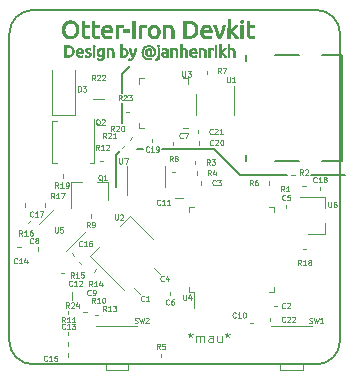
<source format=gto>
G04 #@! TF.GenerationSoftware,KiCad,Pcbnew,5.1.5-52549c5~84~ubuntu19.10.1*
G04 #@! TF.CreationDate,2020-03-01T19:43:28+01:00*
G04 #@! TF.ProjectId,C245,43323435-2e6b-4696-9361-645f70636258,rev?*
G04 #@! TF.SameCoordinates,Original*
G04 #@! TF.FileFunction,Legend,Top*
G04 #@! TF.FilePolarity,Positive*
%FSLAX46Y46*%
G04 Gerber Fmt 4.6, Leading zero omitted, Abs format (unit mm)*
G04 Created by KiCad (PCBNEW 5.1.5-52549c5~84~ubuntu19.10.1) date 2020-03-01 19:43:28*
%MOMM*%
%LPD*%
G04 APERTURE LIST*
%ADD10C,0.100000*%
%ADD11C,0.150000*%
%ADD12C,0.010000*%
%ADD13C,0.120000*%
G04 APERTURE END LIST*
D10*
X101338095Y-117311904D02*
X101338095Y-117502380D01*
X101147619Y-117426190D02*
X101338095Y-117502380D01*
X101528571Y-117426190D01*
X101223809Y-117654761D02*
X101338095Y-117502380D01*
X101452380Y-117654761D01*
X101833333Y-118111904D02*
X101833333Y-117578571D01*
X101833333Y-117654761D02*
X101871428Y-117616666D01*
X101947619Y-117578571D01*
X102061904Y-117578571D01*
X102138095Y-117616666D01*
X102176190Y-117692857D01*
X102176190Y-118111904D01*
X102176190Y-117692857D02*
X102214285Y-117616666D01*
X102290476Y-117578571D01*
X102404761Y-117578571D01*
X102480952Y-117616666D01*
X102519047Y-117692857D01*
X102519047Y-118111904D01*
X103242857Y-118111904D02*
X103242857Y-117692857D01*
X103204761Y-117616666D01*
X103128571Y-117578571D01*
X102976190Y-117578571D01*
X102900000Y-117616666D01*
X103242857Y-118073809D02*
X103166666Y-118111904D01*
X102976190Y-118111904D01*
X102900000Y-118073809D01*
X102861904Y-117997619D01*
X102861904Y-117921428D01*
X102900000Y-117845238D01*
X102976190Y-117807142D01*
X103166666Y-117807142D01*
X103242857Y-117769047D01*
X103966666Y-117578571D02*
X103966666Y-118111904D01*
X103623809Y-117578571D02*
X103623809Y-117997619D01*
X103661904Y-118073809D01*
X103738095Y-118111904D01*
X103852380Y-118111904D01*
X103928571Y-118073809D01*
X103966666Y-118035714D01*
X104461904Y-117311904D02*
X104461904Y-117502380D01*
X104271428Y-117426190D02*
X104461904Y-117502380D01*
X104652380Y-117426190D01*
X104347619Y-117654761D02*
X104461904Y-117502380D01*
X104576190Y-117654761D01*
D11*
X95500000Y-95400000D02*
X96200000Y-94700000D01*
X95500000Y-97000000D02*
X95500000Y-95400000D01*
X95500000Y-99600000D02*
X95500000Y-97850000D01*
X95000000Y-102300000D02*
X95000000Y-105000000D01*
X95350000Y-101950000D02*
X95000000Y-102300000D01*
X97300000Y-101800000D02*
X96800000Y-101800000D01*
X103300000Y-101800000D02*
X98900000Y-101800000D01*
X105500000Y-104000000D02*
X103300000Y-101800000D01*
X109500000Y-104000000D02*
X105500000Y-104000000D01*
X114400000Y-104000000D02*
X111500000Y-104000000D01*
X88000000Y-120000001D02*
G75*
G02X85999999Y-118000000I0J2000001D01*
G01*
X114000001Y-118000000D02*
G75*
G02X112000000Y-120000001I-2000001J0D01*
G01*
X112000000Y-89999999D02*
G75*
G02X114000001Y-92000000I0J-2000001D01*
G01*
X86000000Y-92000000D02*
G75*
G02X88000000Y-90000000I2000000J0D01*
G01*
X86000000Y-92000000D02*
X85999999Y-118000000D01*
X112000000Y-90000000D02*
X88000000Y-90000000D01*
X114000000Y-118000000D02*
X114000000Y-92000000D01*
X88000000Y-120000001D02*
X112000000Y-120000001D01*
D12*
G36*
X105728079Y-90834261D02*
G01*
X105768200Y-90866856D01*
X105782842Y-90889419D01*
X105797192Y-90940411D01*
X105790174Y-90988628D01*
X105765781Y-91029886D01*
X105728004Y-91060000D01*
X105680837Y-91074785D01*
X105628273Y-91070057D01*
X105614933Y-91065406D01*
X105576157Y-91037512D01*
X105553113Y-90995790D01*
X105546844Y-90947133D01*
X105558393Y-90898435D01*
X105584023Y-90861123D01*
X105629939Y-90830533D01*
X105679975Y-90821866D01*
X105728079Y-90834261D01*
G37*
X105728079Y-90834261D02*
X105768200Y-90866856D01*
X105782842Y-90889419D01*
X105797192Y-90940411D01*
X105790174Y-90988628D01*
X105765781Y-91029886D01*
X105728004Y-91060000D01*
X105680837Y-91074785D01*
X105628273Y-91070057D01*
X105614933Y-91065406D01*
X105576157Y-91037512D01*
X105553113Y-90995790D01*
X105546844Y-90947133D01*
X105558393Y-90898435D01*
X105584023Y-90861123D01*
X105629939Y-90830533D01*
X105679975Y-90821866D01*
X105728079Y-90834261D01*
G36*
X96161600Y-91827300D02*
G01*
X95640900Y-91827300D01*
X95640900Y-91649500D01*
X96161600Y-91649500D01*
X96161600Y-91827300D01*
G37*
X96161600Y-91827300D02*
X95640900Y-91827300D01*
X95640900Y-91649500D01*
X96161600Y-91649500D01*
X96161600Y-91827300D01*
G36*
X105775500Y-92373400D02*
G01*
X105572300Y-92373400D01*
X105572300Y-91281200D01*
X105775500Y-91281200D01*
X105775500Y-92373400D01*
G37*
X105775500Y-92373400D02*
X105572300Y-92373400D01*
X105572300Y-91281200D01*
X105775500Y-91281200D01*
X105775500Y-92373400D01*
G36*
X104670600Y-91731520D02*
G01*
X104785392Y-91617485D01*
X104842205Y-91559790D01*
X104904481Y-91494535D01*
X104963421Y-91431026D01*
X104998117Y-91392442D01*
X105096050Y-91281434D01*
X105207806Y-91281317D01*
X105261195Y-91281774D01*
X105293365Y-91283828D01*
X105308485Y-91288294D01*
X105310722Y-91295987D01*
X105308470Y-91301019D01*
X105296853Y-91315454D01*
X105270167Y-91345379D01*
X105230985Y-91388012D01*
X105181880Y-91440570D01*
X105125427Y-91500273D01*
X105084428Y-91543245D01*
X104871478Y-91765651D01*
X104976151Y-91869205D01*
X105031478Y-91926414D01*
X105092222Y-91993135D01*
X105148742Y-92058642D01*
X105172219Y-92087354D01*
X105214251Y-92141251D01*
X105256309Y-92197261D01*
X105295527Y-92251323D01*
X105329042Y-92299381D01*
X105353991Y-92337374D01*
X105367509Y-92361245D01*
X105369100Y-92366353D01*
X105357358Y-92369493D01*
X105325959Y-92371913D01*
X105280645Y-92373249D01*
X105257735Y-92373400D01*
X105146370Y-92373400D01*
X105064060Y-92256311D01*
X105020687Y-92198827D01*
X104967258Y-92134429D01*
X104908187Y-92067842D01*
X104847891Y-92003793D01*
X104790786Y-91947008D01*
X104741288Y-91902215D01*
X104711875Y-91879374D01*
X104670600Y-91850970D01*
X104670600Y-92373400D01*
X104467210Y-92373400D01*
X104473750Y-90767550D01*
X104530900Y-90758143D01*
X104576919Y-90750429D01*
X104620271Y-90742948D01*
X104629325Y-90741342D01*
X104670600Y-90733950D01*
X104670600Y-91731520D01*
G37*
X104670600Y-91731520D02*
X104785392Y-91617485D01*
X104842205Y-91559790D01*
X104904481Y-91494535D01*
X104963421Y-91431026D01*
X104998117Y-91392442D01*
X105096050Y-91281434D01*
X105207806Y-91281317D01*
X105261195Y-91281774D01*
X105293365Y-91283828D01*
X105308485Y-91288294D01*
X105310722Y-91295987D01*
X105308470Y-91301019D01*
X105296853Y-91315454D01*
X105270167Y-91345379D01*
X105230985Y-91388012D01*
X105181880Y-91440570D01*
X105125427Y-91500273D01*
X105084428Y-91543245D01*
X104871478Y-91765651D01*
X104976151Y-91869205D01*
X105031478Y-91926414D01*
X105092222Y-91993135D01*
X105148742Y-92058642D01*
X105172219Y-92087354D01*
X105214251Y-92141251D01*
X105256309Y-92197261D01*
X105295527Y-92251323D01*
X105329042Y-92299381D01*
X105353991Y-92337374D01*
X105367509Y-92361245D01*
X105369100Y-92366353D01*
X105357358Y-92369493D01*
X105325959Y-92371913D01*
X105280645Y-92373249D01*
X105257735Y-92373400D01*
X105146370Y-92373400D01*
X105064060Y-92256311D01*
X105020687Y-92198827D01*
X104967258Y-92134429D01*
X104908187Y-92067842D01*
X104847891Y-92003793D01*
X104790786Y-91947008D01*
X104741288Y-91902215D01*
X104711875Y-91879374D01*
X104670600Y-91850970D01*
X104670600Y-92373400D01*
X104467210Y-92373400D01*
X104473750Y-90767550D01*
X104530900Y-90758143D01*
X104576919Y-90750429D01*
X104620271Y-90742948D01*
X104629325Y-90741342D01*
X104670600Y-90733950D01*
X104670600Y-91731520D01*
G36*
X103508238Y-91366924D02*
G01*
X103535457Y-91463424D01*
X103570793Y-91577593D01*
X103612332Y-91703767D01*
X103658159Y-91836281D01*
X103706360Y-91969468D01*
X103755021Y-92097664D01*
X103756068Y-92100350D01*
X103770935Y-92138450D01*
X103790419Y-92101527D01*
X103805444Y-92068332D01*
X103826503Y-92015245D01*
X103852078Y-91946626D01*
X103880650Y-91866832D01*
X103910703Y-91780223D01*
X103940718Y-91691159D01*
X103969176Y-91603999D01*
X103994560Y-91523102D01*
X104010853Y-91468525D01*
X104065147Y-91281200D01*
X104264683Y-91281200D01*
X104256341Y-91316125D01*
X104238657Y-91381223D01*
X104212525Y-91465351D01*
X104179529Y-91564206D01*
X104141253Y-91673482D01*
X104099278Y-91788873D01*
X104055188Y-91906076D01*
X104010567Y-92020784D01*
X103966996Y-92128693D01*
X103926059Y-92225499D01*
X103902373Y-92278760D01*
X103859245Y-92373400D01*
X103769792Y-92373400D01*
X103722958Y-92372928D01*
X103694875Y-92369811D01*
X103678894Y-92361493D01*
X103668367Y-92345419D01*
X103662396Y-92332125D01*
X103589141Y-92161726D01*
X103526112Y-92010811D01*
X103472084Y-91876192D01*
X103425831Y-91754679D01*
X103386128Y-91643084D01*
X103351750Y-91538220D01*
X103331097Y-91470179D01*
X103313274Y-91409680D01*
X103297786Y-91357378D01*
X103286170Y-91318450D01*
X103279965Y-91298068D01*
X103279643Y-91297075D01*
X103283844Y-91288851D01*
X103305186Y-91283831D01*
X103346873Y-91281510D01*
X103380063Y-91281200D01*
X103485730Y-91281199D01*
X103508238Y-91366924D01*
G37*
X103508238Y-91366924D02*
X103535457Y-91463424D01*
X103570793Y-91577593D01*
X103612332Y-91703767D01*
X103658159Y-91836281D01*
X103706360Y-91969468D01*
X103755021Y-92097664D01*
X103756068Y-92100350D01*
X103770935Y-92138450D01*
X103790419Y-92101527D01*
X103805444Y-92068332D01*
X103826503Y-92015245D01*
X103852078Y-91946626D01*
X103880650Y-91866832D01*
X103910703Y-91780223D01*
X103940718Y-91691159D01*
X103969176Y-91603999D01*
X103994560Y-91523102D01*
X104010853Y-91468525D01*
X104065147Y-91281200D01*
X104264683Y-91281200D01*
X104256341Y-91316125D01*
X104238657Y-91381223D01*
X104212525Y-91465351D01*
X104179529Y-91564206D01*
X104141253Y-91673482D01*
X104099278Y-91788873D01*
X104055188Y-91906076D01*
X104010567Y-92020784D01*
X103966996Y-92128693D01*
X103926059Y-92225499D01*
X103902373Y-92278760D01*
X103859245Y-92373400D01*
X103769792Y-92373400D01*
X103722958Y-92372928D01*
X103694875Y-92369811D01*
X103678894Y-92361493D01*
X103668367Y-92345419D01*
X103662396Y-92332125D01*
X103589141Y-92161726D01*
X103526112Y-92010811D01*
X103472084Y-91876192D01*
X103425831Y-91754679D01*
X103386128Y-91643084D01*
X103351750Y-91538220D01*
X103331097Y-91470179D01*
X103313274Y-91409680D01*
X103297786Y-91357378D01*
X103286170Y-91318450D01*
X103279965Y-91298068D01*
X103279643Y-91297075D01*
X103283844Y-91288851D01*
X103305186Y-91283831D01*
X103346873Y-91281510D01*
X103380063Y-91281200D01*
X103485730Y-91281199D01*
X103508238Y-91366924D01*
G36*
X99478275Y-91257924D02*
G01*
X99566671Y-91265427D01*
X99639217Y-91279846D01*
X99673150Y-91291938D01*
X99752640Y-91339319D01*
X99814427Y-91402584D01*
X99859628Y-91483352D01*
X99889363Y-91583240D01*
X99894649Y-91612232D01*
X99898255Y-91647255D01*
X99901495Y-91703249D01*
X99904230Y-91775785D01*
X99906318Y-91860436D01*
X99907620Y-91952772D01*
X99908004Y-92033675D01*
X99908100Y-92373400D01*
X99704900Y-92373400D01*
X99704900Y-92024775D01*
X99704547Y-91903030D01*
X99703217Y-91803801D01*
X99700504Y-91724210D01*
X99696001Y-91661380D01*
X99689303Y-91612432D01*
X99680001Y-91574490D01*
X99667691Y-91544675D01*
X99651964Y-91520109D01*
X99632416Y-91497916D01*
X99630159Y-91495640D01*
X99583511Y-91460176D01*
X99525495Y-91437347D01*
X99453250Y-91426743D01*
X99363912Y-91427952D01*
X99254621Y-91440561D01*
X99250875Y-91441131D01*
X99209600Y-91447450D01*
X99209600Y-92373400D01*
X99019100Y-92373400D01*
X99019100Y-91309615D01*
X99073075Y-91296301D01*
X99171432Y-91276526D01*
X99275313Y-91263513D01*
X99379375Y-91257299D01*
X99478275Y-91257924D01*
G37*
X99478275Y-91257924D02*
X99566671Y-91265427D01*
X99639217Y-91279846D01*
X99673150Y-91291938D01*
X99752640Y-91339319D01*
X99814427Y-91402584D01*
X99859628Y-91483352D01*
X99889363Y-91583240D01*
X99894649Y-91612232D01*
X99898255Y-91647255D01*
X99901495Y-91703249D01*
X99904230Y-91775785D01*
X99906318Y-91860436D01*
X99907620Y-91952772D01*
X99908004Y-92033675D01*
X99908100Y-92373400D01*
X99704900Y-92373400D01*
X99704900Y-92024775D01*
X99704547Y-91903030D01*
X99703217Y-91803801D01*
X99700504Y-91724210D01*
X99696001Y-91661380D01*
X99689303Y-91612432D01*
X99680001Y-91574490D01*
X99667691Y-91544675D01*
X99651964Y-91520109D01*
X99632416Y-91497916D01*
X99630159Y-91495640D01*
X99583511Y-91460176D01*
X99525495Y-91437347D01*
X99453250Y-91426743D01*
X99363912Y-91427952D01*
X99254621Y-91440561D01*
X99250875Y-91441131D01*
X99209600Y-91447450D01*
X99209600Y-92373400D01*
X99019100Y-92373400D01*
X99019100Y-91309615D01*
X99073075Y-91296301D01*
X99171432Y-91276526D01*
X99275313Y-91263513D01*
X99379375Y-91257299D01*
X99478275Y-91257924D01*
G36*
X97383199Y-91263276D02*
G01*
X97444282Y-91265311D01*
X97493619Y-91268453D01*
X97523675Y-91272250D01*
X97550965Y-91279976D01*
X97566127Y-91292354D01*
X97570686Y-91314724D01*
X97566167Y-91352430D01*
X97558034Y-91392606D01*
X97544768Y-91454462D01*
X97465959Y-91437945D01*
X97390054Y-91425089D01*
X97324746Y-91422237D01*
X97257345Y-91429256D01*
X97224168Y-91435353D01*
X97152200Y-91449806D01*
X97152200Y-92373400D01*
X96949000Y-92373400D01*
X96949000Y-91322082D01*
X97053775Y-91292637D01*
X97110435Y-91278532D01*
X97165398Y-91269498D01*
X97227264Y-91264558D01*
X97304636Y-91262734D01*
X97317300Y-91262671D01*
X97383199Y-91263276D01*
G37*
X97383199Y-91263276D02*
X97444282Y-91265311D01*
X97493619Y-91268453D01*
X97523675Y-91272250D01*
X97550965Y-91279976D01*
X97566127Y-91292354D01*
X97570686Y-91314724D01*
X97566167Y-91352430D01*
X97558034Y-91392606D01*
X97544768Y-91454462D01*
X97465959Y-91437945D01*
X97390054Y-91425089D01*
X97324746Y-91422237D01*
X97257345Y-91429256D01*
X97224168Y-91435353D01*
X97152200Y-91449806D01*
X97152200Y-92373400D01*
X96949000Y-92373400D01*
X96949000Y-91322082D01*
X97053775Y-91292637D01*
X97110435Y-91278532D01*
X97165398Y-91269498D01*
X97227264Y-91264558D01*
X97304636Y-91262734D01*
X97317300Y-91262671D01*
X97383199Y-91263276D01*
G36*
X96606100Y-92373400D02*
G01*
X96390200Y-92373400D01*
X96390200Y-90912900D01*
X96606100Y-90912900D01*
X96606100Y-92373400D01*
G37*
X96606100Y-92373400D02*
X96390200Y-92373400D01*
X96390200Y-90912900D01*
X96606100Y-90912900D01*
X96606100Y-92373400D01*
G36*
X95477838Y-91259885D02*
G01*
X95556513Y-91270309D01*
X95598317Y-91280362D01*
X95619212Y-91290479D01*
X95623590Y-91302963D01*
X95623079Y-91305234D01*
X95616917Y-91331435D01*
X95609650Y-91367418D01*
X95609150Y-91370100D01*
X95600493Y-91415423D01*
X95591756Y-91440345D01*
X95577079Y-91449197D01*
X95550604Y-91446311D01*
X95516770Y-91438410D01*
X95452932Y-91425990D01*
X95395725Y-91421973D01*
X95334030Y-91426197D01*
X95276815Y-91434903D01*
X95196400Y-91448907D01*
X95196400Y-92373400D01*
X95005900Y-92373400D01*
X95005900Y-91321269D01*
X95047660Y-91307487D01*
X95146831Y-91281803D01*
X95257536Y-91264873D01*
X95370847Y-91257350D01*
X95477838Y-91259885D01*
G37*
X95477838Y-91259885D02*
X95556513Y-91270309D01*
X95598317Y-91280362D01*
X95619212Y-91290479D01*
X95623590Y-91302963D01*
X95623079Y-91305234D01*
X95616917Y-91331435D01*
X95609650Y-91367418D01*
X95609150Y-91370100D01*
X95600493Y-91415423D01*
X95591756Y-91440345D01*
X95577079Y-91449197D01*
X95550604Y-91446311D01*
X95516770Y-91438410D01*
X95452932Y-91425990D01*
X95395725Y-91421973D01*
X95334030Y-91426197D01*
X95276815Y-91434903D01*
X95196400Y-91448907D01*
X95196400Y-92373400D01*
X95005900Y-92373400D01*
X95005900Y-91321269D01*
X95047660Y-91307487D01*
X95146831Y-91281803D01*
X95257536Y-91264873D01*
X95370847Y-91257350D01*
X95477838Y-91259885D01*
G36*
X101193442Y-90907191D02*
G01*
X101264562Y-90909360D01*
X101320212Y-90913425D01*
X101365342Y-90919754D01*
X101404906Y-90928714D01*
X101406700Y-90929203D01*
X101539661Y-90976968D01*
X101654584Y-91042068D01*
X101750898Y-91123938D01*
X101828035Y-91222015D01*
X101885427Y-91335736D01*
X101915804Y-91433600D01*
X101926014Y-91498256D01*
X101931228Y-91578931D01*
X101931560Y-91666760D01*
X101927124Y-91752881D01*
X101918032Y-91828431D01*
X101910286Y-91865400D01*
X101865606Y-91991333D01*
X101802149Y-92100206D01*
X101720103Y-92191854D01*
X101619656Y-92266113D01*
X101500995Y-92322820D01*
X101364309Y-92361810D01*
X101335468Y-92367354D01*
X101258900Y-92376924D01*
X101165389Y-92382276D01*
X101063051Y-92383334D01*
X100960005Y-92380021D01*
X100864367Y-92372261D01*
X100860600Y-92371833D01*
X100812401Y-92365751D01*
X100773262Y-92359841D01*
X100750785Y-92355268D01*
X100749475Y-92354829D01*
X100745922Y-92348347D01*
X100742903Y-92330726D01*
X100740381Y-92300333D01*
X100738320Y-92255538D01*
X100736684Y-92194709D01*
X100735436Y-92116216D01*
X100734540Y-92018428D01*
X100733961Y-91899712D01*
X100733662Y-91758439D01*
X100733600Y-91638112D01*
X100733600Y-91078000D01*
X100936800Y-91078000D01*
X100936800Y-91634683D01*
X100937010Y-91751276D01*
X100937613Y-91860025D01*
X100938564Y-91958300D01*
X100939819Y-92043471D01*
X100941333Y-92112911D01*
X100943062Y-92163990D01*
X100944962Y-92194079D01*
X100946325Y-92201203D01*
X100961883Y-92204382D01*
X100997843Y-92206206D01*
X101049238Y-92206574D01*
X101111099Y-92205388D01*
X101127300Y-92204848D01*
X101215796Y-92200269D01*
X101285376Y-92193205D01*
X101342471Y-92182813D01*
X101384716Y-92171142D01*
X101481219Y-92127410D01*
X101563811Y-92063631D01*
X101630263Y-91982312D01*
X101678344Y-91885962D01*
X101698220Y-91818579D01*
X101707865Y-91754440D01*
X101712669Y-91676458D01*
X101712593Y-91594717D01*
X101707601Y-91519297D01*
X101699542Y-91468041D01*
X101665378Y-91366097D01*
X101612999Y-91275819D01*
X101545291Y-91201259D01*
X101473762Y-91151014D01*
X101407841Y-91120155D01*
X101338083Y-91098614D01*
X101258613Y-91085247D01*
X101163554Y-91078908D01*
X101099231Y-91078000D01*
X100936800Y-91078000D01*
X100733600Y-91078000D01*
X100733600Y-90927427D01*
X100806625Y-90916988D01*
X100844062Y-90913487D01*
X100900848Y-90910485D01*
X100970933Y-90908196D01*
X101048267Y-90906836D01*
X101101900Y-90906550D01*
X101193442Y-90907191D01*
G37*
X101193442Y-90907191D02*
X101264562Y-90909360D01*
X101320212Y-90913425D01*
X101365342Y-90919754D01*
X101404906Y-90928714D01*
X101406700Y-90929203D01*
X101539661Y-90976968D01*
X101654584Y-91042068D01*
X101750898Y-91123938D01*
X101828035Y-91222015D01*
X101885427Y-91335736D01*
X101915804Y-91433600D01*
X101926014Y-91498256D01*
X101931228Y-91578931D01*
X101931560Y-91666760D01*
X101927124Y-91752881D01*
X101918032Y-91828431D01*
X101910286Y-91865400D01*
X101865606Y-91991333D01*
X101802149Y-92100206D01*
X101720103Y-92191854D01*
X101619656Y-92266113D01*
X101500995Y-92322820D01*
X101364309Y-92361810D01*
X101335468Y-92367354D01*
X101258900Y-92376924D01*
X101165389Y-92382276D01*
X101063051Y-92383334D01*
X100960005Y-92380021D01*
X100864367Y-92372261D01*
X100860600Y-92371833D01*
X100812401Y-92365751D01*
X100773262Y-92359841D01*
X100750785Y-92355268D01*
X100749475Y-92354829D01*
X100745922Y-92348347D01*
X100742903Y-92330726D01*
X100740381Y-92300333D01*
X100738320Y-92255538D01*
X100736684Y-92194709D01*
X100735436Y-92116216D01*
X100734540Y-92018428D01*
X100733961Y-91899712D01*
X100733662Y-91758439D01*
X100733600Y-91638112D01*
X100733600Y-91078000D01*
X100936800Y-91078000D01*
X100936800Y-91634683D01*
X100937010Y-91751276D01*
X100937613Y-91860025D01*
X100938564Y-91958300D01*
X100939819Y-92043471D01*
X100941333Y-92112911D01*
X100943062Y-92163990D01*
X100944962Y-92194079D01*
X100946325Y-92201203D01*
X100961883Y-92204382D01*
X100997843Y-92206206D01*
X101049238Y-92206574D01*
X101111099Y-92205388D01*
X101127300Y-92204848D01*
X101215796Y-92200269D01*
X101285376Y-92193205D01*
X101342471Y-92182813D01*
X101384716Y-92171142D01*
X101481219Y-92127410D01*
X101563811Y-92063631D01*
X101630263Y-91982312D01*
X101678344Y-91885962D01*
X101698220Y-91818579D01*
X101707865Y-91754440D01*
X101712669Y-91676458D01*
X101712593Y-91594717D01*
X101707601Y-91519297D01*
X101699542Y-91468041D01*
X101665378Y-91366097D01*
X101612999Y-91275819D01*
X101545291Y-91201259D01*
X101473762Y-91151014D01*
X101407841Y-91120155D01*
X101338083Y-91098614D01*
X101258613Y-91085247D01*
X101163554Y-91078908D01*
X101099231Y-91078000D01*
X100936800Y-91078000D01*
X100733600Y-91078000D01*
X100733600Y-90927427D01*
X100806625Y-90916988D01*
X100844062Y-90913487D01*
X100900848Y-90910485D01*
X100970933Y-90908196D01*
X101048267Y-90906836D01*
X101101900Y-90906550D01*
X101193442Y-90907191D01*
G36*
X106296200Y-91281200D02*
G01*
X106716512Y-91281200D01*
X106708950Y-91439950D01*
X106501784Y-91443443D01*
X106294619Y-91446936D01*
X106298584Y-91767293D01*
X106300335Y-91878411D01*
X106302949Y-91967057D01*
X106307051Y-92036155D01*
X106313268Y-92088631D01*
X106322221Y-92127413D01*
X106334538Y-92155424D01*
X106350842Y-92175592D01*
X106371758Y-92190842D01*
X106391175Y-92200968D01*
X106440200Y-92214976D01*
X106503481Y-92220273D01*
X106571417Y-92216858D01*
X106634403Y-92204728D01*
X106646210Y-92201037D01*
X106681381Y-92190579D01*
X106705427Y-92186195D01*
X106710957Y-92187023D01*
X106717259Y-92201661D01*
X106727199Y-92233071D01*
X106734988Y-92260961D01*
X106743860Y-92300106D01*
X106743351Y-92327076D01*
X106729895Y-92345723D01*
X106699923Y-92359897D01*
X106649868Y-92373450D01*
X106625565Y-92379073D01*
X106496181Y-92396238D01*
X106369120Y-92388764D01*
X106347000Y-92384850D01*
X106269055Y-92357701D01*
X106205365Y-92309780D01*
X106156299Y-92241580D01*
X106122225Y-92153597D01*
X106104851Y-92059463D01*
X106102126Y-92021163D01*
X106099793Y-91961106D01*
X106097906Y-91882933D01*
X106096520Y-91790284D01*
X106095689Y-91686801D01*
X106095467Y-91576124D01*
X106095907Y-91461893D01*
X106095924Y-91459517D01*
X106099350Y-90971085D01*
X106143593Y-90962039D01*
X106186321Y-90954041D01*
X106234300Y-90946048D01*
X106242018Y-90944868D01*
X106296200Y-90936743D01*
X106296200Y-91281200D01*
G37*
X106296200Y-91281200D02*
X106716512Y-91281200D01*
X106708950Y-91439950D01*
X106501784Y-91443443D01*
X106294619Y-91446936D01*
X106298584Y-91767293D01*
X106300335Y-91878411D01*
X106302949Y-91967057D01*
X106307051Y-92036155D01*
X106313268Y-92088631D01*
X106322221Y-92127413D01*
X106334538Y-92155424D01*
X106350842Y-92175592D01*
X106371758Y-92190842D01*
X106391175Y-92200968D01*
X106440200Y-92214976D01*
X106503481Y-92220273D01*
X106571417Y-92216858D01*
X106634403Y-92204728D01*
X106646210Y-92201037D01*
X106681381Y-92190579D01*
X106705427Y-92186195D01*
X106710957Y-92187023D01*
X106717259Y-92201661D01*
X106727199Y-92233071D01*
X106734988Y-92260961D01*
X106743860Y-92300106D01*
X106743351Y-92327076D01*
X106729895Y-92345723D01*
X106699923Y-92359897D01*
X106649868Y-92373450D01*
X106625565Y-92379073D01*
X106496181Y-92396238D01*
X106369120Y-92388764D01*
X106347000Y-92384850D01*
X106269055Y-92357701D01*
X106205365Y-92309780D01*
X106156299Y-92241580D01*
X106122225Y-92153597D01*
X106104851Y-92059463D01*
X106102126Y-92021163D01*
X106099793Y-91961106D01*
X106097906Y-91882933D01*
X106096520Y-91790284D01*
X106095689Y-91686801D01*
X106095467Y-91576124D01*
X106095907Y-91461893D01*
X106095924Y-91459517D01*
X106099350Y-90971085D01*
X106143593Y-90962039D01*
X106186321Y-90954041D01*
X106234300Y-90946048D01*
X106242018Y-90944868D01*
X106296200Y-90936743D01*
X106296200Y-91281200D01*
G36*
X102778624Y-91262810D02*
G01*
X102875997Y-91292590D01*
X102957713Y-91342053D01*
X103023367Y-91410736D01*
X103072554Y-91498176D01*
X103104869Y-91603911D01*
X103119907Y-91727476D01*
X103121012Y-91773325D01*
X103121200Y-91878100D01*
X102369667Y-91878100D01*
X102378396Y-91932075D01*
X102394081Y-91994738D01*
X102419030Y-92057467D01*
X102448842Y-92110154D01*
X102464595Y-92130002D01*
X102505310Y-92166026D01*
X102552620Y-92191247D01*
X102611864Y-92207450D01*
X102688378Y-92216423D01*
X102729124Y-92218550D01*
X102806671Y-92219805D01*
X102866849Y-92216390D01*
X102917358Y-92207711D01*
X102937192Y-92202454D01*
X102977619Y-92192749D01*
X103008105Y-92189196D01*
X103020210Y-92191578D01*
X103027113Y-92209107D01*
X103034425Y-92243324D01*
X103038778Y-92272961D01*
X103047423Y-92343972D01*
X102966836Y-92367003D01*
X102897432Y-92381520D01*
X102814306Y-92390806D01*
X102726169Y-92394597D01*
X102641729Y-92392631D01*
X102569696Y-92384642D01*
X102546415Y-92379729D01*
X102476368Y-92358561D01*
X102420206Y-92331873D01*
X102367228Y-92293786D01*
X102330487Y-92261122D01*
X102261517Y-92181100D01*
X102212127Y-92087784D01*
X102181897Y-91979902D01*
X102170410Y-91856180D01*
X102172042Y-91778903D01*
X102183613Y-91693406D01*
X102379349Y-91693406D01*
X102380294Y-91715751D01*
X102380526Y-91716175D01*
X102394322Y-91719013D01*
X102429698Y-91721515D01*
X102482833Y-91723546D01*
X102549907Y-91724971D01*
X102627102Y-91725658D01*
X102652049Y-91725700D01*
X102918000Y-91725700D01*
X102918000Y-91683145D01*
X102906619Y-91609739D01*
X102875367Y-91538962D01*
X102828579Y-91478647D01*
X102786353Y-91445266D01*
X102741350Y-91427621D01*
X102679735Y-91421054D01*
X102669172Y-91420947D01*
X102584325Y-91431901D01*
X102512085Y-91464504D01*
X102453581Y-91518201D01*
X102443212Y-91532013D01*
X102422189Y-91568210D01*
X102402842Y-91612159D01*
X102387713Y-91656384D01*
X102379349Y-91693406D01*
X102183613Y-91693406D01*
X102189164Y-91652398D01*
X102224656Y-91541005D01*
X102277354Y-91445959D01*
X102346096Y-91368500D01*
X102429717Y-91309864D01*
X102527056Y-91271292D01*
X102636949Y-91254019D01*
X102665998Y-91253175D01*
X102778624Y-91262810D01*
G37*
X102778624Y-91262810D02*
X102875997Y-91292590D01*
X102957713Y-91342053D01*
X103023367Y-91410736D01*
X103072554Y-91498176D01*
X103104869Y-91603911D01*
X103119907Y-91727476D01*
X103121012Y-91773325D01*
X103121200Y-91878100D01*
X102369667Y-91878100D01*
X102378396Y-91932075D01*
X102394081Y-91994738D01*
X102419030Y-92057467D01*
X102448842Y-92110154D01*
X102464595Y-92130002D01*
X102505310Y-92166026D01*
X102552620Y-92191247D01*
X102611864Y-92207450D01*
X102688378Y-92216423D01*
X102729124Y-92218550D01*
X102806671Y-92219805D01*
X102866849Y-92216390D01*
X102917358Y-92207711D01*
X102937192Y-92202454D01*
X102977619Y-92192749D01*
X103008105Y-92189196D01*
X103020210Y-92191578D01*
X103027113Y-92209107D01*
X103034425Y-92243324D01*
X103038778Y-92272961D01*
X103047423Y-92343972D01*
X102966836Y-92367003D01*
X102897432Y-92381520D01*
X102814306Y-92390806D01*
X102726169Y-92394597D01*
X102641729Y-92392631D01*
X102569696Y-92384642D01*
X102546415Y-92379729D01*
X102476368Y-92358561D01*
X102420206Y-92331873D01*
X102367228Y-92293786D01*
X102330487Y-92261122D01*
X102261517Y-92181100D01*
X102212127Y-92087784D01*
X102181897Y-91979902D01*
X102170410Y-91856180D01*
X102172042Y-91778903D01*
X102183613Y-91693406D01*
X102379349Y-91693406D01*
X102380294Y-91715751D01*
X102380526Y-91716175D01*
X102394322Y-91719013D01*
X102429698Y-91721515D01*
X102482833Y-91723546D01*
X102549907Y-91724971D01*
X102627102Y-91725658D01*
X102652049Y-91725700D01*
X102918000Y-91725700D01*
X102918000Y-91683145D01*
X102906619Y-91609739D01*
X102875367Y-91538962D01*
X102828579Y-91478647D01*
X102786353Y-91445266D01*
X102741350Y-91427621D01*
X102679735Y-91421054D01*
X102669172Y-91420947D01*
X102584325Y-91431901D01*
X102512085Y-91464504D01*
X102453581Y-91518201D01*
X102443212Y-91532013D01*
X102422189Y-91568210D01*
X102402842Y-91612159D01*
X102387713Y-91656384D01*
X102379349Y-91693406D01*
X102183613Y-91693406D01*
X102189164Y-91652398D01*
X102224656Y-91541005D01*
X102277354Y-91445959D01*
X102346096Y-91368500D01*
X102429717Y-91309864D01*
X102527056Y-91271292D01*
X102636949Y-91254019D01*
X102665998Y-91253175D01*
X102778624Y-91262810D01*
G36*
X98339943Y-91264215D02*
G01*
X98438634Y-91297459D01*
X98529266Y-91351325D01*
X98591550Y-91407269D01*
X98654776Y-91492268D01*
X98700468Y-91590429D01*
X98728764Y-91697541D01*
X98739804Y-91809397D01*
X98733728Y-91921790D01*
X98710675Y-92030510D01*
X98670784Y-92131350D01*
X98614194Y-92220101D01*
X98562825Y-92274477D01*
X98489083Y-92330530D01*
X98412706Y-92367343D01*
X98326404Y-92387713D01*
X98251856Y-92393848D01*
X98193706Y-92394329D01*
X98139385Y-92392131D01*
X98098086Y-92387710D01*
X98088627Y-92385777D01*
X97992696Y-92349200D01*
X97909022Y-92292676D01*
X97838647Y-92219046D01*
X97782612Y-92131154D01*
X97741956Y-92031839D01*
X97717723Y-91923945D01*
X97711207Y-91814600D01*
X97921146Y-91814600D01*
X97924851Y-91915188D01*
X97937693Y-91996115D01*
X97961401Y-92062018D01*
X97997704Y-92117532D01*
X98048331Y-92167292D01*
X98054634Y-92172441D01*
X98116458Y-92206986D01*
X98190144Y-92224147D01*
X98268458Y-92223294D01*
X98344171Y-92203796D01*
X98355944Y-92198729D01*
X98404404Y-92165708D01*
X98450967Y-92115069D01*
X98489568Y-92054249D01*
X98507497Y-92012838D01*
X98522865Y-91948207D01*
X98530558Y-91870271D01*
X98530738Y-91787443D01*
X98523572Y-91708137D01*
X98509223Y-91640765D01*
X98499713Y-91614866D01*
X98453549Y-91538199D01*
X98392994Y-91479432D01*
X98321379Y-91440609D01*
X98242033Y-91423777D01*
X98191107Y-91425201D01*
X98111677Y-91444981D01*
X98045497Y-91484816D01*
X97990747Y-91546134D01*
X97954056Y-91611400D01*
X97938794Y-91647389D01*
X97929106Y-91681254D01*
X97923759Y-91720617D01*
X97921516Y-91773103D01*
X97921146Y-91814600D01*
X97711207Y-91814600D01*
X97710951Y-91810313D01*
X97722682Y-91693785D01*
X97753956Y-91577203D01*
X97774060Y-91526886D01*
X97795842Y-91488551D01*
X97828365Y-91443407D01*
X97859120Y-91407300D01*
X97940886Y-91337442D01*
X98033665Y-91288205D01*
X98133645Y-91259588D01*
X98237009Y-91251591D01*
X98339943Y-91264215D01*
G37*
X98339943Y-91264215D02*
X98438634Y-91297459D01*
X98529266Y-91351325D01*
X98591550Y-91407269D01*
X98654776Y-91492268D01*
X98700468Y-91590429D01*
X98728764Y-91697541D01*
X98739804Y-91809397D01*
X98733728Y-91921790D01*
X98710675Y-92030510D01*
X98670784Y-92131350D01*
X98614194Y-92220101D01*
X98562825Y-92274477D01*
X98489083Y-92330530D01*
X98412706Y-92367343D01*
X98326404Y-92387713D01*
X98251856Y-92393848D01*
X98193706Y-92394329D01*
X98139385Y-92392131D01*
X98098086Y-92387710D01*
X98088627Y-92385777D01*
X97992696Y-92349200D01*
X97909022Y-92292676D01*
X97838647Y-92219046D01*
X97782612Y-92131154D01*
X97741956Y-92031839D01*
X97717723Y-91923945D01*
X97711207Y-91814600D01*
X97921146Y-91814600D01*
X97924851Y-91915188D01*
X97937693Y-91996115D01*
X97961401Y-92062018D01*
X97997704Y-92117532D01*
X98048331Y-92167292D01*
X98054634Y-92172441D01*
X98116458Y-92206986D01*
X98190144Y-92224147D01*
X98268458Y-92223294D01*
X98344171Y-92203796D01*
X98355944Y-92198729D01*
X98404404Y-92165708D01*
X98450967Y-92115069D01*
X98489568Y-92054249D01*
X98507497Y-92012838D01*
X98522865Y-91948207D01*
X98530558Y-91870271D01*
X98530738Y-91787443D01*
X98523572Y-91708137D01*
X98509223Y-91640765D01*
X98499713Y-91614866D01*
X98453549Y-91538199D01*
X98392994Y-91479432D01*
X98321379Y-91440609D01*
X98242033Y-91423777D01*
X98191107Y-91425201D01*
X98111677Y-91444981D01*
X98045497Y-91484816D01*
X97990747Y-91546134D01*
X97954056Y-91611400D01*
X97938794Y-91647389D01*
X97929106Y-91681254D01*
X97923759Y-91720617D01*
X97921516Y-91773103D01*
X97921146Y-91814600D01*
X97711207Y-91814600D01*
X97710951Y-91810313D01*
X97722682Y-91693785D01*
X97753956Y-91577203D01*
X97774060Y-91526886D01*
X97795842Y-91488551D01*
X97828365Y-91443407D01*
X97859120Y-91407300D01*
X97940886Y-91337442D01*
X98033665Y-91288205D01*
X98133645Y-91259588D01*
X98237009Y-91251591D01*
X98339943Y-91264215D01*
G36*
X94398877Y-91268317D02*
G01*
X94488443Y-91302932D01*
X94566019Y-91356392D01*
X94572059Y-91361944D01*
X94625107Y-91427688D01*
X94667008Y-91512683D01*
X94696333Y-91612711D01*
X94711652Y-91723554D01*
X94713612Y-91779675D01*
X94713800Y-91878100D01*
X93961615Y-91878100D01*
X93970581Y-91937884D01*
X93994545Y-92026698D01*
X94036437Y-92101693D01*
X94093906Y-92160080D01*
X94164599Y-92199076D01*
X94199916Y-92209514D01*
X94252029Y-92216712D01*
X94317733Y-92219418D01*
X94389318Y-92218000D01*
X94459074Y-92212826D01*
X94519289Y-92204263D01*
X94562254Y-92192680D01*
X94563476Y-92192171D01*
X94587724Y-92182379D01*
X94603477Y-92180605D01*
X94613571Y-92190749D01*
X94620843Y-92216711D01*
X94628127Y-92262389D01*
X94631481Y-92285680D01*
X94639885Y-92344011D01*
X94559367Y-92367022D01*
X94501025Y-92379196D01*
X94427266Y-92388120D01*
X94346513Y-92393407D01*
X94267187Y-92394666D01*
X94197712Y-92391508D01*
X94155575Y-92385686D01*
X94051430Y-92351432D01*
X93959457Y-92296126D01*
X93882199Y-92222218D01*
X93822199Y-92132159D01*
X93782000Y-92028401D01*
X93781010Y-92024656D01*
X93769587Y-91960709D01*
X93763318Y-91882432D01*
X93762253Y-91799069D01*
X93766442Y-91719862D01*
X93768349Y-91706635D01*
X93970595Y-91706635D01*
X93971818Y-91714567D01*
X93986013Y-91717876D01*
X94021776Y-91720794D01*
X94075276Y-91723165D01*
X94142682Y-91724834D01*
X94220164Y-91725646D01*
X94246418Y-91725700D01*
X94514137Y-91725700D01*
X94506720Y-91663068D01*
X94487833Y-91584030D01*
X94452891Y-91516101D01*
X94404955Y-91463872D01*
X94354198Y-91434445D01*
X94321164Y-91426792D01*
X94275316Y-91421881D01*
X94245559Y-91420900D01*
X94166071Y-91432381D01*
X94097825Y-91466261D01*
X94041831Y-91521688D01*
X93999099Y-91597812D01*
X93983567Y-91641542D01*
X93974134Y-91679070D01*
X93970595Y-91706635D01*
X93768349Y-91706635D01*
X93775933Y-91654056D01*
X93778954Y-91641478D01*
X93805024Y-91567205D01*
X93842143Y-91492238D01*
X93885431Y-91425196D01*
X93929944Y-91374758D01*
X94011427Y-91316503D01*
X94103597Y-91276641D01*
X94201919Y-91255262D01*
X94301858Y-91252457D01*
X94398877Y-91268317D01*
G37*
X94398877Y-91268317D02*
X94488443Y-91302932D01*
X94566019Y-91356392D01*
X94572059Y-91361944D01*
X94625107Y-91427688D01*
X94667008Y-91512683D01*
X94696333Y-91612711D01*
X94711652Y-91723554D01*
X94713612Y-91779675D01*
X94713800Y-91878100D01*
X93961615Y-91878100D01*
X93970581Y-91937884D01*
X93994545Y-92026698D01*
X94036437Y-92101693D01*
X94093906Y-92160080D01*
X94164599Y-92199076D01*
X94199916Y-92209514D01*
X94252029Y-92216712D01*
X94317733Y-92219418D01*
X94389318Y-92218000D01*
X94459074Y-92212826D01*
X94519289Y-92204263D01*
X94562254Y-92192680D01*
X94563476Y-92192171D01*
X94587724Y-92182379D01*
X94603477Y-92180605D01*
X94613571Y-92190749D01*
X94620843Y-92216711D01*
X94628127Y-92262389D01*
X94631481Y-92285680D01*
X94639885Y-92344011D01*
X94559367Y-92367022D01*
X94501025Y-92379196D01*
X94427266Y-92388120D01*
X94346513Y-92393407D01*
X94267187Y-92394666D01*
X94197712Y-92391508D01*
X94155575Y-92385686D01*
X94051430Y-92351432D01*
X93959457Y-92296126D01*
X93882199Y-92222218D01*
X93822199Y-92132159D01*
X93782000Y-92028401D01*
X93781010Y-92024656D01*
X93769587Y-91960709D01*
X93763318Y-91882432D01*
X93762253Y-91799069D01*
X93766442Y-91719862D01*
X93768349Y-91706635D01*
X93970595Y-91706635D01*
X93971818Y-91714567D01*
X93986013Y-91717876D01*
X94021776Y-91720794D01*
X94075276Y-91723165D01*
X94142682Y-91724834D01*
X94220164Y-91725646D01*
X94246418Y-91725700D01*
X94514137Y-91725700D01*
X94506720Y-91663068D01*
X94487833Y-91584030D01*
X94452891Y-91516101D01*
X94404955Y-91463872D01*
X94354198Y-91434445D01*
X94321164Y-91426792D01*
X94275316Y-91421881D01*
X94245559Y-91420900D01*
X94166071Y-91432381D01*
X94097825Y-91466261D01*
X94041831Y-91521688D01*
X93999099Y-91597812D01*
X93983567Y-91641542D01*
X93974134Y-91679070D01*
X93970595Y-91706635D01*
X93768349Y-91706635D01*
X93775933Y-91654056D01*
X93778954Y-91641478D01*
X93805024Y-91567205D01*
X93842143Y-91492238D01*
X93885431Y-91425196D01*
X93929944Y-91374758D01*
X94011427Y-91316503D01*
X94103597Y-91276641D01*
X94201919Y-91255262D01*
X94301858Y-91252457D01*
X94398877Y-91268317D01*
G36*
X93177100Y-91281200D02*
G01*
X93583500Y-91281200D01*
X93583500Y-91446300D01*
X93177100Y-91446300D01*
X93177378Y-91760625D01*
X93177637Y-91859959D01*
X93178369Y-91937372D01*
X93179804Y-91996343D01*
X93182175Y-92040348D01*
X93185713Y-92072867D01*
X93190647Y-92097378D01*
X93197209Y-92117357D01*
X93201780Y-92128082D01*
X93229345Y-92171469D01*
X93263301Y-92200542D01*
X93264371Y-92201107D01*
X93307295Y-92214222D01*
X93365330Y-92220159D01*
X93429212Y-92218888D01*
X93489679Y-92210378D01*
X93520000Y-92201950D01*
X93554631Y-92190422D01*
X93578760Y-92183650D01*
X93583533Y-92182900D01*
X93591346Y-92194179D01*
X93602199Y-92223564D01*
X93612338Y-92259375D01*
X93621759Y-92298471D01*
X93623954Y-92324695D01*
X93615268Y-92342148D01*
X93592042Y-92354936D01*
X93550620Y-92367162D01*
X93506488Y-92378166D01*
X93389051Y-92395660D01*
X93270676Y-92391780D01*
X93232045Y-92385536D01*
X93148613Y-92357367D01*
X93080591Y-92309042D01*
X93028354Y-92240842D01*
X93020350Y-92225869D01*
X93009524Y-92200674D01*
X93000461Y-92170210D01*
X92993016Y-92132188D01*
X92987044Y-92084323D01*
X92982398Y-92024325D01*
X92978935Y-91949909D01*
X92976509Y-91858785D01*
X92974974Y-91748668D01*
X92974186Y-91617268D01*
X92973995Y-91495561D01*
X92973900Y-90966972D01*
X93039180Y-90958312D01*
X93085156Y-90951731D01*
X93126676Y-90945001D01*
X93140780Y-90942388D01*
X93177100Y-90935125D01*
X93177100Y-91281200D01*
G37*
X93177100Y-91281200D02*
X93583500Y-91281200D01*
X93583500Y-91446300D01*
X93177100Y-91446300D01*
X93177378Y-91760625D01*
X93177637Y-91859959D01*
X93178369Y-91937372D01*
X93179804Y-91996343D01*
X93182175Y-92040348D01*
X93185713Y-92072867D01*
X93190647Y-92097378D01*
X93197209Y-92117357D01*
X93201780Y-92128082D01*
X93229345Y-92171469D01*
X93263301Y-92200542D01*
X93264371Y-92201107D01*
X93307295Y-92214222D01*
X93365330Y-92220159D01*
X93429212Y-92218888D01*
X93489679Y-92210378D01*
X93520000Y-92201950D01*
X93554631Y-92190422D01*
X93578760Y-92183650D01*
X93583533Y-92182900D01*
X93591346Y-92194179D01*
X93602199Y-92223564D01*
X93612338Y-92259375D01*
X93621759Y-92298471D01*
X93623954Y-92324695D01*
X93615268Y-92342148D01*
X93592042Y-92354936D01*
X93550620Y-92367162D01*
X93506488Y-92378166D01*
X93389051Y-92395660D01*
X93270676Y-92391780D01*
X93232045Y-92385536D01*
X93148613Y-92357367D01*
X93080591Y-92309042D01*
X93028354Y-92240842D01*
X93020350Y-92225869D01*
X93009524Y-92200674D01*
X93000461Y-92170210D01*
X92993016Y-92132188D01*
X92987044Y-92084323D01*
X92982398Y-92024325D01*
X92978935Y-91949909D01*
X92976509Y-91858785D01*
X92974974Y-91748668D01*
X92974186Y-91617268D01*
X92973995Y-91495561D01*
X92973900Y-90966972D01*
X93039180Y-90958312D01*
X93085156Y-90951731D01*
X93126676Y-90945001D01*
X93140780Y-90942388D01*
X93177100Y-90935125D01*
X93177100Y-91281200D01*
G36*
X92326200Y-91281200D02*
G01*
X92732600Y-91281200D01*
X92732600Y-91446300D01*
X92326200Y-91446300D01*
X92326478Y-91760625D01*
X92326737Y-91859959D01*
X92327469Y-91937372D01*
X92328904Y-91996343D01*
X92331275Y-92040348D01*
X92334813Y-92072867D01*
X92339747Y-92097378D01*
X92346309Y-92117357D01*
X92350880Y-92128082D01*
X92378445Y-92171469D01*
X92412401Y-92200542D01*
X92413471Y-92201107D01*
X92456395Y-92214222D01*
X92514430Y-92220159D01*
X92578312Y-92218888D01*
X92638779Y-92210378D01*
X92669100Y-92201950D01*
X92703731Y-92190422D01*
X92727860Y-92183650D01*
X92732633Y-92182900D01*
X92740446Y-92194179D01*
X92751299Y-92223564D01*
X92761438Y-92259375D01*
X92770859Y-92298471D01*
X92773054Y-92324695D01*
X92764368Y-92342148D01*
X92741142Y-92354936D01*
X92699720Y-92367162D01*
X92655588Y-92378166D01*
X92538151Y-92395660D01*
X92419776Y-92391780D01*
X92381145Y-92385536D01*
X92297713Y-92357367D01*
X92229691Y-92309042D01*
X92177454Y-92240842D01*
X92169450Y-92225869D01*
X92158624Y-92200674D01*
X92149561Y-92170210D01*
X92142116Y-92132188D01*
X92136144Y-92084323D01*
X92131498Y-92024325D01*
X92128035Y-91949909D01*
X92125609Y-91858785D01*
X92124074Y-91748668D01*
X92123286Y-91617268D01*
X92123095Y-91495561D01*
X92123000Y-90966972D01*
X92188280Y-90958312D01*
X92234256Y-90951731D01*
X92275776Y-90945001D01*
X92289880Y-90942388D01*
X92326200Y-90935125D01*
X92326200Y-91281200D01*
G37*
X92326200Y-91281200D02*
X92732600Y-91281200D01*
X92732600Y-91446300D01*
X92326200Y-91446300D01*
X92326478Y-91760625D01*
X92326737Y-91859959D01*
X92327469Y-91937372D01*
X92328904Y-91996343D01*
X92331275Y-92040348D01*
X92334813Y-92072867D01*
X92339747Y-92097378D01*
X92346309Y-92117357D01*
X92350880Y-92128082D01*
X92378445Y-92171469D01*
X92412401Y-92200542D01*
X92413471Y-92201107D01*
X92456395Y-92214222D01*
X92514430Y-92220159D01*
X92578312Y-92218888D01*
X92638779Y-92210378D01*
X92669100Y-92201950D01*
X92703731Y-92190422D01*
X92727860Y-92183650D01*
X92732633Y-92182900D01*
X92740446Y-92194179D01*
X92751299Y-92223564D01*
X92761438Y-92259375D01*
X92770859Y-92298471D01*
X92773054Y-92324695D01*
X92764368Y-92342148D01*
X92741142Y-92354936D01*
X92699720Y-92367162D01*
X92655588Y-92378166D01*
X92538151Y-92395660D01*
X92419776Y-92391780D01*
X92381145Y-92385536D01*
X92297713Y-92357367D01*
X92229691Y-92309042D01*
X92177454Y-92240842D01*
X92169450Y-92225869D01*
X92158624Y-92200674D01*
X92149561Y-92170210D01*
X92142116Y-92132188D01*
X92136144Y-92084323D01*
X92131498Y-92024325D01*
X92128035Y-91949909D01*
X92125609Y-91858785D01*
X92124074Y-91748668D01*
X92123286Y-91617268D01*
X92123095Y-91495561D01*
X92123000Y-90966972D01*
X92188280Y-90958312D01*
X92234256Y-90951731D01*
X92275776Y-90945001D01*
X92289880Y-90942388D01*
X92326200Y-90935125D01*
X92326200Y-91281200D01*
G36*
X91257540Y-90885198D02*
G01*
X91303850Y-90893988D01*
X91427792Y-90932423D01*
X91538525Y-90991860D01*
X91634585Y-91070781D01*
X91714508Y-91167667D01*
X91776832Y-91281000D01*
X91820092Y-91409261D01*
X91826213Y-91436030D01*
X91839692Y-91533134D01*
X91843029Y-91641688D01*
X91836699Y-91752543D01*
X91821174Y-91856549D01*
X91800413Y-91934765D01*
X91745252Y-92060739D01*
X91673079Y-92168303D01*
X91585215Y-92256630D01*
X91482979Y-92324891D01*
X91367691Y-92372258D01*
X91240672Y-92397903D01*
X91103241Y-92400998D01*
X91062550Y-92397656D01*
X90946262Y-92377951D01*
X90845942Y-92343590D01*
X90755263Y-92292092D01*
X90713534Y-92260743D01*
X90655881Y-92210813D01*
X90611907Y-92163416D01*
X90574628Y-92109800D01*
X90537063Y-92041214D01*
X90534786Y-92036706D01*
X90485884Y-91914869D01*
X90457377Y-91782924D01*
X90448765Y-91638140D01*
X90450015Y-91598700D01*
X90666601Y-91598700D01*
X90668786Y-91731524D01*
X90689857Y-91852600D01*
X90728849Y-91960188D01*
X90784796Y-92052547D01*
X90856735Y-92127935D01*
X90943699Y-92184611D01*
X91005400Y-92209806D01*
X91031529Y-92213934D01*
X91075720Y-92216519D01*
X91130661Y-92217247D01*
X91164150Y-92216703D01*
X91227444Y-92214013D01*
X91273084Y-92209044D01*
X91308800Y-92200309D01*
X91342326Y-92186323D01*
X91354650Y-92180081D01*
X91442657Y-92120265D01*
X91514138Y-92042006D01*
X91568459Y-91946674D01*
X91604984Y-91835642D01*
X91623079Y-91710279D01*
X91623766Y-91598700D01*
X91608121Y-91466409D01*
X91575590Y-91351378D01*
X91526856Y-91254365D01*
X91462601Y-91176126D01*
X91383507Y-91117419D01*
X91290259Y-91079001D01*
X91183537Y-91061630D01*
X91138750Y-91060718D01*
X91027185Y-91073320D01*
X90929526Y-91106905D01*
X90846314Y-91160859D01*
X90778087Y-91234566D01*
X90725386Y-91327413D01*
X90688750Y-91438783D01*
X90668718Y-91568063D01*
X90666601Y-91598700D01*
X90450015Y-91598700D01*
X90450675Y-91577900D01*
X90469140Y-91434260D01*
X90507455Y-91304234D01*
X90564607Y-91189077D01*
X90639583Y-91090045D01*
X90731370Y-91008393D01*
X90838956Y-90945376D01*
X90961328Y-90902250D01*
X91003342Y-90892876D01*
X91094532Y-90879007D01*
X91175186Y-90876432D01*
X91257540Y-90885198D01*
G37*
X91257540Y-90885198D02*
X91303850Y-90893988D01*
X91427792Y-90932423D01*
X91538525Y-90991860D01*
X91634585Y-91070781D01*
X91714508Y-91167667D01*
X91776832Y-91281000D01*
X91820092Y-91409261D01*
X91826213Y-91436030D01*
X91839692Y-91533134D01*
X91843029Y-91641688D01*
X91836699Y-91752543D01*
X91821174Y-91856549D01*
X91800413Y-91934765D01*
X91745252Y-92060739D01*
X91673079Y-92168303D01*
X91585215Y-92256630D01*
X91482979Y-92324891D01*
X91367691Y-92372258D01*
X91240672Y-92397903D01*
X91103241Y-92400998D01*
X91062550Y-92397656D01*
X90946262Y-92377951D01*
X90845942Y-92343590D01*
X90755263Y-92292092D01*
X90713534Y-92260743D01*
X90655881Y-92210813D01*
X90611907Y-92163416D01*
X90574628Y-92109800D01*
X90537063Y-92041214D01*
X90534786Y-92036706D01*
X90485884Y-91914869D01*
X90457377Y-91782924D01*
X90448765Y-91638140D01*
X90450015Y-91598700D01*
X90666601Y-91598700D01*
X90668786Y-91731524D01*
X90689857Y-91852600D01*
X90728849Y-91960188D01*
X90784796Y-92052547D01*
X90856735Y-92127935D01*
X90943699Y-92184611D01*
X91005400Y-92209806D01*
X91031529Y-92213934D01*
X91075720Y-92216519D01*
X91130661Y-92217247D01*
X91164150Y-92216703D01*
X91227444Y-92214013D01*
X91273084Y-92209044D01*
X91308800Y-92200309D01*
X91342326Y-92186323D01*
X91354650Y-92180081D01*
X91442657Y-92120265D01*
X91514138Y-92042006D01*
X91568459Y-91946674D01*
X91604984Y-91835642D01*
X91623079Y-91710279D01*
X91623766Y-91598700D01*
X91608121Y-91466409D01*
X91575590Y-91351378D01*
X91526856Y-91254365D01*
X91462601Y-91176126D01*
X91383507Y-91117419D01*
X91290259Y-91079001D01*
X91183537Y-91061630D01*
X91138750Y-91060718D01*
X91027185Y-91073320D01*
X90929526Y-91106905D01*
X90846314Y-91160859D01*
X90778087Y-91234566D01*
X90725386Y-91327413D01*
X90688750Y-91438783D01*
X90668718Y-91568063D01*
X90666601Y-91598700D01*
X90450015Y-91598700D01*
X90450675Y-91577900D01*
X90469140Y-91434260D01*
X90507455Y-91304234D01*
X90564607Y-91189077D01*
X90639583Y-91090045D01*
X90731370Y-91008393D01*
X90838956Y-90945376D01*
X90961328Y-90902250D01*
X91003342Y-90892876D01*
X91094532Y-90879007D01*
X91175186Y-90876432D01*
X91257540Y-90885198D01*
G36*
X103501104Y-92942730D02*
G01*
X103530082Y-92972205D01*
X103540300Y-93016956D01*
X103529838Y-93057560D01*
X103503007Y-93085134D01*
X103466633Y-93096994D01*
X103427545Y-93090452D01*
X103400600Y-93071900D01*
X103378804Y-93035397D01*
X103377449Y-92996356D01*
X103393774Y-92961672D01*
X103425020Y-92938241D01*
X103456501Y-92932200D01*
X103501104Y-92942730D01*
G37*
X103501104Y-92942730D02*
X103530082Y-92972205D01*
X103540300Y-93016956D01*
X103529838Y-93057560D01*
X103503007Y-93085134D01*
X103466633Y-93096994D01*
X103427545Y-93090452D01*
X103400600Y-93071900D01*
X103378804Y-93035397D01*
X103377449Y-92996356D01*
X103393774Y-92961672D01*
X103425020Y-92938241D01*
X103456501Y-92932200D01*
X103501104Y-92942730D01*
G36*
X98644052Y-92938300D02*
G01*
X98674359Y-92957864D01*
X98689885Y-92988784D01*
X98690404Y-92993432D01*
X98684353Y-93042913D01*
X98661496Y-93078467D01*
X98626505Y-93096852D01*
X98584050Y-93094828D01*
X98559717Y-93084138D01*
X98537690Y-93058208D01*
X98528567Y-93020047D01*
X98533886Y-92980135D01*
X98542020Y-92963433D01*
X98570126Y-92939517D01*
X98606722Y-92931662D01*
X98644052Y-92938300D01*
G37*
X98644052Y-92938300D02*
X98674359Y-92957864D01*
X98689885Y-92988784D01*
X98690404Y-92993432D01*
X98684353Y-93042913D01*
X98661496Y-93078467D01*
X98626505Y-93096852D01*
X98584050Y-93094828D01*
X98559717Y-93084138D01*
X98537690Y-93058208D01*
X98528567Y-93020047D01*
X98533886Y-92980135D01*
X98542020Y-92963433D01*
X98570126Y-92939517D01*
X98606722Y-92931662D01*
X98644052Y-92938300D01*
G36*
X93174052Y-92942676D02*
G01*
X93202214Y-92969546D01*
X93214532Y-93005969D01*
X93208218Y-93045104D01*
X93189800Y-93071900D01*
X93154412Y-93092457D01*
X93113720Y-93095411D01*
X93078034Y-93080571D01*
X93071118Y-93074074D01*
X93054364Y-93040267D01*
X93051379Y-92999024D01*
X93062268Y-92962371D01*
X93070057Y-92952157D01*
X93096281Y-92938206D01*
X93131901Y-92932204D01*
X93132837Y-92932200D01*
X93174052Y-92942676D01*
G37*
X93174052Y-92942676D02*
X93202214Y-92969546D01*
X93214532Y-93005969D01*
X93208218Y-93045104D01*
X93189800Y-93071900D01*
X93154412Y-93092457D01*
X93113720Y-93095411D01*
X93078034Y-93080571D01*
X93071118Y-93074074D01*
X93054364Y-93040267D01*
X93051379Y-92999024D01*
X93062268Y-92962371D01*
X93070057Y-92952157D01*
X93096281Y-92938206D01*
X93131901Y-92932204D01*
X93132837Y-92932200D01*
X93174052Y-92942676D01*
G36*
X104619800Y-93240175D02*
G01*
X104661075Y-93231899D01*
X104725604Y-93220199D01*
X104774595Y-93215057D01*
X104816956Y-93216136D01*
X104861596Y-93223101D01*
X104866729Y-93224150D01*
X104930896Y-93244462D01*
X104983031Y-93278530D01*
X104989273Y-93284021D01*
X105016136Y-93311215D01*
X105037005Y-93340746D01*
X105052604Y-93376124D01*
X105063657Y-93420859D01*
X105070888Y-93478459D01*
X105075022Y-93552435D01*
X105076781Y-93646294D01*
X105077000Y-93709205D01*
X105077000Y-93960900D01*
X104952257Y-93960900D01*
X104947803Y-93703725D01*
X104945881Y-93612236D01*
X104943492Y-93542528D01*
X104940322Y-93490979D01*
X104936052Y-93453972D01*
X104930366Y-93427886D01*
X104922949Y-93409101D01*
X104921873Y-93407063D01*
X104885605Y-93366193D01*
X104830812Y-93341707D01*
X104758610Y-93333885D01*
X104670113Y-93343005D01*
X104667425Y-93343504D01*
X104619800Y-93352450D01*
X104619800Y-93960900D01*
X104492800Y-93960900D01*
X104492800Y-92894583D01*
X104527725Y-92887195D01*
X104565409Y-92879315D01*
X104591225Y-92874011D01*
X104619800Y-92868216D01*
X104619800Y-93240175D01*
G37*
X104619800Y-93240175D02*
X104661075Y-93231899D01*
X104725604Y-93220199D01*
X104774595Y-93215057D01*
X104816956Y-93216136D01*
X104861596Y-93223101D01*
X104866729Y-93224150D01*
X104930896Y-93244462D01*
X104983031Y-93278530D01*
X104989273Y-93284021D01*
X105016136Y-93311215D01*
X105037005Y-93340746D01*
X105052604Y-93376124D01*
X105063657Y-93420859D01*
X105070888Y-93478459D01*
X105075022Y-93552435D01*
X105076781Y-93646294D01*
X105077000Y-93709205D01*
X105077000Y-93960900D01*
X104952257Y-93960900D01*
X104947803Y-93703725D01*
X104945881Y-93612236D01*
X104943492Y-93542528D01*
X104940322Y-93490979D01*
X104936052Y-93453972D01*
X104930366Y-93427886D01*
X104922949Y-93409101D01*
X104921873Y-93407063D01*
X104885605Y-93366193D01*
X104830812Y-93341707D01*
X104758610Y-93333885D01*
X104670113Y-93343005D01*
X104667425Y-93343504D01*
X104619800Y-93352450D01*
X104619800Y-93960900D01*
X104492800Y-93960900D01*
X104492800Y-92894583D01*
X104527725Y-92887195D01*
X104565409Y-92879315D01*
X104591225Y-92874011D01*
X104619800Y-92868216D01*
X104619800Y-93240175D01*
G36*
X103883695Y-93201833D02*
G01*
X103884191Y-93535450D01*
X104029819Y-93385593D01*
X104175448Y-93235736D01*
X104319222Y-93243350D01*
X104170475Y-93400585D01*
X104021728Y-93557821D01*
X104115536Y-93654585D01*
X104166852Y-93710089D01*
X104219318Y-93771247D01*
X104268404Y-93832383D01*
X104309583Y-93887822D01*
X104338326Y-93931887D01*
X104341948Y-93938394D01*
X104346218Y-93950886D01*
X104338775Y-93957661D01*
X104314803Y-93960426D01*
X104278461Y-93960900D01*
X104202929Y-93960900D01*
X104143530Y-93877660D01*
X104113559Y-93838770D01*
X104075498Y-93793846D01*
X104033194Y-93746899D01*
X103990495Y-93701944D01*
X103951248Y-93662993D01*
X103919302Y-93634060D01*
X103898504Y-93619158D01*
X103894576Y-93618000D01*
X103890418Y-93629927D01*
X103886941Y-93662625D01*
X103884452Y-93711466D01*
X103883260Y-93771824D01*
X103883200Y-93789450D01*
X103883200Y-93960900D01*
X103756200Y-93960900D01*
X103756200Y-92894583D01*
X103791125Y-92887195D01*
X103828809Y-92879315D01*
X103854625Y-92874011D01*
X103883200Y-92868216D01*
X103883695Y-93201833D01*
G37*
X103883695Y-93201833D02*
X103884191Y-93535450D01*
X104029819Y-93385593D01*
X104175448Y-93235736D01*
X104319222Y-93243350D01*
X104170475Y-93400585D01*
X104021728Y-93557821D01*
X104115536Y-93654585D01*
X104166852Y-93710089D01*
X104219318Y-93771247D01*
X104268404Y-93832383D01*
X104309583Y-93887822D01*
X104338326Y-93931887D01*
X104341948Y-93938394D01*
X104346218Y-93950886D01*
X104338775Y-93957661D01*
X104314803Y-93960426D01*
X104278461Y-93960900D01*
X104202929Y-93960900D01*
X104143530Y-93877660D01*
X104113559Y-93838770D01*
X104075498Y-93793846D01*
X104033194Y-93746899D01*
X103990495Y-93701944D01*
X103951248Y-93662993D01*
X103919302Y-93634060D01*
X103898504Y-93619158D01*
X103894576Y-93618000D01*
X103890418Y-93629927D01*
X103886941Y-93662625D01*
X103884452Y-93711466D01*
X103883260Y-93771824D01*
X103883200Y-93789450D01*
X103883200Y-93960900D01*
X103756200Y-93960900D01*
X103756200Y-92894583D01*
X103791125Y-92887195D01*
X103828809Y-92879315D01*
X103854625Y-92874011D01*
X103883200Y-92868216D01*
X103883695Y-93201833D01*
G36*
X103527600Y-93960900D02*
G01*
X103400600Y-93960900D01*
X103400600Y-93237000D01*
X103527600Y-93237000D01*
X103527600Y-93960900D01*
G37*
X103527600Y-93960900D02*
X103400600Y-93960900D01*
X103400600Y-93237000D01*
X103527600Y-93237000D01*
X103527600Y-93960900D01*
G36*
X103163701Y-93220828D02*
G01*
X103212512Y-93225017D01*
X103227498Y-93228143D01*
X103250177Y-93236379D01*
X103259021Y-93249593D01*
X103257768Y-93276191D01*
X103255491Y-93291122D01*
X103249727Y-93324236D01*
X103245359Y-93344191D01*
X103244443Y-93346496D01*
X103231673Y-93345647D01*
X103201655Y-93340784D01*
X103175987Y-93335926D01*
X103100910Y-93329307D01*
X103048987Y-93334018D01*
X102987850Y-93345181D01*
X102984449Y-93653040D01*
X102981048Y-93960900D01*
X102854098Y-93960900D01*
X102857474Y-93609299D01*
X102860850Y-93257699D01*
X102924350Y-93240399D01*
X102973870Y-93230743D01*
X103035914Y-93224034D01*
X103102013Y-93220615D01*
X103163701Y-93220828D01*
G37*
X103163701Y-93220828D02*
X103212512Y-93225017D01*
X103227498Y-93228143D01*
X103250177Y-93236379D01*
X103259021Y-93249593D01*
X103257768Y-93276191D01*
X103255491Y-93291122D01*
X103249727Y-93324236D01*
X103245359Y-93344191D01*
X103244443Y-93346496D01*
X103231673Y-93345647D01*
X103201655Y-93340784D01*
X103175987Y-93335926D01*
X103100910Y-93329307D01*
X103048987Y-93334018D01*
X102987850Y-93345181D01*
X102984449Y-93653040D01*
X102981048Y-93960900D01*
X102854098Y-93960900D01*
X102857474Y-93609299D01*
X102860850Y-93257699D01*
X102924350Y-93240399D01*
X102973870Y-93230743D01*
X103035914Y-93224034D01*
X103102013Y-93220615D01*
X103163701Y-93220828D01*
G36*
X102440077Y-93230586D02*
G01*
X102513047Y-93260871D01*
X102521466Y-93266245D01*
X102552124Y-93295106D01*
X102582797Y-93337209D01*
X102596252Y-93361376D01*
X102607380Y-93385017D01*
X102615819Y-93407437D01*
X102622049Y-93432704D01*
X102626554Y-93464890D01*
X102629818Y-93508065D01*
X102632323Y-93566300D01*
X102634552Y-93643665D01*
X102635810Y-93694751D01*
X102642199Y-93960900D01*
X102498900Y-93960900D01*
X102498183Y-93716425D01*
X102497286Y-93617258D01*
X102494821Y-93540037D01*
X102490146Y-93481325D01*
X102482620Y-93437685D01*
X102471599Y-93405680D01*
X102456443Y-93381873D01*
X102436511Y-93362827D01*
X102431435Y-93358945D01*
X102407870Y-93344920D01*
X102379564Y-93337052D01*
X102339036Y-93333957D01*
X102296284Y-93333932D01*
X102247277Y-93335685D01*
X102207663Y-93338995D01*
X102184719Y-93343208D01*
X102182773Y-93344100D01*
X102177704Y-93358280D01*
X102173800Y-93394379D01*
X102171025Y-93453236D01*
X102169340Y-93535692D01*
X102168707Y-93642589D01*
X102168700Y-93656849D01*
X102168700Y-93960900D01*
X102041700Y-93960900D01*
X102041700Y-93251500D01*
X102108375Y-93238331D01*
X102237406Y-93219294D01*
X102348085Y-93216720D01*
X102440077Y-93230586D01*
G37*
X102440077Y-93230586D02*
X102513047Y-93260871D01*
X102521466Y-93266245D01*
X102552124Y-93295106D01*
X102582797Y-93337209D01*
X102596252Y-93361376D01*
X102607380Y-93385017D01*
X102615819Y-93407437D01*
X102622049Y-93432704D01*
X102626554Y-93464890D01*
X102629818Y-93508065D01*
X102632323Y-93566300D01*
X102634552Y-93643665D01*
X102635810Y-93694751D01*
X102642199Y-93960900D01*
X102498900Y-93960900D01*
X102498183Y-93716425D01*
X102497286Y-93617258D01*
X102494821Y-93540037D01*
X102490146Y-93481325D01*
X102482620Y-93437685D01*
X102471599Y-93405680D01*
X102456443Y-93381873D01*
X102436511Y-93362827D01*
X102431435Y-93358945D01*
X102407870Y-93344920D01*
X102379564Y-93337052D01*
X102339036Y-93333957D01*
X102296284Y-93333932D01*
X102247277Y-93335685D01*
X102207663Y-93338995D01*
X102184719Y-93343208D01*
X102182773Y-93344100D01*
X102177704Y-93358280D01*
X102173800Y-93394379D01*
X102171025Y-93453236D01*
X102169340Y-93535692D01*
X102168707Y-93642589D01*
X102168700Y-93656849D01*
X102168700Y-93960900D01*
X102041700Y-93960900D01*
X102041700Y-93251500D01*
X102108375Y-93238331D01*
X102237406Y-93219294D01*
X102348085Y-93216720D01*
X102440077Y-93230586D01*
G36*
X100581200Y-93239232D02*
G01*
X100635175Y-93228591D01*
X100736190Y-93217663D01*
X100825631Y-93226182D01*
X100901657Y-93253298D01*
X100962429Y-93298160D01*
X101006105Y-93359918D01*
X101024382Y-93408450D01*
X101028904Y-93437865D01*
X101032774Y-93488044D01*
X101035777Y-93554350D01*
X101037699Y-93632150D01*
X101038329Y-93710075D01*
X101038400Y-93960900D01*
X100914007Y-93960900D01*
X100909123Y-93703725D01*
X100907022Y-93611772D01*
X100904463Y-93541639D01*
X100901130Y-93489742D01*
X100896708Y-93452501D01*
X100890882Y-93426335D01*
X100883337Y-93407662D01*
X100883018Y-93407063D01*
X100847438Y-93366846D01*
X100793520Y-93342014D01*
X100723563Y-93333146D01*
X100639871Y-93340824D01*
X100628825Y-93342923D01*
X100581200Y-93352450D01*
X100581200Y-93960900D01*
X100454200Y-93960900D01*
X100454200Y-92894583D01*
X100489125Y-92887195D01*
X100526809Y-92879315D01*
X100552625Y-92874011D01*
X100581200Y-92868216D01*
X100581200Y-93239232D01*
G37*
X100581200Y-93239232D02*
X100635175Y-93228591D01*
X100736190Y-93217663D01*
X100825631Y-93226182D01*
X100901657Y-93253298D01*
X100962429Y-93298160D01*
X101006105Y-93359918D01*
X101024382Y-93408450D01*
X101028904Y-93437865D01*
X101032774Y-93488044D01*
X101035777Y-93554350D01*
X101037699Y-93632150D01*
X101038329Y-93710075D01*
X101038400Y-93960900D01*
X100914007Y-93960900D01*
X100909123Y-93703725D01*
X100907022Y-93611772D01*
X100904463Y-93541639D01*
X100901130Y-93489742D01*
X100896708Y-93452501D01*
X100890882Y-93426335D01*
X100883337Y-93407662D01*
X100883018Y-93407063D01*
X100847438Y-93366846D01*
X100793520Y-93342014D01*
X100723563Y-93333146D01*
X100639871Y-93340824D01*
X100628825Y-93342923D01*
X100581200Y-93352450D01*
X100581200Y-93960900D01*
X100454200Y-93960900D01*
X100454200Y-92894583D01*
X100489125Y-92887195D01*
X100526809Y-92879315D01*
X100552625Y-92874011D01*
X100581200Y-92868216D01*
X100581200Y-93239232D01*
G36*
X100011079Y-93223073D02*
G01*
X100079143Y-93245758D01*
X100134447Y-93282810D01*
X100144762Y-93292557D01*
X100181224Y-93336614D01*
X100206600Y-93382088D01*
X100211367Y-93395791D01*
X100216099Y-93425974D01*
X100220073Y-93477362D01*
X100223096Y-93545768D01*
X100224975Y-93627005D01*
X100225529Y-93703725D01*
X100225600Y-93960900D01*
X100100472Y-93960900D01*
X100096361Y-93703725D01*
X100093906Y-93596754D01*
X100089375Y-93512506D01*
X100081302Y-93448308D01*
X100068221Y-93401489D01*
X100048665Y-93369379D01*
X100021169Y-93349306D01*
X99984265Y-93338599D01*
X99936488Y-93334588D01*
X99893598Y-93334355D01*
X99845166Y-93335939D01*
X99806157Y-93339162D01*
X99783967Y-93343378D01*
X99782473Y-93344100D01*
X99777404Y-93358280D01*
X99773500Y-93394379D01*
X99770725Y-93453236D01*
X99769040Y-93535692D01*
X99768407Y-93642589D01*
X99768400Y-93656849D01*
X99768400Y-93960900D01*
X99641400Y-93960900D01*
X99641400Y-93251500D01*
X99708075Y-93238467D01*
X99827770Y-93219703D01*
X99928030Y-93214480D01*
X100011079Y-93223073D01*
G37*
X100011079Y-93223073D02*
X100079143Y-93245758D01*
X100134447Y-93282810D01*
X100144762Y-93292557D01*
X100181224Y-93336614D01*
X100206600Y-93382088D01*
X100211367Y-93395791D01*
X100216099Y-93425974D01*
X100220073Y-93477362D01*
X100223096Y-93545768D01*
X100224975Y-93627005D01*
X100225529Y-93703725D01*
X100225600Y-93960900D01*
X100100472Y-93960900D01*
X100096361Y-93703725D01*
X100093906Y-93596754D01*
X100089375Y-93512506D01*
X100081302Y-93448308D01*
X100068221Y-93401489D01*
X100048665Y-93369379D01*
X100021169Y-93349306D01*
X99984265Y-93338599D01*
X99936488Y-93334588D01*
X99893598Y-93334355D01*
X99845166Y-93335939D01*
X99806157Y-93339162D01*
X99783967Y-93343378D01*
X99782473Y-93344100D01*
X99777404Y-93358280D01*
X99773500Y-93394379D01*
X99770725Y-93453236D01*
X99769040Y-93535692D01*
X99768407Y-93642589D01*
X99768400Y-93656849D01*
X99768400Y-93960900D01*
X99641400Y-93960900D01*
X99641400Y-93251500D01*
X99708075Y-93238467D01*
X99827770Y-93219703D01*
X99928030Y-93214480D01*
X100011079Y-93223073D01*
G36*
X94559925Y-93216739D02*
G01*
X94577700Y-93218326D01*
X94658078Y-93236591D01*
X94720321Y-93268820D01*
X94769316Y-93318244D01*
X94797920Y-93364000D01*
X94805918Y-93381785D01*
X94812065Y-93403682D01*
X94816681Y-93433339D01*
X94820083Y-93474405D01*
X94822592Y-93530532D01*
X94824524Y-93605367D01*
X94825925Y-93684675D01*
X94830247Y-93960900D01*
X94701100Y-93960900D01*
X94701100Y-93753083D01*
X94700302Y-93676955D01*
X94698102Y-93604224D01*
X94694791Y-93541127D01*
X94690660Y-93493902D01*
X94688251Y-93477519D01*
X94668002Y-93413833D01*
X94633907Y-93368969D01*
X94584147Y-93341832D01*
X94516905Y-93331326D01*
X94450275Y-93334060D01*
X94370900Y-93342107D01*
X94370900Y-93960900D01*
X94231200Y-93960900D01*
X94231200Y-93612096D01*
X94231312Y-93508343D01*
X94231766Y-93427125D01*
X94232740Y-93365576D01*
X94234409Y-93320832D01*
X94236950Y-93290028D01*
X94240539Y-93270299D01*
X94245354Y-93258781D01*
X94251571Y-93252607D01*
X94253425Y-93251532D01*
X94282791Y-93242078D01*
X94330393Y-93233108D01*
X94389071Y-93225355D01*
X94451660Y-93219554D01*
X94510998Y-93216438D01*
X94559925Y-93216739D01*
G37*
X94559925Y-93216739D02*
X94577700Y-93218326D01*
X94658078Y-93236591D01*
X94720321Y-93268820D01*
X94769316Y-93318244D01*
X94797920Y-93364000D01*
X94805918Y-93381785D01*
X94812065Y-93403682D01*
X94816681Y-93433339D01*
X94820083Y-93474405D01*
X94822592Y-93530532D01*
X94824524Y-93605367D01*
X94825925Y-93684675D01*
X94830247Y-93960900D01*
X94701100Y-93960900D01*
X94701100Y-93753083D01*
X94700302Y-93676955D01*
X94698102Y-93604224D01*
X94694791Y-93541127D01*
X94690660Y-93493902D01*
X94688251Y-93477519D01*
X94668002Y-93413833D01*
X94633907Y-93368969D01*
X94584147Y-93341832D01*
X94516905Y-93331326D01*
X94450275Y-93334060D01*
X94370900Y-93342107D01*
X94370900Y-93960900D01*
X94231200Y-93960900D01*
X94231200Y-93612096D01*
X94231312Y-93508343D01*
X94231766Y-93427125D01*
X94232740Y-93365576D01*
X94234409Y-93320832D01*
X94236950Y-93290028D01*
X94240539Y-93270299D01*
X94245354Y-93258781D01*
X94251571Y-93252607D01*
X94253425Y-93251532D01*
X94282791Y-93242078D01*
X94330393Y-93233108D01*
X94389071Y-93225355D01*
X94451660Y-93219554D01*
X94510998Y-93216438D01*
X94559925Y-93216739D01*
G36*
X93189800Y-93960900D02*
G01*
X93062800Y-93960900D01*
X93062800Y-93237000D01*
X93189800Y-93237000D01*
X93189800Y-93960900D01*
G37*
X93189800Y-93960900D02*
X93062800Y-93960900D01*
X93062800Y-93237000D01*
X93189800Y-93237000D01*
X93189800Y-93960900D01*
G36*
X101631610Y-93222007D02*
G01*
X101707132Y-93252837D01*
X101767255Y-93303501D01*
X101811413Y-93373408D01*
X101839042Y-93461970D01*
X101848059Y-93531928D01*
X101854829Y-93630700D01*
X101355900Y-93630700D01*
X101355900Y-93664790D01*
X101366700Y-93719163D01*
X101395204Y-93773315D01*
X101435562Y-93817507D01*
X101456055Y-93831562D01*
X101491956Y-93847680D01*
X101533020Y-93856318D01*
X101588437Y-93859243D01*
X101600209Y-93859300D01*
X101653172Y-93857383D01*
X101701607Y-93852353D01*
X101735193Y-93845289D01*
X101735653Y-93845131D01*
X101764136Y-93836809D01*
X101779948Y-93835224D01*
X101780547Y-93835606D01*
X101785071Y-93849889D01*
X101791269Y-93880043D01*
X101793425Y-93892509D01*
X101802052Y-93944768D01*
X101744802Y-93959184D01*
X101692620Y-93967789D01*
X101627740Y-93972039D01*
X101558790Y-93972034D01*
X101494392Y-93967875D01*
X101443173Y-93959663D01*
X101428899Y-93955480D01*
X101354340Y-93916715D01*
X101293812Y-93857913D01*
X101260324Y-93806852D01*
X101243560Y-93774903D01*
X101232652Y-93747086D01*
X101226353Y-93716524D01*
X101223410Y-93676335D01*
X101222576Y-93619643D01*
X101222550Y-93598950D01*
X101225304Y-93515005D01*
X101228317Y-93494717D01*
X101356136Y-93494717D01*
X101358763Y-93511942D01*
X101375621Y-93522170D01*
X101409552Y-93527224D01*
X101463400Y-93528927D01*
X101533700Y-93529100D01*
X101711500Y-93529100D01*
X101711500Y-93496942D01*
X101702304Y-93446633D01*
X101678803Y-93395283D01*
X101649881Y-93358973D01*
X101618520Y-93342020D01*
X101573529Y-93330556D01*
X101560040Y-93328860D01*
X101493154Y-93333243D01*
X101437848Y-93360206D01*
X101394464Y-93409552D01*
X101382201Y-93431988D01*
X101364896Y-93468673D01*
X101356136Y-93494717D01*
X101228317Y-93494717D01*
X101235046Y-93449409D01*
X101253991Y-93395561D01*
X101284353Y-93346863D01*
X101321690Y-93303644D01*
X101366816Y-93268635D01*
X101426581Y-93238638D01*
X101490229Y-93218162D01*
X101541252Y-93211600D01*
X101631610Y-93222007D01*
G37*
X101631610Y-93222007D02*
X101707132Y-93252837D01*
X101767255Y-93303501D01*
X101811413Y-93373408D01*
X101839042Y-93461970D01*
X101848059Y-93531928D01*
X101854829Y-93630700D01*
X101355900Y-93630700D01*
X101355900Y-93664790D01*
X101366700Y-93719163D01*
X101395204Y-93773315D01*
X101435562Y-93817507D01*
X101456055Y-93831562D01*
X101491956Y-93847680D01*
X101533020Y-93856318D01*
X101588437Y-93859243D01*
X101600209Y-93859300D01*
X101653172Y-93857383D01*
X101701607Y-93852353D01*
X101735193Y-93845289D01*
X101735653Y-93845131D01*
X101764136Y-93836809D01*
X101779948Y-93835224D01*
X101780547Y-93835606D01*
X101785071Y-93849889D01*
X101791269Y-93880043D01*
X101793425Y-93892509D01*
X101802052Y-93944768D01*
X101744802Y-93959184D01*
X101692620Y-93967789D01*
X101627740Y-93972039D01*
X101558790Y-93972034D01*
X101494392Y-93967875D01*
X101443173Y-93959663D01*
X101428899Y-93955480D01*
X101354340Y-93916715D01*
X101293812Y-93857913D01*
X101260324Y-93806852D01*
X101243560Y-93774903D01*
X101232652Y-93747086D01*
X101226353Y-93716524D01*
X101223410Y-93676335D01*
X101222576Y-93619643D01*
X101222550Y-93598950D01*
X101225304Y-93515005D01*
X101228317Y-93494717D01*
X101356136Y-93494717D01*
X101358763Y-93511942D01*
X101375621Y-93522170D01*
X101409552Y-93527224D01*
X101463400Y-93528927D01*
X101533700Y-93529100D01*
X101711500Y-93529100D01*
X101711500Y-93496942D01*
X101702304Y-93446633D01*
X101678803Y-93395283D01*
X101649881Y-93358973D01*
X101618520Y-93342020D01*
X101573529Y-93330556D01*
X101560040Y-93328860D01*
X101493154Y-93333243D01*
X101437848Y-93360206D01*
X101394464Y-93409552D01*
X101382201Y-93431988D01*
X101364896Y-93468673D01*
X101356136Y-93494717D01*
X101228317Y-93494717D01*
X101235046Y-93449409D01*
X101253991Y-93395561D01*
X101284353Y-93346863D01*
X101321690Y-93303644D01*
X101366816Y-93268635D01*
X101426581Y-93238638D01*
X101490229Y-93218162D01*
X101541252Y-93211600D01*
X101631610Y-93222007D01*
G36*
X99215378Y-93220095D02*
G01*
X99293198Y-93243879D01*
X99351322Y-93283388D01*
X99374608Y-93309791D01*
X99392651Y-93341221D01*
X99406060Y-93381049D01*
X99415442Y-93432646D01*
X99421404Y-93499385D01*
X99424554Y-93584637D01*
X99425499Y-93691773D01*
X99425500Y-93695146D01*
X99425318Y-93781424D01*
X99424581Y-93845682D01*
X99422998Y-93891298D01*
X99420281Y-93921648D01*
X99416139Y-93940112D01*
X99410284Y-93950067D01*
X99403275Y-93954559D01*
X99376990Y-93959950D01*
X99331528Y-93964127D01*
X99273086Y-93967024D01*
X99207860Y-93968572D01*
X99142049Y-93968704D01*
X99081847Y-93967352D01*
X99033454Y-93964449D01*
X99003065Y-93959927D01*
X99000050Y-93958960D01*
X98933042Y-93921986D01*
X98886240Y-93869934D01*
X98860408Y-93804070D01*
X98858425Y-93766083D01*
X98986253Y-93766083D01*
X99004466Y-93807973D01*
X99040590Y-93842058D01*
X99078060Y-93858941D01*
X99131475Y-93868430D01*
X99195156Y-93870517D01*
X99254952Y-93864802D01*
X99258812Y-93864062D01*
X99298500Y-93856125D01*
X99298500Y-93750512D01*
X99296874Y-93696318D01*
X99292398Y-93656894D01*
X99285674Y-93637201D01*
X99284646Y-93636337D01*
X99258059Y-93629124D01*
X99214849Y-93626375D01*
X99163322Y-93627671D01*
X99111782Y-93632591D01*
X99068533Y-93640715D01*
X99047129Y-93648345D01*
X99006781Y-93680794D01*
X98986757Y-93721865D01*
X98986253Y-93766083D01*
X98858425Y-93766083D01*
X98856314Y-93725662D01*
X98856691Y-93721451D01*
X98873405Y-93653288D01*
X98910091Y-93599413D01*
X98968513Y-93557369D01*
X98977913Y-93552587D01*
X99009844Y-93538708D01*
X99041662Y-93530041D01*
X99080605Y-93525510D01*
X99133913Y-93524042D01*
X99169633Y-93524132D01*
X99301117Y-93525170D01*
X99293374Y-93476748D01*
X99278524Y-93415947D01*
X99255020Y-93374677D01*
X99219735Y-93347676D01*
X99215445Y-93345562D01*
X99164786Y-93331216D01*
X99099820Y-93326763D01*
X99029763Y-93332518D01*
X99000406Y-93338201D01*
X98968275Y-93344850D01*
X98949040Y-93347310D01*
X98947013Y-93346946D01*
X98943370Y-93333796D01*
X98937807Y-93304431D01*
X98935755Y-93292041D01*
X98927447Y-93240086D01*
X99009238Y-93225843D01*
X99120497Y-93214044D01*
X99215378Y-93220095D01*
G37*
X99215378Y-93220095D02*
X99293198Y-93243879D01*
X99351322Y-93283388D01*
X99374608Y-93309791D01*
X99392651Y-93341221D01*
X99406060Y-93381049D01*
X99415442Y-93432646D01*
X99421404Y-93499385D01*
X99424554Y-93584637D01*
X99425499Y-93691773D01*
X99425500Y-93695146D01*
X99425318Y-93781424D01*
X99424581Y-93845682D01*
X99422998Y-93891298D01*
X99420281Y-93921648D01*
X99416139Y-93940112D01*
X99410284Y-93950067D01*
X99403275Y-93954559D01*
X99376990Y-93959950D01*
X99331528Y-93964127D01*
X99273086Y-93967024D01*
X99207860Y-93968572D01*
X99142049Y-93968704D01*
X99081847Y-93967352D01*
X99033454Y-93964449D01*
X99003065Y-93959927D01*
X99000050Y-93958960D01*
X98933042Y-93921986D01*
X98886240Y-93869934D01*
X98860408Y-93804070D01*
X98858425Y-93766083D01*
X98986253Y-93766083D01*
X99004466Y-93807973D01*
X99040590Y-93842058D01*
X99078060Y-93858941D01*
X99131475Y-93868430D01*
X99195156Y-93870517D01*
X99254952Y-93864802D01*
X99258812Y-93864062D01*
X99298500Y-93856125D01*
X99298500Y-93750512D01*
X99296874Y-93696318D01*
X99292398Y-93656894D01*
X99285674Y-93637201D01*
X99284646Y-93636337D01*
X99258059Y-93629124D01*
X99214849Y-93626375D01*
X99163322Y-93627671D01*
X99111782Y-93632591D01*
X99068533Y-93640715D01*
X99047129Y-93648345D01*
X99006781Y-93680794D01*
X98986757Y-93721865D01*
X98986253Y-93766083D01*
X98858425Y-93766083D01*
X98856314Y-93725662D01*
X98856691Y-93721451D01*
X98873405Y-93653288D01*
X98910091Y-93599413D01*
X98968513Y-93557369D01*
X98977913Y-93552587D01*
X99009844Y-93538708D01*
X99041662Y-93530041D01*
X99080605Y-93525510D01*
X99133913Y-93524042D01*
X99169633Y-93524132D01*
X99301117Y-93525170D01*
X99293374Y-93476748D01*
X99278524Y-93415947D01*
X99255020Y-93374677D01*
X99219735Y-93347676D01*
X99215445Y-93345562D01*
X99164786Y-93331216D01*
X99099820Y-93326763D01*
X99029763Y-93332518D01*
X99000406Y-93338201D01*
X98968275Y-93344850D01*
X98949040Y-93347310D01*
X98947013Y-93346946D01*
X98943370Y-93333796D01*
X98937807Y-93304431D01*
X98935755Y-93292041D01*
X98927447Y-93240086D01*
X99009238Y-93225843D01*
X99120497Y-93214044D01*
X99215378Y-93220095D01*
G36*
X95501200Y-93258496D02*
G01*
X95567875Y-93235463D01*
X95657106Y-93216004D01*
X95743336Y-93218569D01*
X95822808Y-93241833D01*
X95891762Y-93284470D01*
X95946441Y-93345156D01*
X95963945Y-93375112D01*
X96000089Y-93469169D01*
X96015826Y-93564623D01*
X96012256Y-93657952D01*
X95990475Y-93745634D01*
X95951583Y-93824147D01*
X95896678Y-93889968D01*
X95826859Y-93939576D01*
X95781879Y-93958885D01*
X95745515Y-93965974D01*
X95691230Y-93970234D01*
X95626346Y-93971684D01*
X95558182Y-93970341D01*
X95494059Y-93966225D01*
X95441296Y-93959352D01*
X95434525Y-93958024D01*
X95374200Y-93945452D01*
X95374200Y-93380557D01*
X95501200Y-93380557D01*
X95501200Y-93612520D01*
X95501672Y-93700715D01*
X95503203Y-93766051D01*
X95505960Y-93811053D01*
X95510110Y-93838246D01*
X95515823Y-93850155D01*
X95517075Y-93850889D01*
X95536839Y-93854109D01*
X95574410Y-93856714D01*
X95622195Y-93858203D01*
X95629496Y-93858297D01*
X95683762Y-93857485D01*
X95721102Y-93852574D01*
X95749873Y-93841893D01*
X95768894Y-93830422D01*
X95826241Y-93777227D01*
X95863079Y-93709407D01*
X95875868Y-93655962D01*
X95879418Y-93560695D01*
X95862764Y-93477574D01*
X95826518Y-93408434D01*
X95777392Y-93359488D01*
X95732696Y-93339802D01*
X95674556Y-93332831D01*
X95611586Y-93338697D01*
X95554831Y-93356403D01*
X95501200Y-93380557D01*
X95374200Y-93380557D01*
X95374200Y-92894583D01*
X95402775Y-92888788D01*
X95437887Y-92881554D01*
X95466275Y-92875604D01*
X95501200Y-92868216D01*
X95501200Y-93258496D01*
G37*
X95501200Y-93258496D02*
X95567875Y-93235463D01*
X95657106Y-93216004D01*
X95743336Y-93218569D01*
X95822808Y-93241833D01*
X95891762Y-93284470D01*
X95946441Y-93345156D01*
X95963945Y-93375112D01*
X96000089Y-93469169D01*
X96015826Y-93564623D01*
X96012256Y-93657952D01*
X95990475Y-93745634D01*
X95951583Y-93824147D01*
X95896678Y-93889968D01*
X95826859Y-93939576D01*
X95781879Y-93958885D01*
X95745515Y-93965974D01*
X95691230Y-93970234D01*
X95626346Y-93971684D01*
X95558182Y-93970341D01*
X95494059Y-93966225D01*
X95441296Y-93959352D01*
X95434525Y-93958024D01*
X95374200Y-93945452D01*
X95374200Y-93380557D01*
X95501200Y-93380557D01*
X95501200Y-93612520D01*
X95501672Y-93700715D01*
X95503203Y-93766051D01*
X95505960Y-93811053D01*
X95510110Y-93838246D01*
X95515823Y-93850155D01*
X95517075Y-93850889D01*
X95536839Y-93854109D01*
X95574410Y-93856714D01*
X95622195Y-93858203D01*
X95629496Y-93858297D01*
X95683762Y-93857485D01*
X95721102Y-93852574D01*
X95749873Y-93841893D01*
X95768894Y-93830422D01*
X95826241Y-93777227D01*
X95863079Y-93709407D01*
X95875868Y-93655962D01*
X95879418Y-93560695D01*
X95862764Y-93477574D01*
X95826518Y-93408434D01*
X95777392Y-93359488D01*
X95732696Y-93339802D01*
X95674556Y-93332831D01*
X95611586Y-93338697D01*
X95554831Y-93356403D01*
X95501200Y-93380557D01*
X95374200Y-93380557D01*
X95374200Y-92894583D01*
X95402775Y-92888788D01*
X95437887Y-92881554D01*
X95466275Y-92875604D01*
X95501200Y-92868216D01*
X95501200Y-93258496D01*
G36*
X92758750Y-93220589D02*
G01*
X92818892Y-93233762D01*
X92825897Y-93236257D01*
X92846050Y-93246783D01*
X92851949Y-93262945D01*
X92846931Y-93294010D01*
X92846844Y-93294398D01*
X92838003Y-93329537D01*
X92827735Y-93344881D01*
X92808828Y-93345369D01*
X92782642Y-93338382D01*
X92729184Y-93328728D01*
X92669397Y-93326507D01*
X92613307Y-93331435D01*
X92570940Y-93343230D01*
X92568483Y-93344441D01*
X92534568Y-93372701D01*
X92522403Y-93407870D01*
X92531003Y-93445527D01*
X92559385Y-93481248D01*
X92605298Y-93510050D01*
X92695939Y-93551659D01*
X92765469Y-93586893D01*
X92816592Y-93618211D01*
X92852009Y-93648075D01*
X92874424Y-93678943D01*
X92886541Y-93713277D01*
X92891061Y-93753535D01*
X92891350Y-93770400D01*
X92884592Y-93835420D01*
X92861897Y-93884587D01*
X92819634Y-93923760D01*
X92783140Y-93945025D01*
X92751320Y-93959106D01*
X92718344Y-93967621D01*
X92676594Y-93971756D01*
X92618453Y-93972698D01*
X92606084Y-93972623D01*
X92546346Y-93970551D01*
X92490134Y-93965847D01*
X92446493Y-93959368D01*
X92434150Y-93956342D01*
X92403592Y-93944992D01*
X92387381Y-93934726D01*
X92386525Y-93931918D01*
X92389150Y-93913047D01*
X92389894Y-93894225D01*
X92393010Y-93862533D01*
X92404831Y-93845678D01*
X92429880Y-93841878D01*
X92472680Y-93849353D01*
X92491827Y-93854082D01*
X92569412Y-93867871D01*
X92637785Y-93868284D01*
X92693720Y-93856236D01*
X92733996Y-93832639D01*
X92755386Y-93798408D01*
X92758000Y-93778671D01*
X92753214Y-93746974D01*
X92736679Y-93719385D01*
X92705122Y-93693098D01*
X92655274Y-93665309D01*
X92592900Y-93637050D01*
X92541102Y-93613302D01*
X92495296Y-93589413D01*
X92462820Y-93569319D01*
X92455168Y-93563189D01*
X92412103Y-93508450D01*
X92391708Y-93448974D01*
X92392806Y-93388763D01*
X92414219Y-93331819D01*
X92454767Y-93282144D01*
X92513272Y-93243742D01*
X92553676Y-93228584D01*
X92614978Y-93217686D01*
X92687057Y-93215126D01*
X92758750Y-93220589D01*
G37*
X92758750Y-93220589D02*
X92818892Y-93233762D01*
X92825897Y-93236257D01*
X92846050Y-93246783D01*
X92851949Y-93262945D01*
X92846931Y-93294010D01*
X92846844Y-93294398D01*
X92838003Y-93329537D01*
X92827735Y-93344881D01*
X92808828Y-93345369D01*
X92782642Y-93338382D01*
X92729184Y-93328728D01*
X92669397Y-93326507D01*
X92613307Y-93331435D01*
X92570940Y-93343230D01*
X92568483Y-93344441D01*
X92534568Y-93372701D01*
X92522403Y-93407870D01*
X92531003Y-93445527D01*
X92559385Y-93481248D01*
X92605298Y-93510050D01*
X92695939Y-93551659D01*
X92765469Y-93586893D01*
X92816592Y-93618211D01*
X92852009Y-93648075D01*
X92874424Y-93678943D01*
X92886541Y-93713277D01*
X92891061Y-93753535D01*
X92891350Y-93770400D01*
X92884592Y-93835420D01*
X92861897Y-93884587D01*
X92819634Y-93923760D01*
X92783140Y-93945025D01*
X92751320Y-93959106D01*
X92718344Y-93967621D01*
X92676594Y-93971756D01*
X92618453Y-93972698D01*
X92606084Y-93972623D01*
X92546346Y-93970551D01*
X92490134Y-93965847D01*
X92446493Y-93959368D01*
X92434150Y-93956342D01*
X92403592Y-93944992D01*
X92387381Y-93934726D01*
X92386525Y-93931918D01*
X92389150Y-93913047D01*
X92389894Y-93894225D01*
X92393010Y-93862533D01*
X92404831Y-93845678D01*
X92429880Y-93841878D01*
X92472680Y-93849353D01*
X92491827Y-93854082D01*
X92569412Y-93867871D01*
X92637785Y-93868284D01*
X92693720Y-93856236D01*
X92733996Y-93832639D01*
X92755386Y-93798408D01*
X92758000Y-93778671D01*
X92753214Y-93746974D01*
X92736679Y-93719385D01*
X92705122Y-93693098D01*
X92655274Y-93665309D01*
X92592900Y-93637050D01*
X92541102Y-93613302D01*
X92495296Y-93589413D01*
X92462820Y-93569319D01*
X92455168Y-93563189D01*
X92412103Y-93508450D01*
X92391708Y-93448974D01*
X92392806Y-93388763D01*
X92414219Y-93331819D01*
X92454767Y-93282144D01*
X92513272Y-93243742D01*
X92553676Y-93228584D01*
X92614978Y-93217686D01*
X92687057Y-93215126D01*
X92758750Y-93220589D01*
G36*
X92031352Y-93226090D02*
G01*
X92099876Y-93249697D01*
X92153904Y-93290783D01*
X92181792Y-93326103D01*
X92210412Y-93383228D01*
X92233081Y-93454933D01*
X92246915Y-93530585D01*
X92249801Y-93576725D01*
X92250000Y-93630700D01*
X91742635Y-93630700D01*
X91750287Y-93671975D01*
X91770794Y-93744518D01*
X91803341Y-93797034D01*
X91850826Y-93831911D01*
X91916151Y-93851537D01*
X91975703Y-93857557D01*
X92031516Y-93857871D01*
X92084459Y-93854381D01*
X92123777Y-93847831D01*
X92126165Y-93847152D01*
X92158164Y-93838702D01*
X92177810Y-93835663D01*
X92180130Y-93836194D01*
X92183611Y-93850210D01*
X92187479Y-93880020D01*
X92188419Y-93889776D01*
X92189383Y-93922650D01*
X92180407Y-93940370D01*
X92155432Y-93952883D01*
X92148400Y-93955485D01*
X92106949Y-93964634D01*
X92048957Y-93970002D01*
X91982999Y-93971590D01*
X91917649Y-93969395D01*
X91861483Y-93963416D01*
X91827840Y-93955528D01*
X91763188Y-93926113D01*
X91713276Y-93886554D01*
X91678210Y-93844184D01*
X91642819Y-93783595D01*
X91621371Y-93715902D01*
X91611967Y-93634154D01*
X91611158Y-93598950D01*
X91617729Y-93529100D01*
X91751376Y-93529100D01*
X91930838Y-93529100D01*
X92001479Y-93528976D01*
X92050615Y-93528192D01*
X92082140Y-93526125D01*
X92099948Y-93522156D01*
X92107933Y-93515662D01*
X92109991Y-93506023D01*
X92110021Y-93500525D01*
X92104663Y-93471455D01*
X92091564Y-93432774D01*
X92085619Y-93418817D01*
X92051527Y-93369255D01*
X92006203Y-93338620D01*
X91954259Y-93325983D01*
X91900305Y-93330419D01*
X91848955Y-93351000D01*
X91804820Y-93386801D01*
X91772511Y-93436893D01*
X91758609Y-93484529D01*
X91751376Y-93529100D01*
X91617729Y-93529100D01*
X91620994Y-93494394D01*
X91650703Y-93402707D01*
X91699276Y-93325791D01*
X91765704Y-93265555D01*
X91798283Y-93245899D01*
X91837080Y-93229677D01*
X91881743Y-93221140D01*
X91941638Y-93218543D01*
X91945200Y-93218538D01*
X92031352Y-93226090D01*
G37*
X92031352Y-93226090D02*
X92099876Y-93249697D01*
X92153904Y-93290783D01*
X92181792Y-93326103D01*
X92210412Y-93383228D01*
X92233081Y-93454933D01*
X92246915Y-93530585D01*
X92249801Y-93576725D01*
X92250000Y-93630700D01*
X91742635Y-93630700D01*
X91750287Y-93671975D01*
X91770794Y-93744518D01*
X91803341Y-93797034D01*
X91850826Y-93831911D01*
X91916151Y-93851537D01*
X91975703Y-93857557D01*
X92031516Y-93857871D01*
X92084459Y-93854381D01*
X92123777Y-93847831D01*
X92126165Y-93847152D01*
X92158164Y-93838702D01*
X92177810Y-93835663D01*
X92180130Y-93836194D01*
X92183611Y-93850210D01*
X92187479Y-93880020D01*
X92188419Y-93889776D01*
X92189383Y-93922650D01*
X92180407Y-93940370D01*
X92155432Y-93952883D01*
X92148400Y-93955485D01*
X92106949Y-93964634D01*
X92048957Y-93970002D01*
X91982999Y-93971590D01*
X91917649Y-93969395D01*
X91861483Y-93963416D01*
X91827840Y-93955528D01*
X91763188Y-93926113D01*
X91713276Y-93886554D01*
X91678210Y-93844184D01*
X91642819Y-93783595D01*
X91621371Y-93715902D01*
X91611967Y-93634154D01*
X91611158Y-93598950D01*
X91617729Y-93529100D01*
X91751376Y-93529100D01*
X91930838Y-93529100D01*
X92001479Y-93528976D01*
X92050615Y-93528192D01*
X92082140Y-93526125D01*
X92099948Y-93522156D01*
X92107933Y-93515662D01*
X92109991Y-93506023D01*
X92110021Y-93500525D01*
X92104663Y-93471455D01*
X92091564Y-93432774D01*
X92085619Y-93418817D01*
X92051527Y-93369255D01*
X92006203Y-93338620D01*
X91954259Y-93325983D01*
X91900305Y-93330419D01*
X91848955Y-93351000D01*
X91804820Y-93386801D01*
X91772511Y-93436893D01*
X91758609Y-93484529D01*
X91751376Y-93529100D01*
X91617729Y-93529100D01*
X91620994Y-93494394D01*
X91650703Y-93402707D01*
X91699276Y-93325791D01*
X91765704Y-93265555D01*
X91798283Y-93245899D01*
X91837080Y-93229677D01*
X91881743Y-93221140D01*
X91941638Y-93218543D01*
X91945200Y-93218538D01*
X92031352Y-93226090D01*
G36*
X90972979Y-92984551D02*
G01*
X91035530Y-92989529D01*
X91088354Y-92998929D01*
X91123463Y-93008524D01*
X91226817Y-93051838D01*
X91311599Y-93111909D01*
X91377145Y-93188100D01*
X91422794Y-93279774D01*
X91430731Y-93304063D01*
X91445198Y-93379736D01*
X91449657Y-93468292D01*
X91444295Y-93559348D01*
X91429297Y-93642520D01*
X91424368Y-93659884D01*
X91384113Y-93749184D01*
X91323785Y-93824730D01*
X91245186Y-93885683D01*
X91150117Y-93931201D01*
X91040378Y-93960443D01*
X90917770Y-93972570D01*
X90784095Y-93966739D01*
X90770450Y-93965168D01*
X90728697Y-93959528D01*
X90691075Y-93953795D01*
X90649800Y-93947049D01*
X90649800Y-93849341D01*
X90789500Y-93849341D01*
X90932375Y-93844227D01*
X91001850Y-93840764D01*
X91052097Y-93835508D01*
X91089274Y-93827439D01*
X91119540Y-93815540D01*
X91126050Y-93812219D01*
X91197708Y-93763716D01*
X91249894Y-93703251D01*
X91283835Y-93628469D01*
X91300756Y-93537014D01*
X91303245Y-93471950D01*
X91294932Y-93367276D01*
X91270546Y-93281316D01*
X91229102Y-93213114D01*
X91169614Y-93161714D01*
X91091097Y-93126158D01*
X90992564Y-93105491D01*
X90919675Y-93099681D01*
X90789500Y-93094419D01*
X90789500Y-93849341D01*
X90649800Y-93849341D01*
X90649799Y-93473036D01*
X90649799Y-92999023D01*
X90697425Y-92991151D01*
X90729465Y-92987950D01*
X90779541Y-92985349D01*
X90840290Y-92983649D01*
X90892937Y-92983139D01*
X90972979Y-92984551D01*
G37*
X90972979Y-92984551D02*
X91035530Y-92989529D01*
X91088354Y-92998929D01*
X91123463Y-93008524D01*
X91226817Y-93051838D01*
X91311599Y-93111909D01*
X91377145Y-93188100D01*
X91422794Y-93279774D01*
X91430731Y-93304063D01*
X91445198Y-93379736D01*
X91449657Y-93468292D01*
X91444295Y-93559348D01*
X91429297Y-93642520D01*
X91424368Y-93659884D01*
X91384113Y-93749184D01*
X91323785Y-93824730D01*
X91245186Y-93885683D01*
X91150117Y-93931201D01*
X91040378Y-93960443D01*
X90917770Y-93972570D01*
X90784095Y-93966739D01*
X90770450Y-93965168D01*
X90728697Y-93959528D01*
X90691075Y-93953795D01*
X90649800Y-93947049D01*
X90649800Y-93849341D01*
X90789500Y-93849341D01*
X90932375Y-93844227D01*
X91001850Y-93840764D01*
X91052097Y-93835508D01*
X91089274Y-93827439D01*
X91119540Y-93815540D01*
X91126050Y-93812219D01*
X91197708Y-93763716D01*
X91249894Y-93703251D01*
X91283835Y-93628469D01*
X91300756Y-93537014D01*
X91303245Y-93471950D01*
X91294932Y-93367276D01*
X91270546Y-93281316D01*
X91229102Y-93213114D01*
X91169614Y-93161714D01*
X91091097Y-93126158D01*
X90992564Y-93105491D01*
X90919675Y-93099681D01*
X90789500Y-93094419D01*
X90789500Y-93849341D01*
X90649800Y-93849341D01*
X90649799Y-93473036D01*
X90649799Y-92999023D01*
X90697425Y-92991151D01*
X90729465Y-92987950D01*
X90779541Y-92985349D01*
X90840290Y-92983649D01*
X90892937Y-92983139D01*
X90972979Y-92984551D01*
G36*
X97901593Y-92981072D02*
G01*
X98014803Y-93012641D01*
X98113706Y-93063883D01*
X98196910Y-93133677D01*
X98263026Y-93220898D01*
X98310663Y-93324425D01*
X98335221Y-93422226D01*
X98342907Y-93518575D01*
X98334519Y-93612790D01*
X98311553Y-93700165D01*
X98275505Y-93775992D01*
X98227870Y-93835562D01*
X98195910Y-93860564D01*
X98132684Y-93888579D01*
X98065209Y-93898126D01*
X98001687Y-93888507D01*
X97978987Y-93879015D01*
X97954092Y-93868822D01*
X97929383Y-93867742D01*
X97894435Y-93875865D01*
X97881192Y-93879863D01*
X97796326Y-93894756D01*
X97713321Y-93888423D01*
X97636919Y-93862409D01*
X97571863Y-93818261D01*
X97526963Y-93764351D01*
X97506332Y-93727067D01*
X97493913Y-93691519D01*
X97487162Y-93648010D01*
X97484142Y-93601192D01*
X97484212Y-93582689D01*
X97611402Y-93582689D01*
X97620489Y-93648715D01*
X97642922Y-93706952D01*
X97677525Y-93751111D01*
X97696379Y-93764506D01*
X97721723Y-93772269D01*
X97760646Y-93777481D01*
X97805149Y-93779923D01*
X97847234Y-93779376D01*
X97878901Y-93775624D01*
X97891602Y-93769829D01*
X97892497Y-93755814D01*
X97892531Y-93720825D01*
X97891760Y-93669271D01*
X97890240Y-93605561D01*
X97888914Y-93560850D01*
X97882450Y-93357650D01*
X97818950Y-93354188D01*
X97748072Y-93359695D01*
X97692098Y-93385387D01*
X97649450Y-93432118D01*
X97637975Y-93452415D01*
X97616839Y-93515161D01*
X97611402Y-93582689D01*
X97484212Y-93582689D01*
X97484457Y-93518833D01*
X97495124Y-93453858D01*
X97518013Y-93399711D01*
X97554994Y-93349836D01*
X97556171Y-93348525D01*
X97604594Y-93302937D01*
X97656378Y-93273034D01*
X97718080Y-93256297D01*
X97796255Y-93250209D01*
X97812600Y-93250049D01*
X97869398Y-93251536D01*
X97922554Y-93255663D01*
X97962265Y-93261610D01*
X97968175Y-93263067D01*
X98015800Y-93276293D01*
X98017065Y-93494771D01*
X98017838Y-93586123D01*
X98019435Y-93655248D01*
X98022570Y-93705321D01*
X98027961Y-93739517D01*
X98036322Y-93761008D01*
X98048369Y-93772969D01*
X98064818Y-93778573D01*
X98081520Y-93780604D01*
X98117618Y-93779023D01*
X98143210Y-93762846D01*
X98154270Y-93750028D01*
X98186584Y-93691579D01*
X98207554Y-93616964D01*
X98216754Y-93532950D01*
X98213758Y-93446307D01*
X98198140Y-93363801D01*
X98181558Y-93316835D01*
X98143468Y-93253171D01*
X98088199Y-93191224D01*
X98023322Y-93138426D01*
X97967758Y-93106947D01*
X97909388Y-93088406D01*
X97836519Y-93076607D01*
X97810516Y-93074527D01*
X97696618Y-93078978D01*
X97594128Y-93105554D01*
X97504673Y-93152941D01*
X97429885Y-93219820D01*
X97371392Y-93304876D01*
X97330824Y-93406792D01*
X97315992Y-93474082D01*
X97308515Y-93581104D01*
X97319635Y-93686023D01*
X97347766Y-93784538D01*
X97391323Y-93872350D01*
X97448723Y-93945158D01*
X97506747Y-93991745D01*
X97596782Y-94034823D01*
X97700275Y-94061927D01*
X97809956Y-94071769D01*
X97913627Y-94063897D01*
X97963838Y-94057321D01*
X97994289Y-94059563D01*
X98009803Y-94073047D01*
X98015200Y-94100192D01*
X98015605Y-94115116D01*
X98007570Y-94145539D01*
X97993575Y-94157743D01*
X97962226Y-94164677D01*
X97912309Y-94169316D01*
X97850551Y-94171658D01*
X97783680Y-94171700D01*
X97718424Y-94169440D01*
X97661511Y-94164874D01*
X97619669Y-94158001D01*
X97619212Y-94157886D01*
X97501967Y-94116780D01*
X97402689Y-94057902D01*
X97321847Y-93981890D01*
X97259907Y-93889380D01*
X97217337Y-93781010D01*
X97194603Y-93657416D01*
X97190675Y-93573550D01*
X97201208Y-93440875D01*
X97232058Y-93322243D01*
X97282099Y-93218814D01*
X97350208Y-93131748D01*
X97435259Y-93062205D01*
X97536128Y-93011345D01*
X97651690Y-92980329D01*
X97775467Y-92970300D01*
X97901593Y-92981072D01*
G37*
X97901593Y-92981072D02*
X98014803Y-93012641D01*
X98113706Y-93063883D01*
X98196910Y-93133677D01*
X98263026Y-93220898D01*
X98310663Y-93324425D01*
X98335221Y-93422226D01*
X98342907Y-93518575D01*
X98334519Y-93612790D01*
X98311553Y-93700165D01*
X98275505Y-93775992D01*
X98227870Y-93835562D01*
X98195910Y-93860564D01*
X98132684Y-93888579D01*
X98065209Y-93898126D01*
X98001687Y-93888507D01*
X97978987Y-93879015D01*
X97954092Y-93868822D01*
X97929383Y-93867742D01*
X97894435Y-93875865D01*
X97881192Y-93879863D01*
X97796326Y-93894756D01*
X97713321Y-93888423D01*
X97636919Y-93862409D01*
X97571863Y-93818261D01*
X97526963Y-93764351D01*
X97506332Y-93727067D01*
X97493913Y-93691519D01*
X97487162Y-93648010D01*
X97484142Y-93601192D01*
X97484212Y-93582689D01*
X97611402Y-93582689D01*
X97620489Y-93648715D01*
X97642922Y-93706952D01*
X97677525Y-93751111D01*
X97696379Y-93764506D01*
X97721723Y-93772269D01*
X97760646Y-93777481D01*
X97805149Y-93779923D01*
X97847234Y-93779376D01*
X97878901Y-93775624D01*
X97891602Y-93769829D01*
X97892497Y-93755814D01*
X97892531Y-93720825D01*
X97891760Y-93669271D01*
X97890240Y-93605561D01*
X97888914Y-93560850D01*
X97882450Y-93357650D01*
X97818950Y-93354188D01*
X97748072Y-93359695D01*
X97692098Y-93385387D01*
X97649450Y-93432118D01*
X97637975Y-93452415D01*
X97616839Y-93515161D01*
X97611402Y-93582689D01*
X97484212Y-93582689D01*
X97484457Y-93518833D01*
X97495124Y-93453858D01*
X97518013Y-93399711D01*
X97554994Y-93349836D01*
X97556171Y-93348525D01*
X97604594Y-93302937D01*
X97656378Y-93273034D01*
X97718080Y-93256297D01*
X97796255Y-93250209D01*
X97812600Y-93250049D01*
X97869398Y-93251536D01*
X97922554Y-93255663D01*
X97962265Y-93261610D01*
X97968175Y-93263067D01*
X98015800Y-93276293D01*
X98017065Y-93494771D01*
X98017838Y-93586123D01*
X98019435Y-93655248D01*
X98022570Y-93705321D01*
X98027961Y-93739517D01*
X98036322Y-93761008D01*
X98048369Y-93772969D01*
X98064818Y-93778573D01*
X98081520Y-93780604D01*
X98117618Y-93779023D01*
X98143210Y-93762846D01*
X98154270Y-93750028D01*
X98186584Y-93691579D01*
X98207554Y-93616964D01*
X98216754Y-93532950D01*
X98213758Y-93446307D01*
X98198140Y-93363801D01*
X98181558Y-93316835D01*
X98143468Y-93253171D01*
X98088199Y-93191224D01*
X98023322Y-93138426D01*
X97967758Y-93106947D01*
X97909388Y-93088406D01*
X97836519Y-93076607D01*
X97810516Y-93074527D01*
X97696618Y-93078978D01*
X97594128Y-93105554D01*
X97504673Y-93152941D01*
X97429885Y-93219820D01*
X97371392Y-93304876D01*
X97330824Y-93406792D01*
X97315992Y-93474082D01*
X97308515Y-93581104D01*
X97319635Y-93686023D01*
X97347766Y-93784538D01*
X97391323Y-93872350D01*
X97448723Y-93945158D01*
X97506747Y-93991745D01*
X97596782Y-94034823D01*
X97700275Y-94061927D01*
X97809956Y-94071769D01*
X97913627Y-94063897D01*
X97963838Y-94057321D01*
X97994289Y-94059563D01*
X98009803Y-94073047D01*
X98015200Y-94100192D01*
X98015605Y-94115116D01*
X98007570Y-94145539D01*
X97993575Y-94157743D01*
X97962226Y-94164677D01*
X97912309Y-94169316D01*
X97850551Y-94171658D01*
X97783680Y-94171700D01*
X97718424Y-94169440D01*
X97661511Y-94164874D01*
X97619669Y-94158001D01*
X97619212Y-94157886D01*
X97501967Y-94116780D01*
X97402689Y-94057902D01*
X97321847Y-93981890D01*
X97259907Y-93889380D01*
X97217337Y-93781010D01*
X97194603Y-93657416D01*
X97190675Y-93573550D01*
X97201208Y-93440875D01*
X97232058Y-93322243D01*
X97282099Y-93218814D01*
X97350208Y-93131748D01*
X97435259Y-93062205D01*
X97536128Y-93011345D01*
X97651690Y-92980329D01*
X97775467Y-92970300D01*
X97901593Y-92981072D01*
G36*
X98676129Y-93627525D02*
G01*
X98675621Y-93750110D01*
X98674183Y-93855797D01*
X98671873Y-93942745D01*
X98668750Y-94009118D01*
X98664873Y-94053075D01*
X98662120Y-94068254D01*
X98633039Y-94128425D01*
X98585445Y-94176429D01*
X98524332Y-94209712D01*
X98454696Y-94225725D01*
X98381532Y-94221915D01*
X98367546Y-94218714D01*
X98352635Y-94209147D01*
X98347610Y-94186453D01*
X98348496Y-94161776D01*
X98352350Y-94110776D01*
X98417294Y-94108679D01*
X98459034Y-94104236D01*
X98492315Y-94095285D01*
X98502801Y-94089516D01*
X98515433Y-94075684D01*
X98525610Y-94055602D01*
X98533580Y-94026682D01*
X98539594Y-93986333D01*
X98543900Y-93931967D01*
X98546749Y-93860992D01*
X98548388Y-93770819D01*
X98549069Y-93658858D01*
X98549129Y-93608475D01*
X98549200Y-93237000D01*
X98676200Y-93237000D01*
X98676129Y-93627525D01*
G37*
X98676129Y-93627525D02*
X98675621Y-93750110D01*
X98674183Y-93855797D01*
X98671873Y-93942745D01*
X98668750Y-94009118D01*
X98664873Y-94053075D01*
X98662120Y-94068254D01*
X98633039Y-94128425D01*
X98585445Y-94176429D01*
X98524332Y-94209712D01*
X98454696Y-94225725D01*
X98381532Y-94221915D01*
X98367546Y-94218714D01*
X98352635Y-94209147D01*
X98347610Y-94186453D01*
X98348496Y-94161776D01*
X98352350Y-94110776D01*
X98417294Y-94108679D01*
X98459034Y-94104236D01*
X98492315Y-94095285D01*
X98502801Y-94089516D01*
X98515433Y-94075684D01*
X98525610Y-94055602D01*
X98533580Y-94026682D01*
X98539594Y-93986333D01*
X98543900Y-93931967D01*
X98546749Y-93860992D01*
X98548388Y-93770819D01*
X98549069Y-93658858D01*
X98549129Y-93608475D01*
X98549200Y-93237000D01*
X98676200Y-93237000D01*
X98676129Y-93627525D01*
G36*
X96250704Y-93290975D02*
G01*
X96265545Y-93343715D01*
X96285332Y-93406953D01*
X96308577Y-93476651D01*
X96333792Y-93548773D01*
X96359488Y-93619283D01*
X96384174Y-93684146D01*
X96406363Y-93739323D01*
X96424566Y-93780780D01*
X96437294Y-93804480D01*
X96441614Y-93808500D01*
X96448626Y-93796922D01*
X96460959Y-93764938D01*
X96477342Y-93716669D01*
X96496500Y-93656238D01*
X96517163Y-93587767D01*
X96538056Y-93515378D01*
X96557908Y-93443195D01*
X96575445Y-93375338D01*
X96575894Y-93373525D01*
X96609673Y-93237000D01*
X96679095Y-93237000D01*
X96719064Y-93238196D01*
X96738524Y-93242796D01*
X96742297Y-93252312D01*
X96741050Y-93256458D01*
X96734108Y-93278543D01*
X96723551Y-93316441D01*
X96713484Y-93354883D01*
X96685339Y-93457781D01*
X96651915Y-93567432D01*
X96614976Y-93678966D01*
X96576287Y-93787515D01*
X96537612Y-93888210D01*
X96500713Y-93976180D01*
X96467357Y-94046558D01*
X96453952Y-94071227D01*
X96399599Y-94142716D01*
X96332325Y-94193308D01*
X96254878Y-94221802D01*
X96170007Y-94226995D01*
X96117150Y-94218544D01*
X96089062Y-94207820D01*
X96079119Y-94189331D01*
X96084037Y-94155997D01*
X96085541Y-94150408D01*
X96097876Y-94105732D01*
X96177363Y-94110205D01*
X96248556Y-94106783D01*
X96302978Y-94086279D01*
X96344092Y-94046962D01*
X96361476Y-94018286D01*
X96384712Y-93972994D01*
X96322601Y-93843122D01*
X96252916Y-93689165D01*
X96191420Y-93536767D01*
X96141398Y-93394192D01*
X96131407Y-93362163D01*
X96116667Y-93312780D01*
X96105268Y-93273069D01*
X96098888Y-93248947D01*
X96098100Y-93244688D01*
X96109584Y-93240464D01*
X96139188Y-93237671D01*
X96167460Y-93237000D01*
X96236820Y-93237000D01*
X96250704Y-93290975D01*
G37*
X96250704Y-93290975D02*
X96265545Y-93343715D01*
X96285332Y-93406953D01*
X96308577Y-93476651D01*
X96333792Y-93548773D01*
X96359488Y-93619283D01*
X96384174Y-93684146D01*
X96406363Y-93739323D01*
X96424566Y-93780780D01*
X96437294Y-93804480D01*
X96441614Y-93808500D01*
X96448626Y-93796922D01*
X96460959Y-93764938D01*
X96477342Y-93716669D01*
X96496500Y-93656238D01*
X96517163Y-93587767D01*
X96538056Y-93515378D01*
X96557908Y-93443195D01*
X96575445Y-93375338D01*
X96575894Y-93373525D01*
X96609673Y-93237000D01*
X96679095Y-93237000D01*
X96719064Y-93238196D01*
X96738524Y-93242796D01*
X96742297Y-93252312D01*
X96741050Y-93256458D01*
X96734108Y-93278543D01*
X96723551Y-93316441D01*
X96713484Y-93354883D01*
X96685339Y-93457781D01*
X96651915Y-93567432D01*
X96614976Y-93678966D01*
X96576287Y-93787515D01*
X96537612Y-93888210D01*
X96500713Y-93976180D01*
X96467357Y-94046558D01*
X96453952Y-94071227D01*
X96399599Y-94142716D01*
X96332325Y-94193308D01*
X96254878Y-94221802D01*
X96170007Y-94226995D01*
X96117150Y-94218544D01*
X96089062Y-94207820D01*
X96079119Y-94189331D01*
X96084037Y-94155997D01*
X96085541Y-94150408D01*
X96097876Y-94105732D01*
X96177363Y-94110205D01*
X96248556Y-94106783D01*
X96302978Y-94086279D01*
X96344092Y-94046962D01*
X96361476Y-94018286D01*
X96384712Y-93972994D01*
X96322601Y-93843122D01*
X96252916Y-93689165D01*
X96191420Y-93536767D01*
X96141398Y-93394192D01*
X96131407Y-93362163D01*
X96116667Y-93312780D01*
X96105268Y-93273069D01*
X96098888Y-93248947D01*
X96098100Y-93244688D01*
X96109584Y-93240464D01*
X96139188Y-93237671D01*
X96167460Y-93237000D01*
X96236820Y-93237000D01*
X96250704Y-93290975D01*
G36*
X93803577Y-93220222D02*
G01*
X93895208Y-93229836D01*
X93930554Y-93236006D01*
X94017259Y-93252945D01*
X94013104Y-93629147D01*
X94011807Y-93737673D01*
X94010432Y-93823932D01*
X94008754Y-93891055D01*
X94006551Y-93942174D01*
X94003597Y-93980423D01*
X93999669Y-94008931D01*
X93994542Y-94030833D01*
X93987993Y-94049260D01*
X93982100Y-94062500D01*
X93944646Y-94124315D01*
X93896522Y-94169395D01*
X93834303Y-94199579D01*
X93754564Y-94216706D01*
X93685100Y-94221960D01*
X93631160Y-94222989D01*
X93583606Y-94222383D01*
X93550772Y-94220291D01*
X93545400Y-94219468D01*
X93510965Y-94211898D01*
X93470281Y-94201978D01*
X93467401Y-94201236D01*
X93421153Y-94189262D01*
X93433172Y-94135768D01*
X93441028Y-94102604D01*
X93446596Y-94082355D01*
X93447688Y-94079778D01*
X93460240Y-94081328D01*
X93490083Y-94087927D01*
X93519609Y-94095291D01*
X93608743Y-94111220D01*
X93691389Y-94112230D01*
X93763189Y-94098907D01*
X93819786Y-94071842D01*
X93842526Y-94051681D01*
X93853487Y-94031097D01*
X93864097Y-93998291D01*
X93872784Y-93960948D01*
X93877976Y-93926752D01*
X93878102Y-93903389D01*
X93874040Y-93897591D01*
X93860243Y-93901616D01*
X93831337Y-93911490D01*
X93818450Y-93916083D01*
X93732071Y-93934949D01*
X93646677Y-93931080D01*
X93566540Y-93906125D01*
X93495932Y-93861736D01*
X93439126Y-93799562D01*
X93416504Y-93760841D01*
X93396434Y-93699748D01*
X93386181Y-93624672D01*
X93386055Y-93595250D01*
X93520000Y-93595250D01*
X93530496Y-93673925D01*
X93560014Y-93737872D01*
X93605597Y-93785096D01*
X93664289Y-93813602D01*
X93733133Y-93821394D01*
X93809171Y-93806478D01*
X93824542Y-93800771D01*
X93875600Y-93780342D01*
X93875600Y-93341880D01*
X93802575Y-93334057D01*
X93718877Y-93332623D01*
X93651226Y-93348722D01*
X93596564Y-93383146D01*
X93590079Y-93389177D01*
X93550645Y-93441661D01*
X93527680Y-93508257D01*
X93520006Y-93592428D01*
X93520000Y-93595250D01*
X93386055Y-93595250D01*
X93385838Y-93545092D01*
X93395495Y-93470488D01*
X93413169Y-93414657D01*
X93461197Y-93339322D01*
X93526937Y-93277914D01*
X93583357Y-93245005D01*
X93641307Y-93227971D01*
X93716828Y-93219655D01*
X93803577Y-93220222D01*
G37*
X93803577Y-93220222D02*
X93895208Y-93229836D01*
X93930554Y-93236006D01*
X94017259Y-93252945D01*
X94013104Y-93629147D01*
X94011807Y-93737673D01*
X94010432Y-93823932D01*
X94008754Y-93891055D01*
X94006551Y-93942174D01*
X94003597Y-93980423D01*
X93999669Y-94008931D01*
X93994542Y-94030833D01*
X93987993Y-94049260D01*
X93982100Y-94062500D01*
X93944646Y-94124315D01*
X93896522Y-94169395D01*
X93834303Y-94199579D01*
X93754564Y-94216706D01*
X93685100Y-94221960D01*
X93631160Y-94222989D01*
X93583606Y-94222383D01*
X93550772Y-94220291D01*
X93545400Y-94219468D01*
X93510965Y-94211898D01*
X93470281Y-94201978D01*
X93467401Y-94201236D01*
X93421153Y-94189262D01*
X93433172Y-94135768D01*
X93441028Y-94102604D01*
X93446596Y-94082355D01*
X93447688Y-94079778D01*
X93460240Y-94081328D01*
X93490083Y-94087927D01*
X93519609Y-94095291D01*
X93608743Y-94111220D01*
X93691389Y-94112230D01*
X93763189Y-94098907D01*
X93819786Y-94071842D01*
X93842526Y-94051681D01*
X93853487Y-94031097D01*
X93864097Y-93998291D01*
X93872784Y-93960948D01*
X93877976Y-93926752D01*
X93878102Y-93903389D01*
X93874040Y-93897591D01*
X93860243Y-93901616D01*
X93831337Y-93911490D01*
X93818450Y-93916083D01*
X93732071Y-93934949D01*
X93646677Y-93931080D01*
X93566540Y-93906125D01*
X93495932Y-93861736D01*
X93439126Y-93799562D01*
X93416504Y-93760841D01*
X93396434Y-93699748D01*
X93386181Y-93624672D01*
X93386055Y-93595250D01*
X93520000Y-93595250D01*
X93530496Y-93673925D01*
X93560014Y-93737872D01*
X93605597Y-93785096D01*
X93664289Y-93813602D01*
X93733133Y-93821394D01*
X93809171Y-93806478D01*
X93824542Y-93800771D01*
X93875600Y-93780342D01*
X93875600Y-93341880D01*
X93802575Y-93334057D01*
X93718877Y-93332623D01*
X93651226Y-93348722D01*
X93596564Y-93383146D01*
X93590079Y-93389177D01*
X93550645Y-93441661D01*
X93527680Y-93508257D01*
X93520006Y-93592428D01*
X93520000Y-93595250D01*
X93386055Y-93595250D01*
X93385838Y-93545092D01*
X93395495Y-93470488D01*
X93413169Y-93414657D01*
X93461197Y-93339322D01*
X93526937Y-93277914D01*
X93583357Y-93245005D01*
X93641307Y-93227971D01*
X93716828Y-93219655D01*
X93803577Y-93220222D01*
D13*
X100685000Y-100010000D02*
X101160000Y-100010000D01*
X96940000Y-95790000D02*
X96940000Y-96265000D01*
X97415000Y-95790000D02*
X96940000Y-95790000D01*
X101160000Y-95790000D02*
X101160000Y-96265000D01*
X100685000Y-95790000D02*
X101160000Y-95790000D01*
X96940000Y-100010000D02*
X96940000Y-99535000D01*
X97415000Y-100010000D02*
X96940000Y-100010000D01*
X91300000Y-113850000D02*
X91300000Y-114550000D01*
X96850000Y-119850000D02*
X93350000Y-119850000D01*
X93350000Y-116750000D02*
X96850000Y-116750000D01*
X94150000Y-120500000D02*
X94150000Y-119850000D01*
X96050000Y-120500000D02*
X94150000Y-120500000D01*
X96050000Y-119850000D02*
X96050000Y-120500000D01*
X111650000Y-119850000D02*
X108150000Y-119850000D01*
X108150000Y-116750000D02*
X111650000Y-116750000D01*
X108950000Y-120500000D02*
X108950000Y-119850000D01*
X110850000Y-120500000D02*
X108950000Y-120500000D01*
X110850000Y-119850000D02*
X110850000Y-120500000D01*
X101640000Y-113910000D02*
X101640000Y-115200000D01*
X101190000Y-113910000D02*
X101640000Y-113910000D01*
X101190000Y-113460000D02*
X101190000Y-113910000D01*
X101190000Y-106690000D02*
X101640000Y-106690000D01*
X101190000Y-107140000D02*
X101190000Y-106690000D01*
X108410000Y-113910000D02*
X107960000Y-113910000D01*
X108410000Y-113460000D02*
X108410000Y-113910000D01*
X108410000Y-106690000D02*
X107960000Y-106690000D01*
X108410000Y-107140000D02*
X108410000Y-106690000D01*
X91000000Y-115750000D02*
X91000000Y-115450000D01*
X96150000Y-98650000D02*
X95850000Y-98650000D01*
X93050000Y-97500000D02*
X94050000Y-97500000D01*
X95756066Y-101443934D02*
X95543934Y-101656066D01*
X96193934Y-101006066D02*
X96406066Y-100793934D01*
X90550000Y-103900000D02*
X90550000Y-104200000D01*
X111150000Y-110200000D02*
X110850000Y-110200000D01*
X89000000Y-106650000D02*
X89000000Y-106350000D01*
X87593934Y-108006066D02*
X87806066Y-107793934D01*
X92106066Y-111506066D02*
X91893934Y-111293934D01*
X93143934Y-112156066D02*
X93356066Y-111943934D01*
X93550000Y-115800000D02*
X93250000Y-115800000D01*
X93650000Y-102800000D02*
X93950000Y-102800000D01*
X91000000Y-117550000D02*
X91000000Y-117250000D01*
X92550000Y-115600000D02*
X92250000Y-115600000D01*
X92900000Y-107300000D02*
X92900000Y-107600000D01*
X99750000Y-103750000D02*
X100050000Y-103750000D01*
X102700000Y-95150000D02*
X102700000Y-95450000D01*
X108000000Y-104800000D02*
X108000000Y-104500000D01*
X98850000Y-119100000D02*
X98850000Y-119400000D01*
X101850000Y-103650000D02*
X101850000Y-103950000D01*
X101750000Y-102750000D02*
X101750000Y-103050000D01*
X111100000Y-104900000D02*
X110800000Y-104900000D01*
X109850000Y-104000000D02*
X110150000Y-104000000D01*
X108100000Y-116350000D02*
X108100000Y-116050000D01*
X102000000Y-100150000D02*
X102000000Y-100450000D01*
X102050000Y-101400000D02*
X102050000Y-101100000D01*
X98100000Y-101200000D02*
X98100000Y-100900000D01*
X112300000Y-105250000D02*
X112300000Y-104950000D01*
X87300000Y-106650000D02*
X87300000Y-106350000D01*
X91506066Y-110806066D02*
X91293934Y-110593934D01*
X91000000Y-119350000D02*
X91000000Y-119050000D01*
X86950000Y-110050000D02*
X86650000Y-110050000D01*
X91000000Y-118450000D02*
X91000000Y-118150000D01*
X90350000Y-112300000D02*
X90650000Y-112300000D01*
X100000000Y-105900000D02*
X100700000Y-105900000D01*
X106350000Y-116500000D02*
X106650000Y-116500000D01*
X88400000Y-110100000D02*
X88400000Y-110400000D01*
X99850000Y-101150000D02*
X99850000Y-101450000D01*
X99600000Y-113850000D02*
X99600000Y-114150000D01*
X109450000Y-106500000D02*
X109450000Y-106800000D01*
X98252513Y-111852513D02*
X98747487Y-112347487D01*
X102250000Y-104800000D02*
X102250000Y-104500000D01*
X108400000Y-115050000D02*
X108700000Y-115050000D01*
X97047487Y-114047487D02*
X96552513Y-113552513D01*
X95990000Y-103200000D02*
X95990000Y-105650000D01*
X99210000Y-105000000D02*
X99210000Y-103200000D01*
X112760000Y-108980000D02*
X111300000Y-108980000D01*
X112760000Y-105820000D02*
X110600000Y-105820000D01*
X112760000Y-105820000D02*
X112760000Y-106750000D01*
X112760000Y-108980000D02*
X112760000Y-108050000D01*
X90795980Y-110424407D02*
X92528391Y-108691995D01*
X89791888Y-106874731D02*
X88519096Y-108147523D01*
X92844294Y-110838406D02*
X93692822Y-109989878D01*
X95672721Y-113666833D02*
X92844294Y-110838406D01*
X96238406Y-107444294D02*
X98147595Y-109353482D01*
X95389878Y-108292822D02*
X96238406Y-107444294D01*
X105010000Y-98900000D02*
X105010000Y-96450000D01*
X101790000Y-97100000D02*
X101790000Y-98900000D01*
X93170000Y-102970000D02*
X93170000Y-99200000D01*
X89630000Y-99430000D02*
X89630000Y-102970000D01*
X93170000Y-102970000D02*
X92800000Y-102970000D01*
X89630000Y-102970000D02*
X90000000Y-102970000D01*
X89630000Y-99430000D02*
X90000000Y-99430000D01*
X94380000Y-104590000D02*
X94380000Y-106050000D01*
X91220000Y-104590000D02*
X91220000Y-106750000D01*
X91220000Y-104590000D02*
X92150000Y-104590000D01*
X94380000Y-104590000D02*
X93450000Y-104590000D01*
D11*
X106000000Y-94300000D02*
X106000000Y-93800000D01*
X106000000Y-102800000D02*
X106000000Y-102300000D01*
X108500000Y-102800000D02*
X110500000Y-102800000D01*
X110500000Y-93800000D02*
X108500000Y-93800000D01*
X112500000Y-93800000D02*
X114195000Y-93800000D01*
X114195000Y-102800000D02*
X112500000Y-102800000D01*
X114195000Y-93800000D02*
X114195000Y-102800000D01*
D13*
X89600000Y-98900000D02*
X89600000Y-95050000D01*
X91600000Y-98900000D02*
X91600000Y-95050000D01*
X89600000Y-98900000D02*
X91600000Y-98900000D01*
D10*
X100657142Y-95203571D02*
X100657142Y-95567857D01*
X100678571Y-95610714D01*
X100700000Y-95632142D01*
X100742857Y-95653571D01*
X100828571Y-95653571D01*
X100871428Y-95632142D01*
X100892857Y-95610714D01*
X100914285Y-95567857D01*
X100914285Y-95203571D01*
X101085714Y-95203571D02*
X101364285Y-95203571D01*
X101214285Y-95375000D01*
X101278571Y-95375000D01*
X101321428Y-95396428D01*
X101342857Y-95417857D01*
X101364285Y-95460714D01*
X101364285Y-95567857D01*
X101342857Y-95610714D01*
X101321428Y-95632142D01*
X101278571Y-95653571D01*
X101150000Y-95653571D01*
X101107142Y-95632142D01*
X101085714Y-95610714D01*
X92875000Y-114110714D02*
X92853571Y-114132142D01*
X92789285Y-114153571D01*
X92746428Y-114153571D01*
X92682142Y-114132142D01*
X92639285Y-114089285D01*
X92617857Y-114046428D01*
X92596428Y-113960714D01*
X92596428Y-113896428D01*
X92617857Y-113810714D01*
X92639285Y-113767857D01*
X92682142Y-113725000D01*
X92746428Y-113703571D01*
X92789285Y-113703571D01*
X92853571Y-113725000D01*
X92875000Y-113746428D01*
X93089285Y-114153571D02*
X93175000Y-114153571D01*
X93217857Y-114132142D01*
X93239285Y-114110714D01*
X93282142Y-114046428D01*
X93303571Y-113960714D01*
X93303571Y-113789285D01*
X93282142Y-113746428D01*
X93260714Y-113725000D01*
X93217857Y-113703571D01*
X93132142Y-113703571D01*
X93089285Y-113725000D01*
X93067857Y-113746428D01*
X93046428Y-113789285D01*
X93046428Y-113896428D01*
X93067857Y-113939285D01*
X93089285Y-113960714D01*
X93132142Y-113982142D01*
X93217857Y-113982142D01*
X93260714Y-113960714D01*
X93282142Y-113939285D01*
X93303571Y-113896428D01*
X96600000Y-116482142D02*
X96664285Y-116503571D01*
X96771428Y-116503571D01*
X96814285Y-116482142D01*
X96835714Y-116460714D01*
X96857142Y-116417857D01*
X96857142Y-116375000D01*
X96835714Y-116332142D01*
X96814285Y-116310714D01*
X96771428Y-116289285D01*
X96685714Y-116267857D01*
X96642857Y-116246428D01*
X96621428Y-116225000D01*
X96600000Y-116182142D01*
X96600000Y-116139285D01*
X96621428Y-116096428D01*
X96642857Y-116075000D01*
X96685714Y-116053571D01*
X96792857Y-116053571D01*
X96857142Y-116075000D01*
X97007142Y-116053571D02*
X97114285Y-116503571D01*
X97200000Y-116182142D01*
X97285714Y-116503571D01*
X97392857Y-116053571D01*
X97542857Y-116096428D02*
X97564285Y-116075000D01*
X97607142Y-116053571D01*
X97714285Y-116053571D01*
X97757142Y-116075000D01*
X97778571Y-116096428D01*
X97800000Y-116139285D01*
X97800000Y-116182142D01*
X97778571Y-116246428D01*
X97521428Y-116503571D01*
X97800000Y-116503571D01*
X111400000Y-116482142D02*
X111464285Y-116503571D01*
X111571428Y-116503571D01*
X111614285Y-116482142D01*
X111635714Y-116460714D01*
X111657142Y-116417857D01*
X111657142Y-116375000D01*
X111635714Y-116332142D01*
X111614285Y-116310714D01*
X111571428Y-116289285D01*
X111485714Y-116267857D01*
X111442857Y-116246428D01*
X111421428Y-116225000D01*
X111400000Y-116182142D01*
X111400000Y-116139285D01*
X111421428Y-116096428D01*
X111442857Y-116075000D01*
X111485714Y-116053571D01*
X111592857Y-116053571D01*
X111657142Y-116075000D01*
X111807142Y-116053571D02*
X111914285Y-116503571D01*
X112000000Y-116182142D01*
X112085714Y-116503571D01*
X112192857Y-116053571D01*
X112600000Y-116503571D02*
X112342857Y-116503571D01*
X112471428Y-116503571D02*
X112471428Y-116053571D01*
X112428571Y-116117857D01*
X112385714Y-116160714D01*
X112342857Y-116182142D01*
X100707142Y-114103571D02*
X100707142Y-114467857D01*
X100728571Y-114510714D01*
X100750000Y-114532142D01*
X100792857Y-114553571D01*
X100878571Y-114553571D01*
X100921428Y-114532142D01*
X100942857Y-114510714D01*
X100964285Y-114467857D01*
X100964285Y-114103571D01*
X101371428Y-114253571D02*
X101371428Y-114553571D01*
X101264285Y-114082142D02*
X101157142Y-114403571D01*
X101435714Y-114403571D01*
X91060714Y-115203571D02*
X90910714Y-114989285D01*
X90803571Y-115203571D02*
X90803571Y-114753571D01*
X90975000Y-114753571D01*
X91017857Y-114775000D01*
X91039285Y-114796428D01*
X91060714Y-114839285D01*
X91060714Y-114903571D01*
X91039285Y-114946428D01*
X91017857Y-114967857D01*
X90975000Y-114989285D01*
X90803571Y-114989285D01*
X91232142Y-114796428D02*
X91253571Y-114775000D01*
X91296428Y-114753571D01*
X91403571Y-114753571D01*
X91446428Y-114775000D01*
X91467857Y-114796428D01*
X91489285Y-114839285D01*
X91489285Y-114882142D01*
X91467857Y-114946428D01*
X91210714Y-115203571D01*
X91489285Y-115203571D01*
X91875000Y-114903571D02*
X91875000Y-115203571D01*
X91767857Y-114732142D02*
X91660714Y-115053571D01*
X91939285Y-115053571D01*
X95510714Y-97653571D02*
X95360714Y-97439285D01*
X95253571Y-97653571D02*
X95253571Y-97203571D01*
X95425000Y-97203571D01*
X95467857Y-97225000D01*
X95489285Y-97246428D01*
X95510714Y-97289285D01*
X95510714Y-97353571D01*
X95489285Y-97396428D01*
X95467857Y-97417857D01*
X95425000Y-97439285D01*
X95253571Y-97439285D01*
X95682142Y-97246428D02*
X95703571Y-97225000D01*
X95746428Y-97203571D01*
X95853571Y-97203571D01*
X95896428Y-97225000D01*
X95917857Y-97246428D01*
X95939285Y-97289285D01*
X95939285Y-97332142D01*
X95917857Y-97396428D01*
X95660714Y-97653571D01*
X95939285Y-97653571D01*
X96089285Y-97203571D02*
X96367857Y-97203571D01*
X96217857Y-97375000D01*
X96282142Y-97375000D01*
X96325000Y-97396428D01*
X96346428Y-97417857D01*
X96367857Y-97460714D01*
X96367857Y-97567857D01*
X96346428Y-97610714D01*
X96325000Y-97632142D01*
X96282142Y-97653571D01*
X96153571Y-97653571D01*
X96110714Y-97632142D01*
X96089285Y-97610714D01*
X93260714Y-95953571D02*
X93110714Y-95739285D01*
X93003571Y-95953571D02*
X93003571Y-95503571D01*
X93175000Y-95503571D01*
X93217857Y-95525000D01*
X93239285Y-95546428D01*
X93260714Y-95589285D01*
X93260714Y-95653571D01*
X93239285Y-95696428D01*
X93217857Y-95717857D01*
X93175000Y-95739285D01*
X93003571Y-95739285D01*
X93432142Y-95546428D02*
X93453571Y-95525000D01*
X93496428Y-95503571D01*
X93603571Y-95503571D01*
X93646428Y-95525000D01*
X93667857Y-95546428D01*
X93689285Y-95589285D01*
X93689285Y-95632142D01*
X93667857Y-95696428D01*
X93410714Y-95953571D01*
X93689285Y-95953571D01*
X93860714Y-95546428D02*
X93882142Y-95525000D01*
X93925000Y-95503571D01*
X94032142Y-95503571D01*
X94075000Y-95525000D01*
X94096428Y-95546428D01*
X94117857Y-95589285D01*
X94117857Y-95632142D01*
X94096428Y-95696428D01*
X93839285Y-95953571D01*
X94117857Y-95953571D01*
X94210714Y-100853571D02*
X94060714Y-100639285D01*
X93953571Y-100853571D02*
X93953571Y-100403571D01*
X94125000Y-100403571D01*
X94167857Y-100425000D01*
X94189285Y-100446428D01*
X94210714Y-100489285D01*
X94210714Y-100553571D01*
X94189285Y-100596428D01*
X94167857Y-100617857D01*
X94125000Y-100639285D01*
X93953571Y-100639285D01*
X94382142Y-100446428D02*
X94403571Y-100425000D01*
X94446428Y-100403571D01*
X94553571Y-100403571D01*
X94596428Y-100425000D01*
X94617857Y-100446428D01*
X94639285Y-100489285D01*
X94639285Y-100532142D01*
X94617857Y-100596428D01*
X94360714Y-100853571D01*
X94639285Y-100853571D01*
X95067857Y-100853571D02*
X94810714Y-100853571D01*
X94939285Y-100853571D02*
X94939285Y-100403571D01*
X94896428Y-100467857D01*
X94853571Y-100510714D01*
X94810714Y-100532142D01*
X94860714Y-100253571D02*
X94710714Y-100039285D01*
X94603571Y-100253571D02*
X94603571Y-99803571D01*
X94775000Y-99803571D01*
X94817857Y-99825000D01*
X94839285Y-99846428D01*
X94860714Y-99889285D01*
X94860714Y-99953571D01*
X94839285Y-99996428D01*
X94817857Y-100017857D01*
X94775000Y-100039285D01*
X94603571Y-100039285D01*
X95032142Y-99846428D02*
X95053571Y-99825000D01*
X95096428Y-99803571D01*
X95203571Y-99803571D01*
X95246428Y-99825000D01*
X95267857Y-99846428D01*
X95289285Y-99889285D01*
X95289285Y-99932142D01*
X95267857Y-99996428D01*
X95010714Y-100253571D01*
X95289285Y-100253571D01*
X95567857Y-99803571D02*
X95610714Y-99803571D01*
X95653571Y-99825000D01*
X95675000Y-99846428D01*
X95696428Y-99889285D01*
X95717857Y-99975000D01*
X95717857Y-100082142D01*
X95696428Y-100167857D01*
X95675000Y-100210714D01*
X95653571Y-100232142D01*
X95610714Y-100253571D01*
X95567857Y-100253571D01*
X95525000Y-100232142D01*
X95503571Y-100210714D01*
X95482142Y-100167857D01*
X95460714Y-100082142D01*
X95460714Y-99975000D01*
X95482142Y-99889285D01*
X95503571Y-99846428D01*
X95525000Y-99825000D01*
X95567857Y-99803571D01*
X90160714Y-105053571D02*
X90010714Y-104839285D01*
X89903571Y-105053571D02*
X89903571Y-104603571D01*
X90075000Y-104603571D01*
X90117857Y-104625000D01*
X90139285Y-104646428D01*
X90160714Y-104689285D01*
X90160714Y-104753571D01*
X90139285Y-104796428D01*
X90117857Y-104817857D01*
X90075000Y-104839285D01*
X89903571Y-104839285D01*
X90589285Y-105053571D02*
X90332142Y-105053571D01*
X90460714Y-105053571D02*
X90460714Y-104603571D01*
X90417857Y-104667857D01*
X90375000Y-104710714D01*
X90332142Y-104732142D01*
X90803571Y-105053571D02*
X90889285Y-105053571D01*
X90932142Y-105032142D01*
X90953571Y-105010714D01*
X90996428Y-104946428D01*
X91017857Y-104860714D01*
X91017857Y-104689285D01*
X90996428Y-104646428D01*
X90975000Y-104625000D01*
X90932142Y-104603571D01*
X90846428Y-104603571D01*
X90803571Y-104625000D01*
X90782142Y-104646428D01*
X90760714Y-104689285D01*
X90760714Y-104796428D01*
X90782142Y-104839285D01*
X90803571Y-104860714D01*
X90846428Y-104882142D01*
X90932142Y-104882142D01*
X90975000Y-104860714D01*
X90996428Y-104839285D01*
X91017857Y-104796428D01*
X110710714Y-111603571D02*
X110560714Y-111389285D01*
X110453571Y-111603571D02*
X110453571Y-111153571D01*
X110625000Y-111153571D01*
X110667857Y-111175000D01*
X110689285Y-111196428D01*
X110710714Y-111239285D01*
X110710714Y-111303571D01*
X110689285Y-111346428D01*
X110667857Y-111367857D01*
X110625000Y-111389285D01*
X110453571Y-111389285D01*
X111139285Y-111603571D02*
X110882142Y-111603571D01*
X111010714Y-111603571D02*
X111010714Y-111153571D01*
X110967857Y-111217857D01*
X110925000Y-111260714D01*
X110882142Y-111282142D01*
X111396428Y-111346428D02*
X111353571Y-111325000D01*
X111332142Y-111303571D01*
X111310714Y-111260714D01*
X111310714Y-111239285D01*
X111332142Y-111196428D01*
X111353571Y-111175000D01*
X111396428Y-111153571D01*
X111482142Y-111153571D01*
X111525000Y-111175000D01*
X111546428Y-111196428D01*
X111567857Y-111239285D01*
X111567857Y-111260714D01*
X111546428Y-111303571D01*
X111525000Y-111325000D01*
X111482142Y-111346428D01*
X111396428Y-111346428D01*
X111353571Y-111367857D01*
X111332142Y-111389285D01*
X111310714Y-111432142D01*
X111310714Y-111517857D01*
X111332142Y-111560714D01*
X111353571Y-111582142D01*
X111396428Y-111603571D01*
X111482142Y-111603571D01*
X111525000Y-111582142D01*
X111546428Y-111560714D01*
X111567857Y-111517857D01*
X111567857Y-111432142D01*
X111546428Y-111389285D01*
X111525000Y-111367857D01*
X111482142Y-111346428D01*
X89810714Y-105953571D02*
X89660714Y-105739285D01*
X89553571Y-105953571D02*
X89553571Y-105503571D01*
X89725000Y-105503571D01*
X89767857Y-105525000D01*
X89789285Y-105546428D01*
X89810714Y-105589285D01*
X89810714Y-105653571D01*
X89789285Y-105696428D01*
X89767857Y-105717857D01*
X89725000Y-105739285D01*
X89553571Y-105739285D01*
X90239285Y-105953571D02*
X89982142Y-105953571D01*
X90110714Y-105953571D02*
X90110714Y-105503571D01*
X90067857Y-105567857D01*
X90025000Y-105610714D01*
X89982142Y-105632142D01*
X90389285Y-105503571D02*
X90689285Y-105503571D01*
X90496428Y-105953571D01*
X87110714Y-109103571D02*
X86960714Y-108889285D01*
X86853571Y-109103571D02*
X86853571Y-108653571D01*
X87025000Y-108653571D01*
X87067857Y-108675000D01*
X87089285Y-108696428D01*
X87110714Y-108739285D01*
X87110714Y-108803571D01*
X87089285Y-108846428D01*
X87067857Y-108867857D01*
X87025000Y-108889285D01*
X86853571Y-108889285D01*
X87539285Y-109103571D02*
X87282142Y-109103571D01*
X87410714Y-109103571D02*
X87410714Y-108653571D01*
X87367857Y-108717857D01*
X87325000Y-108760714D01*
X87282142Y-108782142D01*
X87925000Y-108653571D02*
X87839285Y-108653571D01*
X87796428Y-108675000D01*
X87775000Y-108696428D01*
X87732142Y-108760714D01*
X87710714Y-108846428D01*
X87710714Y-109017857D01*
X87732142Y-109060714D01*
X87753571Y-109082142D01*
X87796428Y-109103571D01*
X87882142Y-109103571D01*
X87925000Y-109082142D01*
X87946428Y-109060714D01*
X87967857Y-109017857D01*
X87967857Y-108910714D01*
X87946428Y-108867857D01*
X87925000Y-108846428D01*
X87882142Y-108825000D01*
X87796428Y-108825000D01*
X87753571Y-108846428D01*
X87732142Y-108867857D01*
X87710714Y-108910714D01*
X91460714Y-112653571D02*
X91310714Y-112439285D01*
X91203571Y-112653571D02*
X91203571Y-112203571D01*
X91375000Y-112203571D01*
X91417857Y-112225000D01*
X91439285Y-112246428D01*
X91460714Y-112289285D01*
X91460714Y-112353571D01*
X91439285Y-112396428D01*
X91417857Y-112417857D01*
X91375000Y-112439285D01*
X91203571Y-112439285D01*
X91889285Y-112653571D02*
X91632142Y-112653571D01*
X91760714Y-112653571D02*
X91760714Y-112203571D01*
X91717857Y-112267857D01*
X91675000Y-112310714D01*
X91632142Y-112332142D01*
X92296428Y-112203571D02*
X92082142Y-112203571D01*
X92060714Y-112417857D01*
X92082142Y-112396428D01*
X92125000Y-112375000D01*
X92232142Y-112375000D01*
X92275000Y-112396428D01*
X92296428Y-112417857D01*
X92317857Y-112460714D01*
X92317857Y-112567857D01*
X92296428Y-112610714D01*
X92275000Y-112632142D01*
X92232142Y-112653571D01*
X92125000Y-112653571D01*
X92082142Y-112632142D01*
X92060714Y-112610714D01*
X93010714Y-113403571D02*
X92860714Y-113189285D01*
X92753571Y-113403571D02*
X92753571Y-112953571D01*
X92925000Y-112953571D01*
X92967857Y-112975000D01*
X92989285Y-112996428D01*
X93010714Y-113039285D01*
X93010714Y-113103571D01*
X92989285Y-113146428D01*
X92967857Y-113167857D01*
X92925000Y-113189285D01*
X92753571Y-113189285D01*
X93439285Y-113403571D02*
X93182142Y-113403571D01*
X93310714Y-113403571D02*
X93310714Y-112953571D01*
X93267857Y-113017857D01*
X93225000Y-113060714D01*
X93182142Y-113082142D01*
X93825000Y-113103571D02*
X93825000Y-113403571D01*
X93717857Y-112932142D02*
X93610714Y-113253571D01*
X93889285Y-113253571D01*
X94210714Y-115503571D02*
X94060714Y-115289285D01*
X93953571Y-115503571D02*
X93953571Y-115053571D01*
X94125000Y-115053571D01*
X94167857Y-115075000D01*
X94189285Y-115096428D01*
X94210714Y-115139285D01*
X94210714Y-115203571D01*
X94189285Y-115246428D01*
X94167857Y-115267857D01*
X94125000Y-115289285D01*
X93953571Y-115289285D01*
X94639285Y-115503571D02*
X94382142Y-115503571D01*
X94510714Y-115503571D02*
X94510714Y-115053571D01*
X94467857Y-115117857D01*
X94425000Y-115160714D01*
X94382142Y-115182142D01*
X94789285Y-115053571D02*
X95067857Y-115053571D01*
X94917857Y-115225000D01*
X94982142Y-115225000D01*
X95025000Y-115246428D01*
X95046428Y-115267857D01*
X95067857Y-115310714D01*
X95067857Y-115417857D01*
X95046428Y-115460714D01*
X95025000Y-115482142D01*
X94982142Y-115503571D01*
X94853571Y-115503571D01*
X94810714Y-115482142D01*
X94789285Y-115460714D01*
X93610714Y-101853571D02*
X93460714Y-101639285D01*
X93353571Y-101853571D02*
X93353571Y-101403571D01*
X93525000Y-101403571D01*
X93567857Y-101425000D01*
X93589285Y-101446428D01*
X93610714Y-101489285D01*
X93610714Y-101553571D01*
X93589285Y-101596428D01*
X93567857Y-101617857D01*
X93525000Y-101639285D01*
X93353571Y-101639285D01*
X94039285Y-101853571D02*
X93782142Y-101853571D01*
X93910714Y-101853571D02*
X93910714Y-101403571D01*
X93867857Y-101467857D01*
X93825000Y-101510714D01*
X93782142Y-101532142D01*
X94210714Y-101446428D02*
X94232142Y-101425000D01*
X94275000Y-101403571D01*
X94382142Y-101403571D01*
X94425000Y-101425000D01*
X94446428Y-101446428D01*
X94467857Y-101489285D01*
X94467857Y-101532142D01*
X94446428Y-101596428D01*
X94189285Y-101853571D01*
X94467857Y-101853571D01*
X90710714Y-116453571D02*
X90560714Y-116239285D01*
X90453571Y-116453571D02*
X90453571Y-116003571D01*
X90625000Y-116003571D01*
X90667857Y-116025000D01*
X90689285Y-116046428D01*
X90710714Y-116089285D01*
X90710714Y-116153571D01*
X90689285Y-116196428D01*
X90667857Y-116217857D01*
X90625000Y-116239285D01*
X90453571Y-116239285D01*
X91139285Y-116453571D02*
X90882142Y-116453571D01*
X91010714Y-116453571D02*
X91010714Y-116003571D01*
X90967857Y-116067857D01*
X90925000Y-116110714D01*
X90882142Y-116132142D01*
X91567857Y-116453571D02*
X91310714Y-116453571D01*
X91439285Y-116453571D02*
X91439285Y-116003571D01*
X91396428Y-116067857D01*
X91353571Y-116110714D01*
X91310714Y-116132142D01*
X93260714Y-114803571D02*
X93110714Y-114589285D01*
X93003571Y-114803571D02*
X93003571Y-114353571D01*
X93175000Y-114353571D01*
X93217857Y-114375000D01*
X93239285Y-114396428D01*
X93260714Y-114439285D01*
X93260714Y-114503571D01*
X93239285Y-114546428D01*
X93217857Y-114567857D01*
X93175000Y-114589285D01*
X93003571Y-114589285D01*
X93689285Y-114803571D02*
X93432142Y-114803571D01*
X93560714Y-114803571D02*
X93560714Y-114353571D01*
X93517857Y-114417857D01*
X93475000Y-114460714D01*
X93432142Y-114482142D01*
X93967857Y-114353571D02*
X94010714Y-114353571D01*
X94053571Y-114375000D01*
X94075000Y-114396428D01*
X94096428Y-114439285D01*
X94117857Y-114525000D01*
X94117857Y-114632142D01*
X94096428Y-114717857D01*
X94075000Y-114760714D01*
X94053571Y-114782142D01*
X94010714Y-114803571D01*
X93967857Y-114803571D01*
X93925000Y-114782142D01*
X93903571Y-114760714D01*
X93882142Y-114717857D01*
X93860714Y-114632142D01*
X93860714Y-114525000D01*
X93882142Y-114439285D01*
X93903571Y-114396428D01*
X93925000Y-114375000D01*
X93967857Y-114353571D01*
X92825000Y-108403571D02*
X92675000Y-108189285D01*
X92567857Y-108403571D02*
X92567857Y-107953571D01*
X92739285Y-107953571D01*
X92782142Y-107975000D01*
X92803571Y-107996428D01*
X92825000Y-108039285D01*
X92825000Y-108103571D01*
X92803571Y-108146428D01*
X92782142Y-108167857D01*
X92739285Y-108189285D01*
X92567857Y-108189285D01*
X93039285Y-108403571D02*
X93125000Y-108403571D01*
X93167857Y-108382142D01*
X93189285Y-108360714D01*
X93232142Y-108296428D01*
X93253571Y-108210714D01*
X93253571Y-108039285D01*
X93232142Y-107996428D01*
X93210714Y-107975000D01*
X93167857Y-107953571D01*
X93082142Y-107953571D01*
X93039285Y-107975000D01*
X93017857Y-107996428D01*
X92996428Y-108039285D01*
X92996428Y-108146428D01*
X93017857Y-108189285D01*
X93039285Y-108210714D01*
X93082142Y-108232142D01*
X93167857Y-108232142D01*
X93210714Y-108210714D01*
X93232142Y-108189285D01*
X93253571Y-108146428D01*
X99825000Y-102803571D02*
X99675000Y-102589285D01*
X99567857Y-102803571D02*
X99567857Y-102353571D01*
X99739285Y-102353571D01*
X99782142Y-102375000D01*
X99803571Y-102396428D01*
X99825000Y-102439285D01*
X99825000Y-102503571D01*
X99803571Y-102546428D01*
X99782142Y-102567857D01*
X99739285Y-102589285D01*
X99567857Y-102589285D01*
X100082142Y-102546428D02*
X100039285Y-102525000D01*
X100017857Y-102503571D01*
X99996428Y-102460714D01*
X99996428Y-102439285D01*
X100017857Y-102396428D01*
X100039285Y-102375000D01*
X100082142Y-102353571D01*
X100167857Y-102353571D01*
X100210714Y-102375000D01*
X100232142Y-102396428D01*
X100253571Y-102439285D01*
X100253571Y-102460714D01*
X100232142Y-102503571D01*
X100210714Y-102525000D01*
X100167857Y-102546428D01*
X100082142Y-102546428D01*
X100039285Y-102567857D01*
X100017857Y-102589285D01*
X99996428Y-102632142D01*
X99996428Y-102717857D01*
X100017857Y-102760714D01*
X100039285Y-102782142D01*
X100082142Y-102803571D01*
X100167857Y-102803571D01*
X100210714Y-102782142D01*
X100232142Y-102760714D01*
X100253571Y-102717857D01*
X100253571Y-102632142D01*
X100232142Y-102589285D01*
X100210714Y-102567857D01*
X100167857Y-102546428D01*
X103925000Y-95353571D02*
X103775000Y-95139285D01*
X103667857Y-95353571D02*
X103667857Y-94903571D01*
X103839285Y-94903571D01*
X103882142Y-94925000D01*
X103903571Y-94946428D01*
X103925000Y-94989285D01*
X103925000Y-95053571D01*
X103903571Y-95096428D01*
X103882142Y-95117857D01*
X103839285Y-95139285D01*
X103667857Y-95139285D01*
X104075000Y-94903571D02*
X104375000Y-94903571D01*
X104182142Y-95353571D01*
X106625000Y-104853571D02*
X106475000Y-104639285D01*
X106367857Y-104853571D02*
X106367857Y-104403571D01*
X106539285Y-104403571D01*
X106582142Y-104425000D01*
X106603571Y-104446428D01*
X106625000Y-104489285D01*
X106625000Y-104553571D01*
X106603571Y-104596428D01*
X106582142Y-104617857D01*
X106539285Y-104639285D01*
X106367857Y-104639285D01*
X107010714Y-104403571D02*
X106925000Y-104403571D01*
X106882142Y-104425000D01*
X106860714Y-104446428D01*
X106817857Y-104510714D01*
X106796428Y-104596428D01*
X106796428Y-104767857D01*
X106817857Y-104810714D01*
X106839285Y-104832142D01*
X106882142Y-104853571D01*
X106967857Y-104853571D01*
X107010714Y-104832142D01*
X107032142Y-104810714D01*
X107053571Y-104767857D01*
X107053571Y-104660714D01*
X107032142Y-104617857D01*
X107010714Y-104596428D01*
X106967857Y-104575000D01*
X106882142Y-104575000D01*
X106839285Y-104596428D01*
X106817857Y-104617857D01*
X106796428Y-104660714D01*
X98775000Y-118703571D02*
X98625000Y-118489285D01*
X98517857Y-118703571D02*
X98517857Y-118253571D01*
X98689285Y-118253571D01*
X98732142Y-118275000D01*
X98753571Y-118296428D01*
X98775000Y-118339285D01*
X98775000Y-118403571D01*
X98753571Y-118446428D01*
X98732142Y-118467857D01*
X98689285Y-118489285D01*
X98517857Y-118489285D01*
X99182142Y-118253571D02*
X98967857Y-118253571D01*
X98946428Y-118467857D01*
X98967857Y-118446428D01*
X99010714Y-118425000D01*
X99117857Y-118425000D01*
X99160714Y-118446428D01*
X99182142Y-118467857D01*
X99203571Y-118510714D01*
X99203571Y-118617857D01*
X99182142Y-118660714D01*
X99160714Y-118682142D01*
X99117857Y-118703571D01*
X99010714Y-118703571D01*
X98967857Y-118682142D01*
X98946428Y-118660714D01*
X103075000Y-104003571D02*
X102925000Y-103789285D01*
X102817857Y-104003571D02*
X102817857Y-103553571D01*
X102989285Y-103553571D01*
X103032142Y-103575000D01*
X103053571Y-103596428D01*
X103075000Y-103639285D01*
X103075000Y-103703571D01*
X103053571Y-103746428D01*
X103032142Y-103767857D01*
X102989285Y-103789285D01*
X102817857Y-103789285D01*
X103460714Y-103703571D02*
X103460714Y-104003571D01*
X103353571Y-103532142D02*
X103246428Y-103853571D01*
X103525000Y-103853571D01*
X102975000Y-103103571D02*
X102825000Y-102889285D01*
X102717857Y-103103571D02*
X102717857Y-102653571D01*
X102889285Y-102653571D01*
X102932142Y-102675000D01*
X102953571Y-102696428D01*
X102975000Y-102739285D01*
X102975000Y-102803571D01*
X102953571Y-102846428D01*
X102932142Y-102867857D01*
X102889285Y-102889285D01*
X102717857Y-102889285D01*
X103125000Y-102653571D02*
X103403571Y-102653571D01*
X103253571Y-102825000D01*
X103317857Y-102825000D01*
X103360714Y-102846428D01*
X103382142Y-102867857D01*
X103403571Y-102910714D01*
X103403571Y-103017857D01*
X103382142Y-103060714D01*
X103360714Y-103082142D01*
X103317857Y-103103571D01*
X103189285Y-103103571D01*
X103146428Y-103082142D01*
X103125000Y-103060714D01*
X110875000Y-103953571D02*
X110725000Y-103739285D01*
X110617857Y-103953571D02*
X110617857Y-103503571D01*
X110789285Y-103503571D01*
X110832142Y-103525000D01*
X110853571Y-103546428D01*
X110875000Y-103589285D01*
X110875000Y-103653571D01*
X110853571Y-103696428D01*
X110832142Y-103717857D01*
X110789285Y-103739285D01*
X110617857Y-103739285D01*
X111046428Y-103546428D02*
X111067857Y-103525000D01*
X111110714Y-103503571D01*
X111217857Y-103503571D01*
X111260714Y-103525000D01*
X111282142Y-103546428D01*
X111303571Y-103589285D01*
X111303571Y-103632142D01*
X111282142Y-103696428D01*
X111025000Y-103953571D01*
X111303571Y-103953571D01*
X109275000Y-105353571D02*
X109125000Y-105139285D01*
X109017857Y-105353571D02*
X109017857Y-104903571D01*
X109189285Y-104903571D01*
X109232142Y-104925000D01*
X109253571Y-104946428D01*
X109275000Y-104989285D01*
X109275000Y-105053571D01*
X109253571Y-105096428D01*
X109232142Y-105117857D01*
X109189285Y-105139285D01*
X109017857Y-105139285D01*
X109703571Y-105353571D02*
X109446428Y-105353571D01*
X109575000Y-105353571D02*
X109575000Y-104903571D01*
X109532142Y-104967857D01*
X109489285Y-105010714D01*
X109446428Y-105032142D01*
X109360714Y-116360714D02*
X109339285Y-116382142D01*
X109275000Y-116403571D01*
X109232142Y-116403571D01*
X109167857Y-116382142D01*
X109125000Y-116339285D01*
X109103571Y-116296428D01*
X109082142Y-116210714D01*
X109082142Y-116146428D01*
X109103571Y-116060714D01*
X109125000Y-116017857D01*
X109167857Y-115975000D01*
X109232142Y-115953571D01*
X109275000Y-115953571D01*
X109339285Y-115975000D01*
X109360714Y-115996428D01*
X109532142Y-115996428D02*
X109553571Y-115975000D01*
X109596428Y-115953571D01*
X109703571Y-115953571D01*
X109746428Y-115975000D01*
X109767857Y-115996428D01*
X109789285Y-116039285D01*
X109789285Y-116082142D01*
X109767857Y-116146428D01*
X109510714Y-116403571D01*
X109789285Y-116403571D01*
X109960714Y-115996428D02*
X109982142Y-115975000D01*
X110025000Y-115953571D01*
X110132142Y-115953571D01*
X110175000Y-115975000D01*
X110196428Y-115996428D01*
X110217857Y-116039285D01*
X110217857Y-116082142D01*
X110196428Y-116146428D01*
X109939285Y-116403571D01*
X110217857Y-116403571D01*
X103210714Y-100460714D02*
X103189285Y-100482142D01*
X103125000Y-100503571D01*
X103082142Y-100503571D01*
X103017857Y-100482142D01*
X102975000Y-100439285D01*
X102953571Y-100396428D01*
X102932142Y-100310714D01*
X102932142Y-100246428D01*
X102953571Y-100160714D01*
X102975000Y-100117857D01*
X103017857Y-100075000D01*
X103082142Y-100053571D01*
X103125000Y-100053571D01*
X103189285Y-100075000D01*
X103210714Y-100096428D01*
X103382142Y-100096428D02*
X103403571Y-100075000D01*
X103446428Y-100053571D01*
X103553571Y-100053571D01*
X103596428Y-100075000D01*
X103617857Y-100096428D01*
X103639285Y-100139285D01*
X103639285Y-100182142D01*
X103617857Y-100246428D01*
X103360714Y-100503571D01*
X103639285Y-100503571D01*
X104067857Y-100503571D02*
X103810714Y-100503571D01*
X103939285Y-100503571D02*
X103939285Y-100053571D01*
X103896428Y-100117857D01*
X103853571Y-100160714D01*
X103810714Y-100182142D01*
X103260714Y-101410714D02*
X103239285Y-101432142D01*
X103175000Y-101453571D01*
X103132142Y-101453571D01*
X103067857Y-101432142D01*
X103025000Y-101389285D01*
X103003571Y-101346428D01*
X102982142Y-101260714D01*
X102982142Y-101196428D01*
X103003571Y-101110714D01*
X103025000Y-101067857D01*
X103067857Y-101025000D01*
X103132142Y-101003571D01*
X103175000Y-101003571D01*
X103239285Y-101025000D01*
X103260714Y-101046428D01*
X103432142Y-101046428D02*
X103453571Y-101025000D01*
X103496428Y-101003571D01*
X103603571Y-101003571D01*
X103646428Y-101025000D01*
X103667857Y-101046428D01*
X103689285Y-101089285D01*
X103689285Y-101132142D01*
X103667857Y-101196428D01*
X103410714Y-101453571D01*
X103689285Y-101453571D01*
X103967857Y-101003571D02*
X104010714Y-101003571D01*
X104053571Y-101025000D01*
X104075000Y-101046428D01*
X104096428Y-101089285D01*
X104117857Y-101175000D01*
X104117857Y-101282142D01*
X104096428Y-101367857D01*
X104075000Y-101410714D01*
X104053571Y-101432142D01*
X104010714Y-101453571D01*
X103967857Y-101453571D01*
X103925000Y-101432142D01*
X103903571Y-101410714D01*
X103882142Y-101367857D01*
X103860714Y-101282142D01*
X103860714Y-101175000D01*
X103882142Y-101089285D01*
X103903571Y-101046428D01*
X103925000Y-101025000D01*
X103967857Y-101003571D01*
X97810714Y-101960714D02*
X97789285Y-101982142D01*
X97725000Y-102003571D01*
X97682142Y-102003571D01*
X97617857Y-101982142D01*
X97575000Y-101939285D01*
X97553571Y-101896428D01*
X97532142Y-101810714D01*
X97532142Y-101746428D01*
X97553571Y-101660714D01*
X97575000Y-101617857D01*
X97617857Y-101575000D01*
X97682142Y-101553571D01*
X97725000Y-101553571D01*
X97789285Y-101575000D01*
X97810714Y-101596428D01*
X98239285Y-102003571D02*
X97982142Y-102003571D01*
X98110714Y-102003571D02*
X98110714Y-101553571D01*
X98067857Y-101617857D01*
X98025000Y-101660714D01*
X97982142Y-101682142D01*
X98453571Y-102003571D02*
X98539285Y-102003571D01*
X98582142Y-101982142D01*
X98603571Y-101960714D01*
X98646428Y-101896428D01*
X98667857Y-101810714D01*
X98667857Y-101639285D01*
X98646428Y-101596428D01*
X98625000Y-101575000D01*
X98582142Y-101553571D01*
X98496428Y-101553571D01*
X98453571Y-101575000D01*
X98432142Y-101596428D01*
X98410714Y-101639285D01*
X98410714Y-101746428D01*
X98432142Y-101789285D01*
X98453571Y-101810714D01*
X98496428Y-101832142D01*
X98582142Y-101832142D01*
X98625000Y-101810714D01*
X98646428Y-101789285D01*
X98667857Y-101746428D01*
X112010714Y-104560714D02*
X111989285Y-104582142D01*
X111925000Y-104603571D01*
X111882142Y-104603571D01*
X111817857Y-104582142D01*
X111775000Y-104539285D01*
X111753571Y-104496428D01*
X111732142Y-104410714D01*
X111732142Y-104346428D01*
X111753571Y-104260714D01*
X111775000Y-104217857D01*
X111817857Y-104175000D01*
X111882142Y-104153571D01*
X111925000Y-104153571D01*
X111989285Y-104175000D01*
X112010714Y-104196428D01*
X112439285Y-104603571D02*
X112182142Y-104603571D01*
X112310714Y-104603571D02*
X112310714Y-104153571D01*
X112267857Y-104217857D01*
X112225000Y-104260714D01*
X112182142Y-104282142D01*
X112696428Y-104346428D02*
X112653571Y-104325000D01*
X112632142Y-104303571D01*
X112610714Y-104260714D01*
X112610714Y-104239285D01*
X112632142Y-104196428D01*
X112653571Y-104175000D01*
X112696428Y-104153571D01*
X112782142Y-104153571D01*
X112825000Y-104175000D01*
X112846428Y-104196428D01*
X112867857Y-104239285D01*
X112867857Y-104260714D01*
X112846428Y-104303571D01*
X112825000Y-104325000D01*
X112782142Y-104346428D01*
X112696428Y-104346428D01*
X112653571Y-104367857D01*
X112632142Y-104389285D01*
X112610714Y-104432142D01*
X112610714Y-104517857D01*
X112632142Y-104560714D01*
X112653571Y-104582142D01*
X112696428Y-104603571D01*
X112782142Y-104603571D01*
X112825000Y-104582142D01*
X112846428Y-104560714D01*
X112867857Y-104517857D01*
X112867857Y-104432142D01*
X112846428Y-104389285D01*
X112825000Y-104367857D01*
X112782142Y-104346428D01*
X88010714Y-107460714D02*
X87989285Y-107482142D01*
X87925000Y-107503571D01*
X87882142Y-107503571D01*
X87817857Y-107482142D01*
X87775000Y-107439285D01*
X87753571Y-107396428D01*
X87732142Y-107310714D01*
X87732142Y-107246428D01*
X87753571Y-107160714D01*
X87775000Y-107117857D01*
X87817857Y-107075000D01*
X87882142Y-107053571D01*
X87925000Y-107053571D01*
X87989285Y-107075000D01*
X88010714Y-107096428D01*
X88439285Y-107503571D02*
X88182142Y-107503571D01*
X88310714Y-107503571D02*
X88310714Y-107053571D01*
X88267857Y-107117857D01*
X88225000Y-107160714D01*
X88182142Y-107182142D01*
X88589285Y-107053571D02*
X88889285Y-107053571D01*
X88696428Y-107503571D01*
X92160714Y-109960714D02*
X92139285Y-109982142D01*
X92075000Y-110003571D01*
X92032142Y-110003571D01*
X91967857Y-109982142D01*
X91925000Y-109939285D01*
X91903571Y-109896428D01*
X91882142Y-109810714D01*
X91882142Y-109746428D01*
X91903571Y-109660714D01*
X91925000Y-109617857D01*
X91967857Y-109575000D01*
X92032142Y-109553571D01*
X92075000Y-109553571D01*
X92139285Y-109575000D01*
X92160714Y-109596428D01*
X92589285Y-110003571D02*
X92332142Y-110003571D01*
X92460714Y-110003571D02*
X92460714Y-109553571D01*
X92417857Y-109617857D01*
X92375000Y-109660714D01*
X92332142Y-109682142D01*
X92975000Y-109553571D02*
X92889285Y-109553571D01*
X92846428Y-109575000D01*
X92825000Y-109596428D01*
X92782142Y-109660714D01*
X92760714Y-109746428D01*
X92760714Y-109917857D01*
X92782142Y-109960714D01*
X92803571Y-109982142D01*
X92846428Y-110003571D01*
X92932142Y-110003571D01*
X92975000Y-109982142D01*
X92996428Y-109960714D01*
X93017857Y-109917857D01*
X93017857Y-109810714D01*
X92996428Y-109767857D01*
X92975000Y-109746428D01*
X92932142Y-109725000D01*
X92846428Y-109725000D01*
X92803571Y-109746428D01*
X92782142Y-109767857D01*
X92760714Y-109810714D01*
X89210714Y-119660714D02*
X89189285Y-119682142D01*
X89125000Y-119703571D01*
X89082142Y-119703571D01*
X89017857Y-119682142D01*
X88975000Y-119639285D01*
X88953571Y-119596428D01*
X88932142Y-119510714D01*
X88932142Y-119446428D01*
X88953571Y-119360714D01*
X88975000Y-119317857D01*
X89017857Y-119275000D01*
X89082142Y-119253571D01*
X89125000Y-119253571D01*
X89189285Y-119275000D01*
X89210714Y-119296428D01*
X89639285Y-119703571D02*
X89382142Y-119703571D01*
X89510714Y-119703571D02*
X89510714Y-119253571D01*
X89467857Y-119317857D01*
X89425000Y-119360714D01*
X89382142Y-119382142D01*
X90046428Y-119253571D02*
X89832142Y-119253571D01*
X89810714Y-119467857D01*
X89832142Y-119446428D01*
X89875000Y-119425000D01*
X89982142Y-119425000D01*
X90025000Y-119446428D01*
X90046428Y-119467857D01*
X90067857Y-119510714D01*
X90067857Y-119617857D01*
X90046428Y-119660714D01*
X90025000Y-119682142D01*
X89982142Y-119703571D01*
X89875000Y-119703571D01*
X89832142Y-119682142D01*
X89810714Y-119660714D01*
X86660714Y-111410714D02*
X86639285Y-111432142D01*
X86575000Y-111453571D01*
X86532142Y-111453571D01*
X86467857Y-111432142D01*
X86425000Y-111389285D01*
X86403571Y-111346428D01*
X86382142Y-111260714D01*
X86382142Y-111196428D01*
X86403571Y-111110714D01*
X86425000Y-111067857D01*
X86467857Y-111025000D01*
X86532142Y-111003571D01*
X86575000Y-111003571D01*
X86639285Y-111025000D01*
X86660714Y-111046428D01*
X87089285Y-111453571D02*
X86832142Y-111453571D01*
X86960714Y-111453571D02*
X86960714Y-111003571D01*
X86917857Y-111067857D01*
X86875000Y-111110714D01*
X86832142Y-111132142D01*
X87475000Y-111153571D02*
X87475000Y-111453571D01*
X87367857Y-110982142D02*
X87260714Y-111303571D01*
X87539285Y-111303571D01*
X90710714Y-116960714D02*
X90689285Y-116982142D01*
X90625000Y-117003571D01*
X90582142Y-117003571D01*
X90517857Y-116982142D01*
X90475000Y-116939285D01*
X90453571Y-116896428D01*
X90432142Y-116810714D01*
X90432142Y-116746428D01*
X90453571Y-116660714D01*
X90475000Y-116617857D01*
X90517857Y-116575000D01*
X90582142Y-116553571D01*
X90625000Y-116553571D01*
X90689285Y-116575000D01*
X90710714Y-116596428D01*
X91139285Y-117003571D02*
X90882142Y-117003571D01*
X91010714Y-117003571D02*
X91010714Y-116553571D01*
X90967857Y-116617857D01*
X90925000Y-116660714D01*
X90882142Y-116682142D01*
X91289285Y-116553571D02*
X91567857Y-116553571D01*
X91417857Y-116725000D01*
X91482142Y-116725000D01*
X91525000Y-116746428D01*
X91546428Y-116767857D01*
X91567857Y-116810714D01*
X91567857Y-116917857D01*
X91546428Y-116960714D01*
X91525000Y-116982142D01*
X91482142Y-117003571D01*
X91353571Y-117003571D01*
X91310714Y-116982142D01*
X91289285Y-116960714D01*
X91310714Y-113310714D02*
X91289285Y-113332142D01*
X91225000Y-113353571D01*
X91182142Y-113353571D01*
X91117857Y-113332142D01*
X91075000Y-113289285D01*
X91053571Y-113246428D01*
X91032142Y-113160714D01*
X91032142Y-113096428D01*
X91053571Y-113010714D01*
X91075000Y-112967857D01*
X91117857Y-112925000D01*
X91182142Y-112903571D01*
X91225000Y-112903571D01*
X91289285Y-112925000D01*
X91310714Y-112946428D01*
X91739285Y-113353571D02*
X91482142Y-113353571D01*
X91610714Y-113353571D02*
X91610714Y-112903571D01*
X91567857Y-112967857D01*
X91525000Y-113010714D01*
X91482142Y-113032142D01*
X91910714Y-112946428D02*
X91932142Y-112925000D01*
X91975000Y-112903571D01*
X92082142Y-112903571D01*
X92125000Y-112925000D01*
X92146428Y-112946428D01*
X92167857Y-112989285D01*
X92167857Y-113032142D01*
X92146428Y-113096428D01*
X91889285Y-113353571D01*
X92167857Y-113353571D01*
X98760714Y-106460714D02*
X98739285Y-106482142D01*
X98675000Y-106503571D01*
X98632142Y-106503571D01*
X98567857Y-106482142D01*
X98525000Y-106439285D01*
X98503571Y-106396428D01*
X98482142Y-106310714D01*
X98482142Y-106246428D01*
X98503571Y-106160714D01*
X98525000Y-106117857D01*
X98567857Y-106075000D01*
X98632142Y-106053571D01*
X98675000Y-106053571D01*
X98739285Y-106075000D01*
X98760714Y-106096428D01*
X99189285Y-106503571D02*
X98932142Y-106503571D01*
X99060714Y-106503571D02*
X99060714Y-106053571D01*
X99017857Y-106117857D01*
X98975000Y-106160714D01*
X98932142Y-106182142D01*
X99617857Y-106503571D02*
X99360714Y-106503571D01*
X99489285Y-106503571D02*
X99489285Y-106053571D01*
X99446428Y-106117857D01*
X99403571Y-106160714D01*
X99360714Y-106182142D01*
X105160714Y-116010714D02*
X105139285Y-116032142D01*
X105075000Y-116053571D01*
X105032142Y-116053571D01*
X104967857Y-116032142D01*
X104925000Y-115989285D01*
X104903571Y-115946428D01*
X104882142Y-115860714D01*
X104882142Y-115796428D01*
X104903571Y-115710714D01*
X104925000Y-115667857D01*
X104967857Y-115625000D01*
X105032142Y-115603571D01*
X105075000Y-115603571D01*
X105139285Y-115625000D01*
X105160714Y-115646428D01*
X105589285Y-116053571D02*
X105332142Y-116053571D01*
X105460714Y-116053571D02*
X105460714Y-115603571D01*
X105417857Y-115667857D01*
X105375000Y-115710714D01*
X105332142Y-115732142D01*
X105867857Y-115603571D02*
X105910714Y-115603571D01*
X105953571Y-115625000D01*
X105975000Y-115646428D01*
X105996428Y-115689285D01*
X106017857Y-115775000D01*
X106017857Y-115882142D01*
X105996428Y-115967857D01*
X105975000Y-116010714D01*
X105953571Y-116032142D01*
X105910714Y-116053571D01*
X105867857Y-116053571D01*
X105825000Y-116032142D01*
X105803571Y-116010714D01*
X105782142Y-115967857D01*
X105760714Y-115882142D01*
X105760714Y-115775000D01*
X105782142Y-115689285D01*
X105803571Y-115646428D01*
X105825000Y-115625000D01*
X105867857Y-115603571D01*
X88025000Y-109710714D02*
X88003571Y-109732142D01*
X87939285Y-109753571D01*
X87896428Y-109753571D01*
X87832142Y-109732142D01*
X87789285Y-109689285D01*
X87767857Y-109646428D01*
X87746428Y-109560714D01*
X87746428Y-109496428D01*
X87767857Y-109410714D01*
X87789285Y-109367857D01*
X87832142Y-109325000D01*
X87896428Y-109303571D01*
X87939285Y-109303571D01*
X88003571Y-109325000D01*
X88025000Y-109346428D01*
X88282142Y-109496428D02*
X88239285Y-109475000D01*
X88217857Y-109453571D01*
X88196428Y-109410714D01*
X88196428Y-109389285D01*
X88217857Y-109346428D01*
X88239285Y-109325000D01*
X88282142Y-109303571D01*
X88367857Y-109303571D01*
X88410714Y-109325000D01*
X88432142Y-109346428D01*
X88453571Y-109389285D01*
X88453571Y-109410714D01*
X88432142Y-109453571D01*
X88410714Y-109475000D01*
X88367857Y-109496428D01*
X88282142Y-109496428D01*
X88239285Y-109517857D01*
X88217857Y-109539285D01*
X88196428Y-109582142D01*
X88196428Y-109667857D01*
X88217857Y-109710714D01*
X88239285Y-109732142D01*
X88282142Y-109753571D01*
X88367857Y-109753571D01*
X88410714Y-109732142D01*
X88432142Y-109710714D01*
X88453571Y-109667857D01*
X88453571Y-109582142D01*
X88432142Y-109539285D01*
X88410714Y-109517857D01*
X88367857Y-109496428D01*
X100675000Y-100810714D02*
X100653571Y-100832142D01*
X100589285Y-100853571D01*
X100546428Y-100853571D01*
X100482142Y-100832142D01*
X100439285Y-100789285D01*
X100417857Y-100746428D01*
X100396428Y-100660714D01*
X100396428Y-100596428D01*
X100417857Y-100510714D01*
X100439285Y-100467857D01*
X100482142Y-100425000D01*
X100546428Y-100403571D01*
X100589285Y-100403571D01*
X100653571Y-100425000D01*
X100675000Y-100446428D01*
X100825000Y-100403571D02*
X101125000Y-100403571D01*
X100932142Y-100853571D01*
X99525000Y-114910714D02*
X99503571Y-114932142D01*
X99439285Y-114953571D01*
X99396428Y-114953571D01*
X99332142Y-114932142D01*
X99289285Y-114889285D01*
X99267857Y-114846428D01*
X99246428Y-114760714D01*
X99246428Y-114696428D01*
X99267857Y-114610714D01*
X99289285Y-114567857D01*
X99332142Y-114525000D01*
X99396428Y-114503571D01*
X99439285Y-114503571D01*
X99503571Y-114525000D01*
X99525000Y-114546428D01*
X99910714Y-114503571D02*
X99825000Y-114503571D01*
X99782142Y-114525000D01*
X99760714Y-114546428D01*
X99717857Y-114610714D01*
X99696428Y-114696428D01*
X99696428Y-114867857D01*
X99717857Y-114910714D01*
X99739285Y-114932142D01*
X99782142Y-114953571D01*
X99867857Y-114953571D01*
X99910714Y-114932142D01*
X99932142Y-114910714D01*
X99953571Y-114867857D01*
X99953571Y-114760714D01*
X99932142Y-114717857D01*
X99910714Y-114696428D01*
X99867857Y-114675000D01*
X99782142Y-114675000D01*
X99739285Y-114696428D01*
X99717857Y-114717857D01*
X99696428Y-114760714D01*
X109375000Y-106060714D02*
X109353571Y-106082142D01*
X109289285Y-106103571D01*
X109246428Y-106103571D01*
X109182142Y-106082142D01*
X109139285Y-106039285D01*
X109117857Y-105996428D01*
X109096428Y-105910714D01*
X109096428Y-105846428D01*
X109117857Y-105760714D01*
X109139285Y-105717857D01*
X109182142Y-105675000D01*
X109246428Y-105653571D01*
X109289285Y-105653571D01*
X109353571Y-105675000D01*
X109375000Y-105696428D01*
X109782142Y-105653571D02*
X109567857Y-105653571D01*
X109546428Y-105867857D01*
X109567857Y-105846428D01*
X109610714Y-105825000D01*
X109717857Y-105825000D01*
X109760714Y-105846428D01*
X109782142Y-105867857D01*
X109803571Y-105910714D01*
X109803571Y-106017857D01*
X109782142Y-106060714D01*
X109760714Y-106082142D01*
X109717857Y-106103571D01*
X109610714Y-106103571D01*
X109567857Y-106082142D01*
X109546428Y-106060714D01*
X99075000Y-112910714D02*
X99053571Y-112932142D01*
X98989285Y-112953571D01*
X98946428Y-112953571D01*
X98882142Y-112932142D01*
X98839285Y-112889285D01*
X98817857Y-112846428D01*
X98796428Y-112760714D01*
X98796428Y-112696428D01*
X98817857Y-112610714D01*
X98839285Y-112567857D01*
X98882142Y-112525000D01*
X98946428Y-112503571D01*
X98989285Y-112503571D01*
X99053571Y-112525000D01*
X99075000Y-112546428D01*
X99460714Y-112653571D02*
X99460714Y-112953571D01*
X99353571Y-112482142D02*
X99246428Y-112803571D01*
X99525000Y-112803571D01*
X103475000Y-104810714D02*
X103453571Y-104832142D01*
X103389285Y-104853571D01*
X103346428Y-104853571D01*
X103282142Y-104832142D01*
X103239285Y-104789285D01*
X103217857Y-104746428D01*
X103196428Y-104660714D01*
X103196428Y-104596428D01*
X103217857Y-104510714D01*
X103239285Y-104467857D01*
X103282142Y-104425000D01*
X103346428Y-104403571D01*
X103389285Y-104403571D01*
X103453571Y-104425000D01*
X103475000Y-104446428D01*
X103625000Y-104403571D02*
X103903571Y-104403571D01*
X103753571Y-104575000D01*
X103817857Y-104575000D01*
X103860714Y-104596428D01*
X103882142Y-104617857D01*
X103903571Y-104660714D01*
X103903571Y-104767857D01*
X103882142Y-104810714D01*
X103860714Y-104832142D01*
X103817857Y-104853571D01*
X103689285Y-104853571D01*
X103646428Y-104832142D01*
X103625000Y-104810714D01*
X109325000Y-115210714D02*
X109303571Y-115232142D01*
X109239285Y-115253571D01*
X109196428Y-115253571D01*
X109132142Y-115232142D01*
X109089285Y-115189285D01*
X109067857Y-115146428D01*
X109046428Y-115060714D01*
X109046428Y-114996428D01*
X109067857Y-114910714D01*
X109089285Y-114867857D01*
X109132142Y-114825000D01*
X109196428Y-114803571D01*
X109239285Y-114803571D01*
X109303571Y-114825000D01*
X109325000Y-114846428D01*
X109496428Y-114846428D02*
X109517857Y-114825000D01*
X109560714Y-114803571D01*
X109667857Y-114803571D01*
X109710714Y-114825000D01*
X109732142Y-114846428D01*
X109753571Y-114889285D01*
X109753571Y-114932142D01*
X109732142Y-114996428D01*
X109475000Y-115253571D01*
X109753571Y-115253571D01*
X97425000Y-114610714D02*
X97403571Y-114632142D01*
X97339285Y-114653571D01*
X97296428Y-114653571D01*
X97232142Y-114632142D01*
X97189285Y-114589285D01*
X97167857Y-114546428D01*
X97146428Y-114460714D01*
X97146428Y-114396428D01*
X97167857Y-114310714D01*
X97189285Y-114267857D01*
X97232142Y-114225000D01*
X97296428Y-114203571D01*
X97339285Y-114203571D01*
X97403571Y-114225000D01*
X97425000Y-114246428D01*
X97853571Y-114653571D02*
X97596428Y-114653571D01*
X97725000Y-114653571D02*
X97725000Y-114203571D01*
X97682142Y-114267857D01*
X97639285Y-114310714D01*
X97596428Y-114332142D01*
X95307142Y-102553571D02*
X95307142Y-102917857D01*
X95328571Y-102960714D01*
X95350000Y-102982142D01*
X95392857Y-103003571D01*
X95478571Y-103003571D01*
X95521428Y-102982142D01*
X95542857Y-102960714D01*
X95564285Y-102917857D01*
X95564285Y-102553571D01*
X95735714Y-102553571D02*
X96035714Y-102553571D01*
X95842857Y-103003571D01*
X113007142Y-106253571D02*
X113007142Y-106617857D01*
X113028571Y-106660714D01*
X113050000Y-106682142D01*
X113092857Y-106703571D01*
X113178571Y-106703571D01*
X113221428Y-106682142D01*
X113242857Y-106660714D01*
X113264285Y-106617857D01*
X113264285Y-106253571D01*
X113671428Y-106253571D02*
X113585714Y-106253571D01*
X113542857Y-106275000D01*
X113521428Y-106296428D01*
X113478571Y-106360714D01*
X113457142Y-106446428D01*
X113457142Y-106617857D01*
X113478571Y-106660714D01*
X113500000Y-106682142D01*
X113542857Y-106703571D01*
X113628571Y-106703571D01*
X113671428Y-106682142D01*
X113692857Y-106660714D01*
X113714285Y-106617857D01*
X113714285Y-106510714D01*
X113692857Y-106467857D01*
X113671428Y-106446428D01*
X113628571Y-106425000D01*
X113542857Y-106425000D01*
X113500000Y-106446428D01*
X113478571Y-106467857D01*
X113457142Y-106510714D01*
X89857142Y-108403571D02*
X89857142Y-108767857D01*
X89878571Y-108810714D01*
X89900000Y-108832142D01*
X89942857Y-108853571D01*
X90028571Y-108853571D01*
X90071428Y-108832142D01*
X90092857Y-108810714D01*
X90114285Y-108767857D01*
X90114285Y-108403571D01*
X90542857Y-108403571D02*
X90328571Y-108403571D01*
X90307142Y-108617857D01*
X90328571Y-108596428D01*
X90371428Y-108575000D01*
X90478571Y-108575000D01*
X90521428Y-108596428D01*
X90542857Y-108617857D01*
X90564285Y-108660714D01*
X90564285Y-108767857D01*
X90542857Y-108810714D01*
X90521428Y-108832142D01*
X90478571Y-108853571D01*
X90371428Y-108853571D01*
X90328571Y-108832142D01*
X90307142Y-108810714D01*
X94907142Y-107303571D02*
X94907142Y-107667857D01*
X94928571Y-107710714D01*
X94950000Y-107732142D01*
X94992857Y-107753571D01*
X95078571Y-107753571D01*
X95121428Y-107732142D01*
X95142857Y-107710714D01*
X95164285Y-107667857D01*
X95164285Y-107303571D01*
X95357142Y-107346428D02*
X95378571Y-107325000D01*
X95421428Y-107303571D01*
X95528571Y-107303571D01*
X95571428Y-107325000D01*
X95592857Y-107346428D01*
X95614285Y-107389285D01*
X95614285Y-107432142D01*
X95592857Y-107496428D01*
X95335714Y-107753571D01*
X95614285Y-107753571D01*
X104407142Y-95653571D02*
X104407142Y-96017857D01*
X104428571Y-96060714D01*
X104450000Y-96082142D01*
X104492857Y-96103571D01*
X104578571Y-96103571D01*
X104621428Y-96082142D01*
X104642857Y-96060714D01*
X104664285Y-96017857D01*
X104664285Y-95653571D01*
X105114285Y-96103571D02*
X104857142Y-96103571D01*
X104985714Y-96103571D02*
X104985714Y-95653571D01*
X104942857Y-95717857D01*
X104900000Y-95760714D01*
X104857142Y-95782142D01*
X93657142Y-99746428D02*
X93614285Y-99725000D01*
X93571428Y-99682142D01*
X93507142Y-99617857D01*
X93464285Y-99596428D01*
X93421428Y-99596428D01*
X93442857Y-99703571D02*
X93400000Y-99682142D01*
X93357142Y-99639285D01*
X93335714Y-99553571D01*
X93335714Y-99403571D01*
X93357142Y-99317857D01*
X93400000Y-99275000D01*
X93442857Y-99253571D01*
X93528571Y-99253571D01*
X93571428Y-99275000D01*
X93614285Y-99317857D01*
X93635714Y-99403571D01*
X93635714Y-99553571D01*
X93614285Y-99639285D01*
X93571428Y-99682142D01*
X93528571Y-99703571D01*
X93442857Y-99703571D01*
X93807142Y-99296428D02*
X93828571Y-99275000D01*
X93871428Y-99253571D01*
X93978571Y-99253571D01*
X94021428Y-99275000D01*
X94042857Y-99296428D01*
X94064285Y-99339285D01*
X94064285Y-99382142D01*
X94042857Y-99446428D01*
X93785714Y-99703571D01*
X94064285Y-99703571D01*
X93857142Y-104446428D02*
X93814285Y-104425000D01*
X93771428Y-104382142D01*
X93707142Y-104317857D01*
X93664285Y-104296428D01*
X93621428Y-104296428D01*
X93642857Y-104403571D02*
X93600000Y-104382142D01*
X93557142Y-104339285D01*
X93535714Y-104253571D01*
X93535714Y-104103571D01*
X93557142Y-104017857D01*
X93600000Y-103975000D01*
X93642857Y-103953571D01*
X93728571Y-103953571D01*
X93771428Y-103975000D01*
X93814285Y-104017857D01*
X93835714Y-104103571D01*
X93835714Y-104253571D01*
X93814285Y-104339285D01*
X93771428Y-104382142D01*
X93728571Y-104403571D01*
X93642857Y-104403571D01*
X94264285Y-104403571D02*
X94007142Y-104403571D01*
X94135714Y-104403571D02*
X94135714Y-103953571D01*
X94092857Y-104017857D01*
X94050000Y-104060714D01*
X94007142Y-104082142D01*
X91817857Y-96903571D02*
X91817857Y-96453571D01*
X91925000Y-96453571D01*
X91989285Y-96475000D01*
X92032142Y-96517857D01*
X92053571Y-96560714D01*
X92075000Y-96646428D01*
X92075000Y-96710714D01*
X92053571Y-96796428D01*
X92032142Y-96839285D01*
X91989285Y-96882142D01*
X91925000Y-96903571D01*
X91817857Y-96903571D01*
X92225000Y-96453571D02*
X92503571Y-96453571D01*
X92353571Y-96625000D01*
X92417857Y-96625000D01*
X92460714Y-96646428D01*
X92482142Y-96667857D01*
X92503571Y-96710714D01*
X92503571Y-96817857D01*
X92482142Y-96860714D01*
X92460714Y-96882142D01*
X92417857Y-96903571D01*
X92289285Y-96903571D01*
X92246428Y-96882142D01*
X92225000Y-96860714D01*
M02*

</source>
